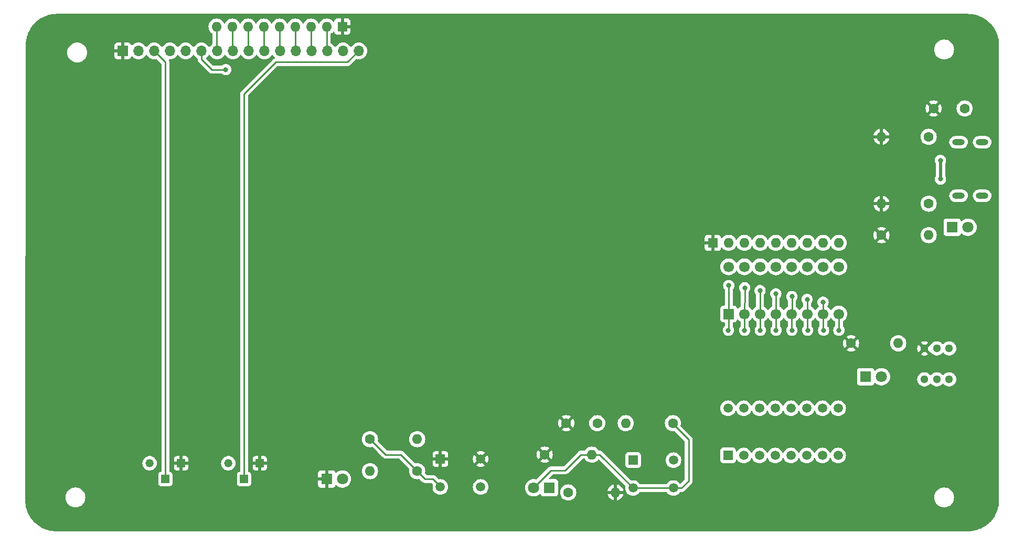
<source format=gbl>
%TF.GenerationSoftware,KiCad,Pcbnew,7.0.10*%
%TF.CreationDate,2024-03-20T22:31:54-07:00*%
%TF.ProjectId,hd44780_tutorial,68643434-3738-4305-9f74-75746f726961,1.1*%
%TF.SameCoordinates,Original*%
%TF.FileFunction,Copper,L2,Bot*%
%TF.FilePolarity,Positive*%
%FSLAX46Y46*%
G04 Gerber Fmt 4.6, Leading zero omitted, Abs format (unit mm)*
G04 Created by KiCad (PCBNEW 7.0.10) date 2024-03-20 22:31:54*
%MOMM*%
%LPD*%
G01*
G04 APERTURE LIST*
%TA.AperFunction,ComponentPad*%
%ADD10O,2.000000X1.000000*%
%TD*%
%TA.AperFunction,ComponentPad*%
%ADD11R,1.508000X1.508000*%
%TD*%
%TA.AperFunction,ComponentPad*%
%ADD12C,1.508000*%
%TD*%
%TA.AperFunction,ComponentPad*%
%ADD13C,1.600000*%
%TD*%
%TA.AperFunction,ComponentPad*%
%ADD14O,1.600000X1.600000*%
%TD*%
%TA.AperFunction,ComponentPad*%
%ADD15C,1.320800*%
%TD*%
%TA.AperFunction,ComponentPad*%
%ADD16R,1.320800X1.320800*%
%TD*%
%TA.AperFunction,ComponentPad*%
%ADD17R,1.800000X1.800000*%
%TD*%
%TA.AperFunction,ComponentPad*%
%ADD18C,1.800000*%
%TD*%
%TA.AperFunction,ComponentPad*%
%ADD19R,1.600000X1.600000*%
%TD*%
%TA.AperFunction,ComponentPad*%
%ADD20R,1.700000X1.700000*%
%TD*%
%TA.AperFunction,ComponentPad*%
%ADD21O,1.700000X1.700000*%
%TD*%
%TA.AperFunction,ComponentPad*%
%ADD22C,1.700000*%
%TD*%
%TA.AperFunction,ComponentPad*%
%ADD23C,1.300000*%
%TD*%
%TA.AperFunction,ViaPad*%
%ADD24C,0.800000*%
%TD*%
%TA.AperFunction,Conductor*%
%ADD25C,0.250000*%
%TD*%
%TA.AperFunction,Conductor*%
%ADD26C,0.500000*%
%TD*%
G04 APERTURE END LIST*
D10*
%TO.P,J2,S1,SHIELD*%
%TO.N,unconnected-(J2-SHIELD-PadS1)*%
X211836000Y-75565000D03*
%TO.P,J2,S2,SHIELD__1*%
%TO.N,unconnected-(J2-SHIELD__1-PadS2)*%
X211836000Y-66925000D03*
%TO.P,J2,S3,SHIELD__2*%
%TO.N,unconnected-(J2-SHIELD__2-PadS3)*%
X215636000Y-75565000D03*
%TO.P,J2,S4,SHIELD__3*%
%TO.N,unconnected-(J2-SHIELD__3-PadS4)*%
X215636000Y-66925000D03*
%TD*%
D11*
%TO.P,SW1,1*%
%TO.N,GND*%
X128195000Y-118055000D03*
D12*
%TO.P,SW1,2*%
X134695000Y-118055000D03*
%TO.P,SW1,3*%
%TO.N,/RS*%
X128195000Y-122555000D03*
%TO.P,SW1,4*%
X134695000Y-122555000D03*
%TD*%
D13*
%TO.P,R4,1*%
%TO.N,GND*%
X145034000Y-117348000D03*
D14*
%TO.P,R4,2*%
%TO.N,Net-(D2-A)*%
X152654000Y-117348000D03*
%TD*%
D15*
%TO.P,RV1,1,1*%
%TO.N,unconnected-(RV1-Pad1)*%
X81280000Y-118745000D03*
D16*
%TO.P,RV1,2,2*%
%TO.N,/V0*%
X83820000Y-121285000D03*
%TO.P,RV1,3,3*%
%TO.N,GND*%
X86360000Y-118745000D03*
%TD*%
D13*
%TO.P,R2,1*%
%TO.N,Net-(D2-A)*%
X165735000Y-112268000D03*
D14*
%TO.P,R2,2*%
%TO.N,/E*%
X158115000Y-112268000D03*
%TD*%
D13*
%TO.P,C1,1*%
%TO.N,/E*%
X153525000Y-112268000D03*
%TO.P,C1,2*%
%TO.N,GND*%
X148525000Y-112268000D03*
%TD*%
D17*
%TO.P,D1,1,K*%
%TO.N,GND*%
X109850000Y-121285000D03*
D18*
%TO.P,D1,2,A*%
%TO.N,Net-(D1-A)*%
X112390000Y-121285000D03*
%TD*%
D17*
%TO.P,D4,1,K*%
%TO.N,Net-(D4-K)*%
X210820000Y-80645000D03*
D18*
%TO.P,D4,2,A*%
%TO.N,+5V*%
X213360000Y-80645000D03*
%TD*%
D19*
%TO.P,RN2,1,common*%
%TO.N,GND*%
X112395000Y-48260000D03*
D14*
%TO.P,RN2,2,R1*%
%TO.N,/D7*%
X109855000Y-48260000D03*
%TO.P,RN2,3,R2*%
%TO.N,/D6*%
X107315000Y-48260000D03*
%TO.P,RN2,4,R3*%
%TO.N,/D5*%
X104775000Y-48260000D03*
%TO.P,RN2,5,R4*%
%TO.N,/D4*%
X102235000Y-48260000D03*
%TO.P,RN2,6,R5*%
%TO.N,/D3*%
X99695000Y-48260000D03*
%TO.P,RN2,7,R6*%
%TO.N,/D2*%
X97155000Y-48260000D03*
%TO.P,RN2,8,R7*%
%TO.N,/D1*%
X94615000Y-48260000D03*
%TO.P,RN2,9,R8*%
%TO.N,/D0*%
X92075000Y-48260000D03*
%TD*%
D20*
%TO.P,J1,1,Pin_1*%
%TO.N,GND*%
X76936600Y-52171600D03*
D21*
%TO.P,J1,2,Pin_2*%
%TO.N,+5V*%
X79476600Y-52171600D03*
%TO.P,J1,3,Pin_3*%
%TO.N,/V0*%
X82016600Y-52171600D03*
%TO.P,J1,4,Pin_4*%
%TO.N,/RS*%
X84556600Y-52171600D03*
%TO.P,J1,5,Pin_5*%
%TO.N,/RW*%
X87096600Y-52171600D03*
%TO.P,J1,6,Pin_6*%
%TO.N,/E*%
X89636600Y-52171600D03*
%TO.P,J1,7,Pin_7*%
%TO.N,/D0*%
X92176600Y-52171600D03*
%TO.P,J1,8,Pin_8*%
%TO.N,/D1*%
X94716600Y-52171600D03*
%TO.P,J1,9,Pin_9*%
%TO.N,/D2*%
X97256600Y-52171600D03*
%TO.P,J1,10,Pin_10*%
%TO.N,/D3*%
X99796600Y-52171600D03*
%TO.P,J1,11,Pin_11*%
%TO.N,/D4*%
X102336600Y-52171600D03*
%TO.P,J1,12,Pin_12*%
%TO.N,/D5*%
X104876600Y-52171600D03*
%TO.P,J1,13,Pin_13*%
%TO.N,/D6*%
X107416600Y-52171600D03*
%TO.P,J1,14,Pin_14*%
%TO.N,/D7*%
X109956600Y-52171600D03*
%TO.P,J1,15,Pin_15*%
%TO.N,+5V*%
X112496600Y-52171600D03*
%TO.P,J1,16,Pin_16*%
%TO.N,/BLK*%
X115036600Y-52171600D03*
%TD*%
D11*
%TO.P,SW2,1*%
%TO.N,+5V*%
X159310000Y-118240000D03*
D12*
%TO.P,SW2,2*%
X165810000Y-118240000D03*
%TO.P,SW2,3*%
%TO.N,Net-(D2-A)*%
X159310000Y-122740000D03*
%TO.P,SW2,4*%
X165810000Y-122740000D03*
%TD*%
D13*
%TO.P,C2,1*%
%TO.N,+5V*%
X212812000Y-61468000D03*
%TO.P,C2,2*%
%TO.N,GND*%
X207812000Y-61468000D03*
%TD*%
D20*
%TO.P,D3,1*%
%TO.N,/D7*%
X174731400Y-94644800D03*
D22*
%TO.P,D3,2*%
%TO.N,/D6*%
X177271400Y-94644800D03*
%TO.P,D3,3*%
%TO.N,/D5*%
X179811400Y-94644800D03*
%TO.P,D3,4*%
%TO.N,/D4*%
X182351400Y-94644800D03*
%TO.P,D3,5*%
%TO.N,/D3*%
X184891400Y-94644800D03*
%TO.P,D3,6*%
%TO.N,/D2*%
X187431400Y-94644800D03*
%TO.P,D3,7*%
%TO.N,/D1*%
X189971400Y-94644800D03*
%TO.P,D3,8*%
%TO.N,/D0*%
X192511400Y-94644800D03*
%TO.P,D3,9*%
%TO.N,Net-(RN1-R8)*%
X192511400Y-87024800D03*
%TO.P,D3,10*%
%TO.N,Net-(RN1-R7)*%
X189971400Y-87024800D03*
%TO.P,D3,11*%
%TO.N,Net-(RN1-R6)*%
X187431400Y-87024800D03*
%TO.P,D3,12*%
%TO.N,Net-(RN1-R5)*%
X184891400Y-87024800D03*
%TO.P,D3,13*%
%TO.N,Net-(RN1-R4)*%
X182351400Y-87024800D03*
%TO.P,D3,14*%
%TO.N,Net-(RN1-R3)*%
X179811400Y-87024800D03*
%TO.P,D3,15*%
%TO.N,Net-(RN1-R2)*%
X177271400Y-87024800D03*
%TO.P,D3,16*%
%TO.N,Net-(RN1-R1)*%
X174731400Y-87024800D03*
%TD*%
D17*
%TO.P,D2,1,K*%
%TO.N,Net-(D2-K)*%
X145796000Y-122694000D03*
D18*
%TO.P,D2,2,A*%
%TO.N,Net-(D2-A)*%
X143256000Y-122694000D03*
%TD*%
D13*
%TO.P,R1,1*%
%TO.N,/RS*%
X124460000Y-120015000D03*
D14*
%TO.P,R1,2*%
%TO.N,Net-(D1-A)*%
X116840000Y-120015000D03*
%TD*%
D13*
%TO.P,R5,1*%
%TO.N,GND*%
X194480000Y-99370000D03*
D14*
%TO.P,R5,2*%
%TO.N,Net-(D6-K)*%
X202100000Y-99370000D03*
%TD*%
D17*
%TO.P,D6,1,K*%
%TO.N,Net-(D6-K)*%
X196850000Y-104775000D03*
D18*
%TO.P,D6,2,A*%
%TO.N,/RW*%
X199390000Y-104775000D03*
%TD*%
D13*
%TO.P,R8,1*%
%TO.N,Net-(J2-CC2)*%
X207010000Y-66040000D03*
D14*
%TO.P,R8,2*%
%TO.N,GND*%
X199390000Y-66040000D03*
%TD*%
D15*
%TO.P,RV2,1,1*%
%TO.N,unconnected-(RV2-Pad1)*%
X93980000Y-118745000D03*
D16*
%TO.P,RV2,2,2*%
%TO.N,/BLK*%
X96520000Y-121285000D03*
%TO.P,RV2,3,3*%
%TO.N,GND*%
X99060000Y-118745000D03*
%TD*%
D11*
%TO.P,SW3,1A*%
%TO.N,Net-(S1-NC_1)*%
X174625000Y-117475000D03*
D12*
%TO.P,SW3,1B*%
%TO.N,/D7*%
X174625000Y-109855000D03*
%TO.P,SW3,2A*%
%TO.N,Net-(S1-NC_1)*%
X177165000Y-117475000D03*
%TO.P,SW3,2B*%
%TO.N,/D6*%
X177165000Y-109855000D03*
%TO.P,SW3,3A*%
%TO.N,Net-(S1-NC_1)*%
X179705000Y-117475000D03*
%TO.P,SW3,3B*%
%TO.N,/D5*%
X179705000Y-109855000D03*
%TO.P,SW3,4A*%
%TO.N,Net-(S1-NC_1)*%
X182245000Y-117475000D03*
%TO.P,SW3,4B*%
%TO.N,/D4*%
X182245000Y-109855000D03*
%TO.P,SW3,5A*%
%TO.N,Net-(S1-NC_1)*%
X184785000Y-117475000D03*
%TO.P,SW3,5B*%
%TO.N,/D3*%
X184785000Y-109855000D03*
%TO.P,SW3,6A*%
%TO.N,Net-(S1-NC_1)*%
X187325000Y-117475000D03*
%TO.P,SW3,6B*%
%TO.N,/D2*%
X187325000Y-109855000D03*
%TO.P,SW3,7A*%
%TO.N,Net-(S1-NC_1)*%
X189865000Y-117475000D03*
%TO.P,SW3,7B*%
%TO.N,/D1*%
X189865000Y-109855000D03*
%TO.P,SW3,8A*%
%TO.N,Net-(S1-NC_1)*%
X192405000Y-117475000D03*
%TO.P,SW3,8B*%
%TO.N,/D0*%
X192405000Y-109855000D03*
%TD*%
D13*
%TO.P,R9,1*%
%TO.N,Net-(D2-K)*%
X148844000Y-123444000D03*
D14*
%TO.P,R9,2*%
%TO.N,GND*%
X156464000Y-123444000D03*
%TD*%
D13*
%TO.P,R7,1*%
%TO.N,Net-(J2-CC1)*%
X207010000Y-76835000D03*
D14*
%TO.P,R7,2*%
%TO.N,GND*%
X199390000Y-76835000D03*
%TD*%
D13*
%TO.P,R3,1*%
%TO.N,/RS*%
X116840000Y-114855000D03*
D14*
%TO.P,R3,2*%
%TO.N,+5V*%
X124460000Y-114855000D03*
%TD*%
D19*
%TO.P,RN1,1,common*%
%TO.N,GND*%
X172174600Y-83164400D03*
D14*
%TO.P,RN1,2,R1*%
%TO.N,Net-(RN1-R1)*%
X174714600Y-83164400D03*
%TO.P,RN1,3,R2*%
%TO.N,Net-(RN1-R2)*%
X177254600Y-83164400D03*
%TO.P,RN1,4,R3*%
%TO.N,Net-(RN1-R3)*%
X179794600Y-83164400D03*
%TO.P,RN1,5,R4*%
%TO.N,Net-(RN1-R4)*%
X182334600Y-83164400D03*
%TO.P,RN1,6,R5*%
%TO.N,Net-(RN1-R5)*%
X184874600Y-83164400D03*
%TO.P,RN1,7,R6*%
%TO.N,Net-(RN1-R6)*%
X187414600Y-83164400D03*
%TO.P,RN1,8,R7*%
%TO.N,Net-(RN1-R7)*%
X189954600Y-83164400D03*
%TO.P,RN1,9,R8*%
%TO.N,Net-(RN1-R8)*%
X192494600Y-83164400D03*
%TD*%
D13*
%TO.P,R6,1*%
%TO.N,GND*%
X199390000Y-81915000D03*
D14*
%TO.P,R6,2*%
%TO.N,Net-(D4-K)*%
X207010000Y-81915000D03*
%TD*%
D23*
%TO.P,S1,1,NC_1*%
%TO.N,Net-(S1-NC_1)*%
X206320000Y-105200000D03*
%TO.P,S1,2,COM_1*%
%TO.N,+5V*%
X208320000Y-105200000D03*
%TO.P,S1,3,NO_1*%
%TO.N,unconnected-(S1-NO_1-Pad3)*%
X210320000Y-105200000D03*
%TO.P,S1,4,NC_2*%
%TO.N,GND*%
X206320000Y-100200000D03*
%TO.P,S1,5,COM_2*%
%TO.N,/RW*%
X208320000Y-100200000D03*
%TO.P,S1,6,NO_2*%
%TO.N,+5V*%
X210320000Y-100200000D03*
%TD*%
D24*
%TO.N,GND*%
X212852000Y-73660000D03*
X212852000Y-68580000D03*
%TO.N,/D7*%
X174740000Y-90040400D03*
X174673800Y-97284800D03*
%TO.N,/D6*%
X177320000Y-90410000D03*
X177311400Y-97284800D03*
%TO.N,/D5*%
X179790000Y-90860000D03*
X179830000Y-97284800D03*
%TO.N,/D4*%
X182340000Y-91390400D03*
X182371400Y-97284800D03*
%TO.N,/D3*%
X184940000Y-91840400D03*
X184941400Y-97284800D03*
%TO.N,/D2*%
X187481400Y-97284800D03*
X187390000Y-92290000D03*
%TO.N,/D1*%
X190051400Y-97284800D03*
X189960000Y-92740400D03*
%TO.N,/D0*%
X192521400Y-97284800D03*
%TO.N,+5V*%
X208915000Y-72880000D03*
X208915000Y-69850000D03*
%TO.N,/E*%
X93550974Y-55207675D03*
%TD*%
D25*
%TO.N,Net-(D2-A)*%
X152654000Y-117348000D02*
X150876000Y-117348000D01*
X150876000Y-117348000D02*
X148336000Y-119888000D01*
X148336000Y-119888000D02*
X146062000Y-119888000D01*
X153924000Y-117348000D02*
X152654000Y-117348000D01*
X168275000Y-114935000D02*
X168275000Y-121600000D01*
X165735000Y-112268000D02*
X165735000Y-112395000D01*
X167135000Y-122740000D02*
X165810000Y-122740000D01*
X168275000Y-121600000D02*
X167135000Y-122740000D01*
X159316000Y-122740000D02*
X153924000Y-117348000D01*
X165810000Y-122740000D02*
X159316000Y-122740000D01*
X146062000Y-119888000D02*
X143256000Y-122694000D01*
X165735000Y-112395000D02*
X168275000Y-114935000D01*
%TO.N,/D7*%
X174740000Y-90040400D02*
X174740000Y-97218600D01*
X174740000Y-97218600D02*
X174673800Y-97284800D01*
X109855000Y-52070000D02*
X109956600Y-52171600D01*
X109855000Y-48260000D02*
X109855000Y-52070000D01*
%TO.N,/D6*%
X107315000Y-52070000D02*
X107416600Y-52171600D01*
X177320000Y-90410000D02*
X177320000Y-92862800D01*
X177311400Y-92871400D02*
X177311400Y-97284800D01*
X107315000Y-48260000D02*
X107315000Y-52070000D01*
X177320000Y-92862800D02*
X177311400Y-92871400D01*
%TO.N,/D5*%
X104775000Y-52070000D02*
X104876600Y-52171600D01*
X179790000Y-93590000D02*
X179820000Y-93620000D01*
X179820000Y-93620000D02*
X179820000Y-97274800D01*
X179820000Y-97274800D02*
X179830000Y-97284800D01*
X179790000Y-90860000D02*
X179790000Y-93590000D01*
X104775000Y-48260000D02*
X104775000Y-52070000D01*
%TO.N,/D4*%
X182340000Y-94625200D02*
X182360000Y-94645200D01*
X182360000Y-97273400D02*
X182371400Y-97284800D01*
X182360000Y-94645200D02*
X182360000Y-97273400D01*
X102235000Y-52070000D02*
X102336600Y-52171600D01*
X182340000Y-91390400D02*
X182340000Y-94625200D01*
X102235000Y-48260000D02*
X102235000Y-52070000D01*
%TO.N,/D3*%
X99695000Y-52070000D02*
X99796600Y-52171600D01*
X184900000Y-97243400D02*
X184941400Y-97284800D01*
X99695000Y-48260000D02*
X99695000Y-52070000D01*
X184940000Y-91840400D02*
X184940000Y-94605200D01*
X184940000Y-94605200D02*
X184900000Y-94645200D01*
X184900000Y-94645200D02*
X184900000Y-97243400D01*
%TO.N,/D2*%
X187440000Y-94150000D02*
X187440000Y-97243400D01*
X97155000Y-52070000D02*
X97256600Y-52171600D01*
X187440000Y-97243400D02*
X187481400Y-97284800D01*
X97155000Y-48260000D02*
X97155000Y-52070000D01*
X187390000Y-92290000D02*
X187390000Y-94100000D01*
X187390000Y-94100000D02*
X187440000Y-94150000D01*
%TO.N,/D1*%
X189960000Y-94625200D02*
X189980000Y-94645200D01*
X189980000Y-97213400D02*
X190051400Y-97284800D01*
X94615000Y-52070000D02*
X94716600Y-52171600D01*
X189960000Y-92740400D02*
X189960000Y-94625200D01*
X94615000Y-48260000D02*
X94615000Y-52070000D01*
X189980000Y-94645200D02*
X189980000Y-97213400D01*
%TO.N,/D0*%
X192520000Y-97283400D02*
X192520000Y-94645200D01*
X92075000Y-48260000D02*
X92075000Y-52070000D01*
X192521400Y-97284800D02*
X192520000Y-97283400D01*
X92075000Y-52070000D02*
X92176600Y-52171600D01*
D26*
%TO.N,+5V*%
X208915000Y-72880000D02*
X208915000Y-69850000D01*
D25*
%TO.N,/RS*%
X124460000Y-120015000D02*
X125730000Y-121285000D01*
X125730000Y-121285000D02*
X127000000Y-121285000D01*
X121793000Y-117348000D02*
X124460000Y-120015000D01*
X119380000Y-117348000D02*
X121793000Y-117348000D01*
X116840000Y-114808000D02*
X119380000Y-117348000D01*
X127000000Y-121285000D02*
X128195000Y-122480000D01*
X128195000Y-122480000D02*
X128195000Y-122555000D01*
%TO.N,/BLK*%
X96520000Y-59130000D02*
X96520000Y-121285000D01*
X113208200Y-54000000D02*
X101650000Y-54000000D01*
X115036600Y-52171600D02*
X113208200Y-54000000D01*
X101650000Y-54000000D02*
X96520000Y-59130000D01*
%TO.N,/V0*%
X82016600Y-52171600D02*
X83820000Y-53975000D01*
X83820000Y-53975000D02*
X83820000Y-121285000D01*
%TO.N,/E*%
X93550974Y-55207675D02*
X91297675Y-55207675D01*
X91297675Y-55207675D02*
X89636600Y-53546600D01*
X89636600Y-53546600D02*
X89636600Y-52171600D01*
%TD*%
%TA.AperFunction,Conductor*%
%TO.N,GND*%
G36*
X213366362Y-46203205D02*
G01*
X213581400Y-46212100D01*
X213777255Y-46220652D01*
X213787130Y-46221481D01*
X214000506Y-46248079D01*
X214000593Y-46248090D01*
X214198745Y-46274177D01*
X214207992Y-46275753D01*
X214417321Y-46319644D01*
X214418565Y-46319912D01*
X214614186Y-46363280D01*
X214622701Y-46365489D01*
X214827465Y-46426450D01*
X214829125Y-46426959D01*
X215020496Y-46487298D01*
X215028253Y-46490031D01*
X215227163Y-46567646D01*
X215229313Y-46568511D01*
X215414824Y-46645352D01*
X215421772Y-46648486D01*
X215589703Y-46730582D01*
X215613387Y-46742161D01*
X215616183Y-46743572D01*
X215794220Y-46836252D01*
X215800436Y-46839718D01*
X215983593Y-46948855D01*
X215986729Y-46950787D01*
X216023737Y-46974364D01*
X216156082Y-47058678D01*
X216161510Y-47062341D01*
X216334984Y-47186199D01*
X216338416Y-47188740D01*
X216497712Y-47310972D01*
X216502367Y-47314726D01*
X216665026Y-47452491D01*
X216668638Y-47455672D01*
X216816725Y-47591369D01*
X216820607Y-47595086D01*
X216971312Y-47745791D01*
X216975032Y-47749676D01*
X217110721Y-47897755D01*
X217113907Y-47901372D01*
X217251672Y-48064031D01*
X217255426Y-48068686D01*
X217377658Y-48227982D01*
X217380199Y-48231414D01*
X217504057Y-48404888D01*
X217507720Y-48410316D01*
X217615600Y-48579652D01*
X217617543Y-48582805D01*
X217726680Y-48765962D01*
X217730146Y-48772178D01*
X217822826Y-48950215D01*
X217824237Y-48953011D01*
X217917899Y-49144597D01*
X217921060Y-49151605D01*
X217997851Y-49336995D01*
X217998791Y-49339334D01*
X218029170Y-49417187D01*
X218076359Y-49538123D01*
X218079102Y-49545909D01*
X218139402Y-49737154D01*
X218139986Y-49739060D01*
X218200905Y-49943684D01*
X218203121Y-49952227D01*
X218246471Y-50147766D01*
X218246771Y-50149159D01*
X218290644Y-50358402D01*
X218292222Y-50367662D01*
X218318259Y-50565429D01*
X218318368Y-50566277D01*
X218344914Y-50779241D01*
X218345748Y-50789170D01*
X218354313Y-50985328D01*
X218354325Y-50985613D01*
X218363194Y-51200038D01*
X218363300Y-51205162D01*
X218363300Y-124715237D01*
X218363194Y-124720361D01*
X218354325Y-124934786D01*
X218354313Y-124935071D01*
X218345748Y-125131228D01*
X218344914Y-125141157D01*
X218318368Y-125354121D01*
X218318259Y-125354969D01*
X218292222Y-125552736D01*
X218290644Y-125561996D01*
X218246771Y-125771239D01*
X218246471Y-125772632D01*
X218203121Y-125968171D01*
X218200905Y-125976714D01*
X218139986Y-126181338D01*
X218139402Y-126183244D01*
X218079102Y-126374489D01*
X218076359Y-126382275D01*
X217998808Y-126581024D01*
X217997851Y-126583403D01*
X217921060Y-126768793D01*
X217917899Y-126775801D01*
X217824237Y-126967387D01*
X217822826Y-126970183D01*
X217730146Y-127148220D01*
X217726680Y-127154436D01*
X217617543Y-127337593D01*
X217615600Y-127340746D01*
X217507720Y-127510082D01*
X217504057Y-127515510D01*
X217380199Y-127688984D01*
X217377658Y-127692416D01*
X217255426Y-127851712D01*
X217251672Y-127856367D01*
X217113907Y-128019026D01*
X217110708Y-128022658D01*
X216975054Y-128170699D01*
X216971312Y-128174607D01*
X216820607Y-128325312D01*
X216816699Y-128329054D01*
X216668658Y-128464708D01*
X216665026Y-128467907D01*
X216502367Y-128605672D01*
X216497712Y-128609426D01*
X216338416Y-128731658D01*
X216334984Y-128734199D01*
X216161510Y-128858057D01*
X216156082Y-128861720D01*
X215986746Y-128969600D01*
X215983593Y-128971543D01*
X215800436Y-129080680D01*
X215794220Y-129084146D01*
X215616183Y-129176826D01*
X215613387Y-129178237D01*
X215421801Y-129271899D01*
X215414793Y-129275060D01*
X215229403Y-129351851D01*
X215227024Y-129352808D01*
X215028275Y-129430359D01*
X215020489Y-129433102D01*
X214829244Y-129493402D01*
X214827338Y-129493986D01*
X214622714Y-129554905D01*
X214614171Y-129557121D01*
X214418632Y-129600471D01*
X214417239Y-129600771D01*
X214207996Y-129644644D01*
X214198736Y-129646222D01*
X214000969Y-129672259D01*
X214000121Y-129672368D01*
X213787157Y-129698914D01*
X213777228Y-129699748D01*
X213581181Y-129708308D01*
X213580897Y-129708320D01*
X213366363Y-129717194D01*
X213361238Y-129717300D01*
X66341555Y-129717300D01*
X66339217Y-129716613D01*
X66292734Y-129717264D01*
X66287631Y-129717230D01*
X66073960Y-129711423D01*
X66073675Y-129711415D01*
X65871734Y-129705462D01*
X65861741Y-129704763D01*
X65647194Y-129681006D01*
X65646340Y-129680908D01*
X65444724Y-129657167D01*
X65435392Y-129655706D01*
X65223922Y-129614289D01*
X65222519Y-129614006D01*
X65023407Y-129572617D01*
X65014790Y-129570502D01*
X64935162Y-129547904D01*
X64807564Y-129511693D01*
X64805732Y-129511157D01*
X64610903Y-129452447D01*
X64603040Y-129449787D01*
X64401503Y-129374011D01*
X64399100Y-129373079D01*
X64210173Y-129297526D01*
X64203090Y-129294434D01*
X64008592Y-129202212D01*
X64005793Y-129200841D01*
X63926323Y-129160657D01*
X63824163Y-129109000D01*
X63817874Y-129105588D01*
X63631677Y-128997521D01*
X63628509Y-128995618D01*
X63455667Y-128888241D01*
X63450170Y-128884620D01*
X63273609Y-128761482D01*
X63270129Y-128758964D01*
X63107346Y-128636843D01*
X63102626Y-128633120D01*
X62936929Y-128495772D01*
X62933244Y-128492593D01*
X62781797Y-128356687D01*
X62777829Y-128352967D01*
X62624097Y-128202328D01*
X62620296Y-128198436D01*
X62481318Y-128049756D01*
X62478066Y-128046137D01*
X62337393Y-127883281D01*
X62333574Y-127878637D01*
X62208160Y-127718355D01*
X62205573Y-127714928D01*
X62140797Y-127625959D01*
X62078871Y-127540904D01*
X62075171Y-127535528D01*
X61964269Y-127364850D01*
X61962328Y-127361762D01*
X61850488Y-127177782D01*
X61846949Y-127171562D01*
X61751448Y-126991859D01*
X61750006Y-126989060D01*
X61739185Y-126967387D01*
X61653849Y-126796474D01*
X61650626Y-126789483D01*
X61571217Y-126602050D01*
X61570274Y-126599758D01*
X61490391Y-126399734D01*
X61487590Y-126391977D01*
X61424913Y-126198314D01*
X61424385Y-126196636D01*
X61361342Y-125990537D01*
X61359061Y-125981999D01*
X61313602Y-125783625D01*
X61313340Y-125782450D01*
X61267613Y-125571766D01*
X61265970Y-125562502D01*
X61238074Y-125360949D01*
X61238029Y-125360619D01*
X61209906Y-125146513D01*
X61209005Y-125136542D01*
X61198934Y-124934467D01*
X61188810Y-124721430D01*
X61188671Y-124715376D01*
X61188734Y-124670265D01*
X61189303Y-124260000D01*
X67694551Y-124260000D01*
X67714317Y-124511151D01*
X67773126Y-124756110D01*
X67869533Y-124988859D01*
X68001160Y-125203653D01*
X68001161Y-125203656D01*
X68001164Y-125203659D01*
X68164776Y-125395224D01*
X68313066Y-125521875D01*
X68356343Y-125558838D01*
X68356346Y-125558839D01*
X68571140Y-125690466D01*
X68766145Y-125771239D01*
X68803889Y-125786873D01*
X69048852Y-125845683D01*
X69237118Y-125860500D01*
X69237126Y-125860500D01*
X69362874Y-125860500D01*
X69362882Y-125860500D01*
X69551148Y-125845683D01*
X69796111Y-125786873D01*
X70028859Y-125690466D01*
X70243659Y-125558836D01*
X70435224Y-125395224D01*
X70598836Y-125203659D01*
X70730466Y-124988859D01*
X70826873Y-124756111D01*
X70885683Y-124511148D01*
X70905449Y-124260000D01*
X70885683Y-124008852D01*
X70826873Y-123763889D01*
X70802347Y-123704677D01*
X70730466Y-123531140D01*
X70598839Y-123316346D01*
X70598838Y-123316343D01*
X70551057Y-123260399D01*
X70435224Y-123124776D01*
X70286205Y-122997502D01*
X70243656Y-122961161D01*
X70243653Y-122961160D01*
X70028859Y-122829533D01*
X69796110Y-122733126D01*
X69551151Y-122674317D01*
X69362887Y-122659500D01*
X69362882Y-122659500D01*
X69237118Y-122659500D01*
X69237112Y-122659500D01*
X69048848Y-122674317D01*
X68803889Y-122733126D01*
X68571140Y-122829533D01*
X68356346Y-122961160D01*
X68356343Y-122961161D01*
X68164776Y-123124776D01*
X68001161Y-123316343D01*
X68001160Y-123316346D01*
X67869533Y-123531140D01*
X67773126Y-123763889D01*
X67714317Y-124008848D01*
X67694551Y-124260000D01*
X61189303Y-124260000D01*
X61196957Y-118745000D01*
X80114127Y-118745000D01*
X80133977Y-118959228D01*
X80192855Y-119166159D01*
X80192860Y-119166172D01*
X80288751Y-119358746D01*
X80288753Y-119358749D01*
X80288755Y-119358753D01*
X80288758Y-119358757D01*
X80288760Y-119358760D01*
X80295430Y-119367592D01*
X80418409Y-119530444D01*
X80418412Y-119530446D01*
X80418414Y-119530449D01*
X80577402Y-119675385D01*
X80577404Y-119675386D01*
X80577405Y-119675387D01*
X80760326Y-119788647D01*
X80960944Y-119866367D01*
X81172427Y-119905900D01*
X81172429Y-119905900D01*
X81387571Y-119905900D01*
X81387573Y-119905900D01*
X81599056Y-119866367D01*
X81799674Y-119788647D01*
X81982595Y-119675387D01*
X82141591Y-119530444D01*
X82271245Y-119358753D01*
X82367144Y-119166162D01*
X82426022Y-118959229D01*
X82445873Y-118745000D01*
X82443147Y-118715586D01*
X82426022Y-118530771D01*
X82415844Y-118495000D01*
X82367144Y-118323838D01*
X82343763Y-118276883D01*
X82271248Y-118131253D01*
X82271247Y-118131252D01*
X82271245Y-118131247D01*
X82141591Y-117959556D01*
X82141587Y-117959552D01*
X82141585Y-117959550D01*
X81982597Y-117814614D01*
X81942811Y-117789979D01*
X81799674Y-117701353D01*
X81599056Y-117623633D01*
X81387573Y-117584100D01*
X81172427Y-117584100D01*
X80960944Y-117623633D01*
X80834075Y-117672782D01*
X80760328Y-117701352D01*
X80760327Y-117701352D01*
X80577402Y-117814614D01*
X80418414Y-117959550D01*
X80418407Y-117959558D01*
X80288760Y-118131239D01*
X80288751Y-118131253D01*
X80192860Y-118323827D01*
X80192855Y-118323840D01*
X80133977Y-118530771D01*
X80114127Y-118744999D01*
X80114127Y-118745000D01*
X61196957Y-118745000D01*
X61288995Y-52430000D01*
X67984551Y-52430000D01*
X68004317Y-52681151D01*
X68063126Y-52926110D01*
X68159533Y-53158859D01*
X68291160Y-53373653D01*
X68291161Y-53373656D01*
X68313514Y-53399828D01*
X68454776Y-53565224D01*
X68603066Y-53691875D01*
X68646343Y-53728838D01*
X68646346Y-53728839D01*
X68861140Y-53860466D01*
X69036312Y-53933024D01*
X69093889Y-53956873D01*
X69338852Y-54015683D01*
X69527118Y-54030500D01*
X69527126Y-54030500D01*
X69652874Y-54030500D01*
X69652882Y-54030500D01*
X69841148Y-54015683D01*
X70086111Y-53956873D01*
X70318859Y-53860466D01*
X70533659Y-53728836D01*
X70725224Y-53565224D01*
X70888836Y-53373659D01*
X71020466Y-53158859D01*
X71057503Y-53069444D01*
X75586600Y-53069444D01*
X75593001Y-53128972D01*
X75593003Y-53128979D01*
X75643245Y-53263686D01*
X75643249Y-53263693D01*
X75729409Y-53378787D01*
X75729412Y-53378790D01*
X75844506Y-53464950D01*
X75844513Y-53464954D01*
X75979220Y-53515196D01*
X75979227Y-53515198D01*
X76038755Y-53521599D01*
X76038772Y-53521600D01*
X76686600Y-53521600D01*
X76686600Y-52607101D01*
X76794285Y-52656280D01*
X76900837Y-52671600D01*
X76972363Y-52671600D01*
X77078915Y-52656280D01*
X77186600Y-52607101D01*
X77186600Y-53521600D01*
X77834428Y-53521600D01*
X77834444Y-53521599D01*
X77893972Y-53515198D01*
X77893979Y-53515196D01*
X78028686Y-53464954D01*
X78028693Y-53464950D01*
X78143787Y-53378790D01*
X78143790Y-53378787D01*
X78229950Y-53263693D01*
X78229954Y-53263686D01*
X78279022Y-53132129D01*
X78320893Y-53076195D01*
X78386357Y-53051778D01*
X78454630Y-53066630D01*
X78482885Y-53087781D01*
X78605199Y-53210095D01*
X78637701Y-53232853D01*
X78798765Y-53345632D01*
X78798767Y-53345633D01*
X78798770Y-53345635D01*
X79012937Y-53445503D01*
X79012943Y-53445504D01*
X79012944Y-53445505D01*
X79020427Y-53447510D01*
X79241192Y-53506663D01*
X79411919Y-53521600D01*
X79476599Y-53527259D01*
X79476600Y-53527259D01*
X79476601Y-53527259D01*
X79541281Y-53521600D01*
X79712008Y-53506663D01*
X79940263Y-53445503D01*
X80154430Y-53345635D01*
X80348001Y-53210095D01*
X80515095Y-53043001D01*
X80645025Y-52857442D01*
X80699602Y-52813817D01*
X80769100Y-52806623D01*
X80831455Y-52838146D01*
X80848175Y-52857442D01*
X80978100Y-53042995D01*
X80978105Y-53043001D01*
X81145199Y-53210095D01*
X81177701Y-53232853D01*
X81338765Y-53345632D01*
X81338767Y-53345633D01*
X81338770Y-53345635D01*
X81552937Y-53445503D01*
X81552943Y-53445504D01*
X81552944Y-53445505D01*
X81560427Y-53447510D01*
X81781192Y-53506663D01*
X81951919Y-53521600D01*
X82016599Y-53527259D01*
X82016600Y-53527259D01*
X82016601Y-53527259D01*
X82081281Y-53521600D01*
X82252008Y-53506663D01*
X82352473Y-53479743D01*
X82422322Y-53481406D01*
X82472247Y-53511837D01*
X83158181Y-54197770D01*
X83191666Y-54259093D01*
X83194500Y-54285451D01*
X83194500Y-120003818D01*
X83174815Y-120070857D01*
X83122011Y-120116612D01*
X83083754Y-120127108D01*
X83052116Y-120130509D01*
X82917271Y-120180802D01*
X82917264Y-120180806D01*
X82802055Y-120267052D01*
X82802052Y-120267055D01*
X82715806Y-120382264D01*
X82715802Y-120382271D01*
X82665508Y-120517117D01*
X82659101Y-120576716D01*
X82659101Y-120576723D01*
X82659100Y-120576735D01*
X82659100Y-121993270D01*
X82659101Y-121993276D01*
X82665508Y-122052883D01*
X82715802Y-122187728D01*
X82715806Y-122187735D01*
X82802052Y-122302944D01*
X82802055Y-122302947D01*
X82917264Y-122389193D01*
X82917271Y-122389197D01*
X83052117Y-122439491D01*
X83052116Y-122439491D01*
X83059044Y-122440235D01*
X83111727Y-122445900D01*
X84528272Y-122445899D01*
X84587883Y-122439491D01*
X84722731Y-122389196D01*
X84837946Y-122302946D01*
X84924196Y-122187731D01*
X84974491Y-122052883D01*
X84980900Y-121993273D01*
X84980899Y-120576728D01*
X84974491Y-120517117D01*
X84973952Y-120515673D01*
X84924197Y-120382271D01*
X84924193Y-120382264D01*
X84837947Y-120267055D01*
X84837944Y-120267052D01*
X84722735Y-120180806D01*
X84722728Y-120180802D01*
X84587882Y-120130508D01*
X84587884Y-120130508D01*
X84556244Y-120127107D01*
X84491693Y-120100369D01*
X84451845Y-120042976D01*
X84445500Y-120003818D01*
X84445500Y-119453244D01*
X85199600Y-119453244D01*
X85206001Y-119512772D01*
X85206003Y-119512779D01*
X85256245Y-119647486D01*
X85256249Y-119647493D01*
X85342409Y-119762587D01*
X85342412Y-119762590D01*
X85457506Y-119848750D01*
X85457513Y-119848754D01*
X85592220Y-119898996D01*
X85592227Y-119898998D01*
X85651755Y-119905399D01*
X85651772Y-119905400D01*
X86110000Y-119905400D01*
X86110000Y-119069737D01*
X86118146Y-119077883D01*
X86232850Y-119136327D01*
X86328015Y-119151400D01*
X86391985Y-119151400D01*
X86487150Y-119136327D01*
X86601854Y-119077883D01*
X86610000Y-119069737D01*
X86610000Y-119905400D01*
X87068228Y-119905400D01*
X87068244Y-119905399D01*
X87127772Y-119898998D01*
X87127779Y-119898996D01*
X87262486Y-119848754D01*
X87262493Y-119848750D01*
X87377587Y-119762590D01*
X87377590Y-119762587D01*
X87463750Y-119647493D01*
X87463754Y-119647486D01*
X87513996Y-119512779D01*
X87513998Y-119512772D01*
X87520399Y-119453244D01*
X87520400Y-119453227D01*
X87520400Y-118995000D01*
X86684737Y-118995000D01*
X86692883Y-118986854D01*
X86751327Y-118872150D01*
X86771466Y-118745000D01*
X92814127Y-118745000D01*
X92833977Y-118959228D01*
X92892855Y-119166159D01*
X92892860Y-119166172D01*
X92988751Y-119358746D01*
X92988753Y-119358749D01*
X92988755Y-119358753D01*
X92988758Y-119358757D01*
X92988760Y-119358760D01*
X92995430Y-119367592D01*
X93118409Y-119530444D01*
X93118412Y-119530446D01*
X93118414Y-119530449D01*
X93277402Y-119675385D01*
X93277404Y-119675386D01*
X93277405Y-119675387D01*
X93460326Y-119788647D01*
X93660944Y-119866367D01*
X93872427Y-119905900D01*
X93872429Y-119905900D01*
X94087571Y-119905900D01*
X94087573Y-119905900D01*
X94299056Y-119866367D01*
X94499674Y-119788647D01*
X94682595Y-119675387D01*
X94841591Y-119530444D01*
X94971245Y-119358753D01*
X95067144Y-119166162D01*
X95126022Y-118959229D01*
X95145873Y-118745000D01*
X95143147Y-118715586D01*
X95126022Y-118530771D01*
X95115844Y-118495000D01*
X95067144Y-118323838D01*
X95043763Y-118276883D01*
X94971248Y-118131253D01*
X94971247Y-118131252D01*
X94971245Y-118131247D01*
X94841591Y-117959556D01*
X94841587Y-117959552D01*
X94841585Y-117959550D01*
X94682597Y-117814614D01*
X94642811Y-117789979D01*
X94499674Y-117701353D01*
X94299056Y-117623633D01*
X94087573Y-117584100D01*
X93872427Y-117584100D01*
X93660944Y-117623633D01*
X93534075Y-117672782D01*
X93460328Y-117701352D01*
X93460327Y-117701352D01*
X93277402Y-117814614D01*
X93118414Y-117959550D01*
X93118407Y-117959558D01*
X92988760Y-118131239D01*
X92988751Y-118131253D01*
X92892860Y-118323827D01*
X92892855Y-118323840D01*
X92833977Y-118530771D01*
X92814127Y-118744999D01*
X92814127Y-118745000D01*
X86771466Y-118745000D01*
X86751327Y-118617850D01*
X86692883Y-118503146D01*
X86684737Y-118495000D01*
X87520400Y-118495000D01*
X87520400Y-118036772D01*
X87520399Y-118036755D01*
X87513998Y-117977227D01*
X87513996Y-117977220D01*
X87463754Y-117842513D01*
X87463750Y-117842506D01*
X87377590Y-117727412D01*
X87377587Y-117727409D01*
X87262493Y-117641249D01*
X87262486Y-117641245D01*
X87127779Y-117591003D01*
X87127772Y-117591001D01*
X87068244Y-117584600D01*
X86610000Y-117584600D01*
X86610000Y-118420263D01*
X86601854Y-118412117D01*
X86487150Y-118353673D01*
X86391985Y-118338600D01*
X86328015Y-118338600D01*
X86232850Y-118353673D01*
X86118146Y-118412117D01*
X86110000Y-118420263D01*
X86110000Y-117584600D01*
X85651755Y-117584600D01*
X85592227Y-117591001D01*
X85592220Y-117591003D01*
X85457513Y-117641245D01*
X85457506Y-117641249D01*
X85342412Y-117727409D01*
X85342409Y-117727412D01*
X85256249Y-117842506D01*
X85256245Y-117842513D01*
X85206003Y-117977220D01*
X85206001Y-117977227D01*
X85199600Y-118036755D01*
X85199600Y-118495000D01*
X86035263Y-118495000D01*
X86027117Y-118503146D01*
X85968673Y-118617850D01*
X85948534Y-118745000D01*
X85968673Y-118872150D01*
X86027117Y-118986854D01*
X86035263Y-118995000D01*
X85199600Y-118995000D01*
X85199600Y-119453244D01*
X84445500Y-119453244D01*
X84445500Y-54057742D01*
X84447224Y-54042122D01*
X84446939Y-54042095D01*
X84447673Y-54034333D01*
X84445561Y-53967112D01*
X84445500Y-53963218D01*
X84445500Y-53935656D01*
X84445500Y-53935650D01*
X84444996Y-53931668D01*
X84444081Y-53920029D01*
X84443150Y-53890396D01*
X84442710Y-53876373D01*
X84437119Y-53857130D01*
X84433173Y-53838078D01*
X84430664Y-53818208D01*
X84414579Y-53777583D01*
X84410806Y-53766562D01*
X84398618Y-53724610D01*
X84389737Y-53709593D01*
X84372553Y-53641873D01*
X84394710Y-53575610D01*
X84449174Y-53531844D01*
X84507274Y-53522943D01*
X84556600Y-53527259D01*
X84792008Y-53506663D01*
X85020263Y-53445503D01*
X85234430Y-53345635D01*
X85428001Y-53210095D01*
X85595095Y-53043001D01*
X85725025Y-52857442D01*
X85779602Y-52813817D01*
X85849100Y-52806623D01*
X85911455Y-52838146D01*
X85928175Y-52857442D01*
X86058100Y-53042995D01*
X86058105Y-53043001D01*
X86225199Y-53210095D01*
X86257701Y-53232853D01*
X86418765Y-53345632D01*
X86418767Y-53345633D01*
X86418770Y-53345635D01*
X86632937Y-53445503D01*
X86632943Y-53445504D01*
X86632944Y-53445505D01*
X86640427Y-53447510D01*
X86861192Y-53506663D01*
X87031919Y-53521600D01*
X87096599Y-53527259D01*
X87096600Y-53527259D01*
X87096601Y-53527259D01*
X87161281Y-53521600D01*
X87332008Y-53506663D01*
X87560263Y-53445503D01*
X87774430Y-53345635D01*
X87968001Y-53210095D01*
X88135095Y-53043001D01*
X88265025Y-52857442D01*
X88319602Y-52813817D01*
X88389100Y-52806623D01*
X88451455Y-52838146D01*
X88468175Y-52857442D01*
X88598100Y-53042995D01*
X88598105Y-53043001D01*
X88765199Y-53210095D01*
X88958224Y-53345253D01*
X89001848Y-53399828D01*
X89011100Y-53446826D01*
X89011100Y-53463855D01*
X89009375Y-53479472D01*
X89009661Y-53479499D01*
X89008926Y-53487265D01*
X89011039Y-53554472D01*
X89011100Y-53558367D01*
X89011100Y-53585957D01*
X89011603Y-53589935D01*
X89012518Y-53601567D01*
X89013890Y-53645224D01*
X89013891Y-53645227D01*
X89019480Y-53664467D01*
X89023424Y-53683511D01*
X89025377Y-53698967D01*
X89025936Y-53703392D01*
X89042014Y-53744003D01*
X89045797Y-53755052D01*
X89057981Y-53796988D01*
X89068180Y-53814234D01*
X89076736Y-53831700D01*
X89083096Y-53847761D01*
X89084114Y-53850332D01*
X89109781Y-53885660D01*
X89116193Y-53895421D01*
X89138428Y-53933017D01*
X89138433Y-53933024D01*
X89152590Y-53947180D01*
X89165228Y-53961976D01*
X89177005Y-53978186D01*
X89177006Y-53978187D01*
X89210657Y-54006025D01*
X89219298Y-54013888D01*
X90796869Y-55591459D01*
X90806694Y-55603723D01*
X90806915Y-55603541D01*
X90811885Y-55609549D01*
X90860914Y-55655590D01*
X90863711Y-55658301D01*
X90883204Y-55677794D01*
X90886371Y-55680251D01*
X90895250Y-55687835D01*
X90927090Y-55717735D01*
X90927092Y-55717736D01*
X90927093Y-55717737D01*
X90944651Y-55727389D01*
X90960910Y-55738070D01*
X90976739Y-55750348D01*
X91016822Y-55767693D01*
X91027309Y-55772831D01*
X91065579Y-55793870D01*
X91065583Y-55793872D01*
X91065587Y-55793873D01*
X91084986Y-55798854D01*
X91103397Y-55805158D01*
X91121772Y-55813110D01*
X91121775Y-55813110D01*
X91121780Y-55813113D01*
X91164929Y-55819946D01*
X91176355Y-55822313D01*
X91218656Y-55833175D01*
X91238691Y-55833175D01*
X91258088Y-55834701D01*
X91277871Y-55837835D01*
X91321350Y-55833725D01*
X91333019Y-55833175D01*
X92847226Y-55833175D01*
X92914265Y-55852860D01*
X92939374Y-55874201D01*
X92945100Y-55880560D01*
X92945104Y-55880564D01*
X93098239Y-55991823D01*
X93098244Y-55991826D01*
X93271166Y-56068817D01*
X93271171Y-56068819D01*
X93456328Y-56108175D01*
X93456329Y-56108175D01*
X93645618Y-56108175D01*
X93645620Y-56108175D01*
X93830777Y-56068819D01*
X94003704Y-55991826D01*
X94156845Y-55880563D01*
X94283507Y-55739891D01*
X94378153Y-55575959D01*
X94436648Y-55395931D01*
X94456434Y-55207675D01*
X94436648Y-55019419D01*
X94378153Y-54839391D01*
X94283507Y-54675459D01*
X94156845Y-54534787D01*
X94156844Y-54534786D01*
X94003708Y-54423526D01*
X94003703Y-54423523D01*
X93830781Y-54346532D01*
X93830776Y-54346530D01*
X93684975Y-54315540D01*
X93645620Y-54307175D01*
X93456328Y-54307175D01*
X93423871Y-54314073D01*
X93271171Y-54346530D01*
X93271166Y-54346532D01*
X93098244Y-54423523D01*
X93098239Y-54423526D01*
X92945104Y-54534785D01*
X92945100Y-54534789D01*
X92939374Y-54541149D01*
X92879887Y-54577796D01*
X92847226Y-54582175D01*
X91608127Y-54582175D01*
X91541088Y-54562490D01*
X91520446Y-54545856D01*
X90422332Y-53447742D01*
X90388847Y-53386419D01*
X90393831Y-53316727D01*
X90435703Y-53260794D01*
X90438843Y-53258519D01*
X90508001Y-53210095D01*
X90675095Y-53043001D01*
X90805025Y-52857442D01*
X90859602Y-52813817D01*
X90929100Y-52806623D01*
X90991455Y-52838146D01*
X91008175Y-52857442D01*
X91138100Y-53042995D01*
X91138105Y-53043001D01*
X91305199Y-53210095D01*
X91337701Y-53232853D01*
X91498765Y-53345632D01*
X91498767Y-53345633D01*
X91498770Y-53345635D01*
X91712937Y-53445503D01*
X91712943Y-53445504D01*
X91712944Y-53445505D01*
X91720427Y-53447510D01*
X91941192Y-53506663D01*
X92111919Y-53521600D01*
X92176599Y-53527259D01*
X92176600Y-53527259D01*
X92176601Y-53527259D01*
X92241281Y-53521600D01*
X92412008Y-53506663D01*
X92640263Y-53445503D01*
X92854430Y-53345635D01*
X93048001Y-53210095D01*
X93215095Y-53043001D01*
X93345025Y-52857442D01*
X93399602Y-52813817D01*
X93469100Y-52806623D01*
X93531455Y-52838146D01*
X93548175Y-52857442D01*
X93678100Y-53042995D01*
X93678105Y-53043001D01*
X93845199Y-53210095D01*
X93877701Y-53232853D01*
X94038765Y-53345632D01*
X94038767Y-53345633D01*
X94038770Y-53345635D01*
X94252937Y-53445503D01*
X94252943Y-53445504D01*
X94252944Y-53445505D01*
X94260427Y-53447510D01*
X94481192Y-53506663D01*
X94651919Y-53521600D01*
X94716599Y-53527259D01*
X94716600Y-53527259D01*
X94716601Y-53527259D01*
X94781281Y-53521600D01*
X94952008Y-53506663D01*
X95180263Y-53445503D01*
X95394430Y-53345635D01*
X95588001Y-53210095D01*
X95755095Y-53043001D01*
X95885025Y-52857442D01*
X95939602Y-52813817D01*
X96009100Y-52806623D01*
X96071455Y-52838146D01*
X96088175Y-52857442D01*
X96218100Y-53042995D01*
X96218105Y-53043001D01*
X96385199Y-53210095D01*
X96417701Y-53232853D01*
X96578765Y-53345632D01*
X96578767Y-53345633D01*
X96578770Y-53345635D01*
X96792937Y-53445503D01*
X96792943Y-53445504D01*
X96792944Y-53445505D01*
X96800427Y-53447510D01*
X97021192Y-53506663D01*
X97191919Y-53521600D01*
X97256599Y-53527259D01*
X97256600Y-53527259D01*
X97256601Y-53527259D01*
X97321281Y-53521600D01*
X97492008Y-53506663D01*
X97720263Y-53445503D01*
X97934430Y-53345635D01*
X98128001Y-53210095D01*
X98295095Y-53043001D01*
X98425025Y-52857442D01*
X98479602Y-52813817D01*
X98549100Y-52806623D01*
X98611455Y-52838146D01*
X98628175Y-52857442D01*
X98758100Y-53042995D01*
X98758105Y-53043001D01*
X98925199Y-53210095D01*
X98957701Y-53232853D01*
X99118765Y-53345632D01*
X99118767Y-53345633D01*
X99118770Y-53345635D01*
X99332937Y-53445503D01*
X99332943Y-53445504D01*
X99332944Y-53445505D01*
X99340427Y-53447510D01*
X99561192Y-53506663D01*
X99731919Y-53521600D01*
X99796599Y-53527259D01*
X99796600Y-53527259D01*
X99796601Y-53527259D01*
X99861281Y-53521600D01*
X100032008Y-53506663D01*
X100260263Y-53445503D01*
X100474430Y-53345635D01*
X100668001Y-53210095D01*
X100835095Y-53043001D01*
X100965025Y-52857442D01*
X101019602Y-52813817D01*
X101089100Y-52806623D01*
X101151455Y-52838146D01*
X101168175Y-52857442D01*
X101298101Y-53042996D01*
X101298106Y-53043002D01*
X101465893Y-53210789D01*
X101499378Y-53272112D01*
X101494394Y-53341804D01*
X101452522Y-53397737D01*
X101412814Y-53417544D01*
X101399617Y-53421378D01*
X101399610Y-53421381D01*
X101382366Y-53431579D01*
X101364905Y-53440133D01*
X101346274Y-53447510D01*
X101346262Y-53447517D01*
X101310933Y-53473185D01*
X101301173Y-53479596D01*
X101263580Y-53501829D01*
X101249414Y-53515995D01*
X101234624Y-53528627D01*
X101218414Y-53540404D01*
X101218411Y-53540407D01*
X101190573Y-53574058D01*
X101182711Y-53582697D01*
X96136208Y-58629199D01*
X96123951Y-58639020D01*
X96124134Y-58639241D01*
X96118122Y-58644214D01*
X96072098Y-58693223D01*
X96069391Y-58696016D01*
X96049889Y-58715517D01*
X96049875Y-58715534D01*
X96047407Y-58718715D01*
X96039843Y-58727570D01*
X96009937Y-58759418D01*
X96009936Y-58759420D01*
X96000284Y-58776976D01*
X95989610Y-58793226D01*
X95977329Y-58809061D01*
X95977324Y-58809068D01*
X95959975Y-58849158D01*
X95954838Y-58859644D01*
X95933803Y-58897906D01*
X95928822Y-58917307D01*
X95922521Y-58935710D01*
X95914562Y-58954102D01*
X95914561Y-58954105D01*
X95907728Y-58997243D01*
X95905360Y-59008674D01*
X95894501Y-59050971D01*
X95894500Y-59050982D01*
X95894500Y-59071016D01*
X95892973Y-59090415D01*
X95889840Y-59110194D01*
X95889840Y-59110195D01*
X95893950Y-59153674D01*
X95894500Y-59165343D01*
X95894500Y-120003818D01*
X95874815Y-120070857D01*
X95822011Y-120116612D01*
X95783754Y-120127108D01*
X95752116Y-120130509D01*
X95617271Y-120180802D01*
X95617264Y-120180806D01*
X95502055Y-120267052D01*
X95502052Y-120267055D01*
X95415806Y-120382264D01*
X95415802Y-120382271D01*
X95365508Y-120517117D01*
X95359101Y-120576716D01*
X95359101Y-120576723D01*
X95359100Y-120576735D01*
X95359100Y-121993270D01*
X95359101Y-121993276D01*
X95365508Y-122052883D01*
X95415802Y-122187728D01*
X95415806Y-122187735D01*
X95502052Y-122302944D01*
X95502055Y-122302947D01*
X95617264Y-122389193D01*
X95617271Y-122389197D01*
X95752117Y-122439491D01*
X95752116Y-122439491D01*
X95759044Y-122440235D01*
X95811727Y-122445900D01*
X97228272Y-122445899D01*
X97287883Y-122439491D01*
X97422731Y-122389196D01*
X97537946Y-122302946D01*
X97590424Y-122232844D01*
X108450000Y-122232844D01*
X108456401Y-122292372D01*
X108456403Y-122292379D01*
X108506645Y-122427086D01*
X108506649Y-122427093D01*
X108592809Y-122542187D01*
X108592812Y-122542190D01*
X108707906Y-122628350D01*
X108707913Y-122628354D01*
X108842620Y-122678596D01*
X108842627Y-122678598D01*
X108902155Y-122684999D01*
X108902172Y-122685000D01*
X109600000Y-122685000D01*
X109600000Y-121659189D01*
X109652547Y-121695016D01*
X109782173Y-121735000D01*
X109883724Y-121735000D01*
X109984138Y-121719865D01*
X110100000Y-121664068D01*
X110100000Y-122685000D01*
X110797828Y-122685000D01*
X110797844Y-122684999D01*
X110857372Y-122678598D01*
X110857379Y-122678596D01*
X110992086Y-122628354D01*
X110992093Y-122628350D01*
X111107187Y-122542190D01*
X111107190Y-122542187D01*
X111193350Y-122427093D01*
X111193355Y-122427084D01*
X111222075Y-122350081D01*
X111263945Y-122294147D01*
X111329409Y-122269729D01*
X111397682Y-122284580D01*
X111429484Y-122309428D01*
X111438216Y-122318913D01*
X111438219Y-122318915D01*
X111438222Y-122318918D01*
X111621365Y-122461464D01*
X111621371Y-122461468D01*
X111621374Y-122461470D01*
X111770526Y-122542187D01*
X111794196Y-122554997D01*
X111825497Y-122571936D01*
X111921396Y-122604858D01*
X112045015Y-122647297D01*
X112045017Y-122647297D01*
X112045019Y-122647298D01*
X112273951Y-122685500D01*
X112273952Y-122685500D01*
X112506048Y-122685500D01*
X112506049Y-122685500D01*
X112734981Y-122647298D01*
X112954503Y-122571936D01*
X113158626Y-122461470D01*
X113178631Y-122445900D01*
X113319410Y-122336327D01*
X113341784Y-122318913D01*
X113498979Y-122148153D01*
X113625924Y-121953849D01*
X113719157Y-121741300D01*
X113776134Y-121516305D01*
X113776880Y-121507307D01*
X113795300Y-121285006D01*
X113795300Y-121284993D01*
X113776135Y-121053702D01*
X113776133Y-121053691D01*
X113719157Y-120828699D01*
X113625924Y-120616151D01*
X113498983Y-120421852D01*
X113498980Y-120421849D01*
X113498979Y-120421847D01*
X113341784Y-120251087D01*
X113341779Y-120251083D01*
X113341777Y-120251081D01*
X113158634Y-120108535D01*
X113158628Y-120108531D01*
X112985801Y-120015001D01*
X115534532Y-120015001D01*
X115554364Y-120241686D01*
X115554366Y-120241697D01*
X115613258Y-120461488D01*
X115613261Y-120461497D01*
X115709431Y-120667732D01*
X115709432Y-120667734D01*
X115839954Y-120854141D01*
X116000858Y-121015045D01*
X116000861Y-121015047D01*
X116187266Y-121145568D01*
X116393504Y-121241739D01*
X116613308Y-121300635D01*
X116775230Y-121314801D01*
X116839998Y-121320468D01*
X116840000Y-121320468D01*
X116840002Y-121320468D01*
X116896673Y-121315509D01*
X117066692Y-121300635D01*
X117286496Y-121241739D01*
X117492734Y-121145568D01*
X117679139Y-121015047D01*
X117840047Y-120854139D01*
X117970568Y-120667734D01*
X118066739Y-120461496D01*
X118125635Y-120241692D01*
X118145468Y-120015000D01*
X118125635Y-119788308D01*
X118066739Y-119568504D01*
X117970568Y-119362266D01*
X117860222Y-119204674D01*
X117840045Y-119175858D01*
X117679141Y-119014954D01*
X117492734Y-118884432D01*
X117492732Y-118884431D01*
X117286497Y-118788261D01*
X117286488Y-118788258D01*
X117066697Y-118729366D01*
X117066693Y-118729365D01*
X117066692Y-118729365D01*
X117066691Y-118729364D01*
X117066686Y-118729364D01*
X116840002Y-118709532D01*
X116839998Y-118709532D01*
X116613313Y-118729364D01*
X116613302Y-118729366D01*
X116393511Y-118788258D01*
X116393502Y-118788261D01*
X116187267Y-118884431D01*
X116187265Y-118884432D01*
X116000858Y-119014954D01*
X115839954Y-119175858D01*
X115709432Y-119362265D01*
X115709431Y-119362267D01*
X115613261Y-119568502D01*
X115613258Y-119568511D01*
X115554366Y-119788302D01*
X115554364Y-119788313D01*
X115534532Y-120014998D01*
X115534532Y-120015001D01*
X112985801Y-120015001D01*
X112954504Y-119998064D01*
X112954495Y-119998061D01*
X112734984Y-119922702D01*
X112547404Y-119891401D01*
X112506049Y-119884500D01*
X112273951Y-119884500D01*
X112232596Y-119891401D01*
X112045015Y-119922702D01*
X111825504Y-119998061D01*
X111825495Y-119998064D01*
X111621371Y-120108531D01*
X111621365Y-120108535D01*
X111438222Y-120251081D01*
X111438215Y-120251087D01*
X111429484Y-120260572D01*
X111369595Y-120296561D01*
X111299757Y-120294458D01*
X111242143Y-120254932D01*
X111222075Y-120219918D01*
X111193355Y-120142915D01*
X111193350Y-120142906D01*
X111107190Y-120027812D01*
X111107187Y-120027809D01*
X110992093Y-119941649D01*
X110992086Y-119941645D01*
X110857379Y-119891403D01*
X110857372Y-119891401D01*
X110797844Y-119885000D01*
X110100000Y-119885000D01*
X110100000Y-120910810D01*
X110047453Y-120874984D01*
X109917827Y-120835000D01*
X109816276Y-120835000D01*
X109715862Y-120850135D01*
X109600000Y-120905931D01*
X109600000Y-119885000D01*
X108902155Y-119885000D01*
X108842627Y-119891401D01*
X108842620Y-119891403D01*
X108707913Y-119941645D01*
X108707906Y-119941649D01*
X108592812Y-120027809D01*
X108592809Y-120027812D01*
X108506649Y-120142906D01*
X108506645Y-120142913D01*
X108456403Y-120277620D01*
X108456401Y-120277627D01*
X108450000Y-120337155D01*
X108450000Y-121035000D01*
X109474722Y-121035000D01*
X109426375Y-121118740D01*
X109396190Y-121250992D01*
X109406327Y-121386265D01*
X109455887Y-121512541D01*
X109473797Y-121535000D01*
X108450000Y-121535000D01*
X108450000Y-122232844D01*
X97590424Y-122232844D01*
X97624196Y-122187731D01*
X97674491Y-122052883D01*
X97680900Y-121993273D01*
X97680899Y-120576728D01*
X97674491Y-120517117D01*
X97673952Y-120515673D01*
X97624197Y-120382271D01*
X97624193Y-120382264D01*
X97537947Y-120267055D01*
X97537944Y-120267052D01*
X97422735Y-120180806D01*
X97422728Y-120180802D01*
X97287882Y-120130508D01*
X97287884Y-120130508D01*
X97256244Y-120127107D01*
X97191693Y-120100369D01*
X97151845Y-120042976D01*
X97145500Y-120003818D01*
X97145500Y-119453244D01*
X97899600Y-119453244D01*
X97906001Y-119512772D01*
X97906003Y-119512779D01*
X97956245Y-119647486D01*
X97956249Y-119647493D01*
X98042409Y-119762587D01*
X98042412Y-119762590D01*
X98157506Y-119848750D01*
X98157513Y-119848754D01*
X98292220Y-119898996D01*
X98292227Y-119898998D01*
X98351755Y-119905399D01*
X98351772Y-119905400D01*
X98810000Y-119905400D01*
X98810000Y-119069737D01*
X98818146Y-119077883D01*
X98932850Y-119136327D01*
X99028015Y-119151400D01*
X99091985Y-119151400D01*
X99187150Y-119136327D01*
X99301854Y-119077883D01*
X99310000Y-119069737D01*
X99310000Y-119905400D01*
X99768228Y-119905400D01*
X99768244Y-119905399D01*
X99827772Y-119898998D01*
X99827779Y-119898996D01*
X99962486Y-119848754D01*
X99962493Y-119848750D01*
X100077587Y-119762590D01*
X100077590Y-119762587D01*
X100163750Y-119647493D01*
X100163754Y-119647486D01*
X100213996Y-119512779D01*
X100213998Y-119512772D01*
X100220399Y-119453244D01*
X100220400Y-119453227D01*
X100220400Y-118995000D01*
X99384737Y-118995000D01*
X99392883Y-118986854D01*
X99451327Y-118872150D01*
X99471466Y-118745000D01*
X99451327Y-118617850D01*
X99392883Y-118503146D01*
X99384737Y-118495000D01*
X100220400Y-118495000D01*
X100220400Y-118036772D01*
X100220399Y-118036755D01*
X100213998Y-117977227D01*
X100213996Y-117977220D01*
X100163754Y-117842513D01*
X100163750Y-117842506D01*
X100077590Y-117727412D01*
X100077587Y-117727409D01*
X99962493Y-117641249D01*
X99962486Y-117641245D01*
X99827779Y-117591003D01*
X99827772Y-117591001D01*
X99768244Y-117584600D01*
X99310000Y-117584600D01*
X99310000Y-118420263D01*
X99301854Y-118412117D01*
X99187150Y-118353673D01*
X99091985Y-118338600D01*
X99028015Y-118338600D01*
X98932850Y-118353673D01*
X98818146Y-118412117D01*
X98810000Y-118420263D01*
X98810000Y-117584600D01*
X98351755Y-117584600D01*
X98292227Y-117591001D01*
X98292220Y-117591003D01*
X98157513Y-117641245D01*
X98157506Y-117641249D01*
X98042412Y-117727409D01*
X98042409Y-117727412D01*
X97956249Y-117842506D01*
X97956245Y-117842513D01*
X97906003Y-117977220D01*
X97906001Y-117977227D01*
X97899600Y-118036755D01*
X97899600Y-118495000D01*
X98735263Y-118495000D01*
X98727117Y-118503146D01*
X98668673Y-118617850D01*
X98648534Y-118745000D01*
X98668673Y-118872150D01*
X98727117Y-118986854D01*
X98735263Y-118995000D01*
X97899600Y-118995000D01*
X97899600Y-119453244D01*
X97145500Y-119453244D01*
X97145500Y-114855001D01*
X115534532Y-114855001D01*
X115554364Y-115081686D01*
X115554366Y-115081697D01*
X115613258Y-115301488D01*
X115613261Y-115301497D01*
X115709431Y-115507732D01*
X115709432Y-115507734D01*
X115839954Y-115694141D01*
X116000858Y-115855045D01*
X116000861Y-115855047D01*
X116187266Y-115985568D01*
X116393504Y-116081739D01*
X116613308Y-116140635D01*
X116775230Y-116154801D01*
X116839998Y-116160468D01*
X116840000Y-116160468D01*
X116840002Y-116160468D01*
X116896673Y-116155509D01*
X117066692Y-116140635D01*
X117172116Y-116112386D01*
X117241965Y-116114049D01*
X117291889Y-116144479D01*
X118091218Y-116943809D01*
X118879197Y-117731788D01*
X118889022Y-117744051D01*
X118889243Y-117743869D01*
X118894211Y-117749874D01*
X118943222Y-117795899D01*
X118946021Y-117798612D01*
X118965522Y-117818114D01*
X118965526Y-117818117D01*
X118965529Y-117818120D01*
X118968702Y-117820581D01*
X118977574Y-117828159D01*
X119009418Y-117858062D01*
X119026976Y-117867714D01*
X119043235Y-117878395D01*
X119059064Y-117890673D01*
X119099155Y-117908021D01*
X119109626Y-117913151D01*
X119132180Y-117925550D01*
X119147902Y-117934194D01*
X119147904Y-117934195D01*
X119147908Y-117934197D01*
X119167316Y-117939180D01*
X119185719Y-117945481D01*
X119204101Y-117953436D01*
X119204102Y-117953436D01*
X119204104Y-117953437D01*
X119247250Y-117960270D01*
X119258672Y-117962636D01*
X119300981Y-117973500D01*
X119321016Y-117973500D01*
X119340414Y-117975026D01*
X119360194Y-117978159D01*
X119360195Y-117978160D01*
X119360195Y-117978159D01*
X119360196Y-117978160D01*
X119403675Y-117974050D01*
X119415344Y-117973500D01*
X121482548Y-117973500D01*
X121549587Y-117993185D01*
X121570229Y-118009819D01*
X123160586Y-119600176D01*
X123194071Y-119661499D01*
X123192681Y-119719948D01*
X123174365Y-119788307D01*
X123174364Y-119788313D01*
X123154532Y-120014999D01*
X123154532Y-120015001D01*
X123174364Y-120241686D01*
X123174366Y-120241697D01*
X123233258Y-120461488D01*
X123233261Y-120461497D01*
X123329431Y-120667732D01*
X123329432Y-120667734D01*
X123459954Y-120854141D01*
X123620858Y-121015045D01*
X123620861Y-121015047D01*
X123807266Y-121145568D01*
X124013504Y-121241739D01*
X124233308Y-121300635D01*
X124395230Y-121314801D01*
X124459998Y-121320468D01*
X124460000Y-121320468D01*
X124460002Y-121320468D01*
X124516673Y-121315509D01*
X124686692Y-121300635D01*
X124755048Y-121282319D01*
X124824897Y-121283982D01*
X124874822Y-121314413D01*
X125229197Y-121668788D01*
X125239022Y-121681051D01*
X125239243Y-121680869D01*
X125244211Y-121686874D01*
X125244213Y-121686876D01*
X125244214Y-121686877D01*
X125293086Y-121732771D01*
X125293222Y-121732899D01*
X125296021Y-121735612D01*
X125315522Y-121755114D01*
X125315526Y-121755117D01*
X125315529Y-121755120D01*
X125318702Y-121757581D01*
X125327574Y-121765159D01*
X125359418Y-121795062D01*
X125376976Y-121804714D01*
X125393235Y-121815395D01*
X125409064Y-121827673D01*
X125449155Y-121845021D01*
X125459626Y-121850151D01*
X125482180Y-121862550D01*
X125497902Y-121871194D01*
X125497904Y-121871195D01*
X125497908Y-121871197D01*
X125517316Y-121876180D01*
X125535719Y-121882481D01*
X125554101Y-121890436D01*
X125554102Y-121890436D01*
X125554104Y-121890437D01*
X125597250Y-121897270D01*
X125608672Y-121899636D01*
X125650981Y-121910500D01*
X125671016Y-121910500D01*
X125690414Y-121912026D01*
X125710194Y-121915159D01*
X125710195Y-121915160D01*
X125710195Y-121915159D01*
X125710196Y-121915160D01*
X125753675Y-121911050D01*
X125765344Y-121910500D01*
X126689548Y-121910500D01*
X126756587Y-121930185D01*
X126777229Y-121946819D01*
X126948994Y-122118585D01*
X126982479Y-122179908D01*
X126981088Y-122238358D01*
X126954840Y-122336320D01*
X126954839Y-122336327D01*
X126935708Y-122554997D01*
X126935708Y-122555002D01*
X126954838Y-122773668D01*
X126954839Y-122773675D01*
X126959553Y-122791266D01*
X127011653Y-122985703D01*
X127011654Y-122985706D01*
X127011655Y-122985708D01*
X127104419Y-123184642D01*
X127104423Y-123184650D01*
X127230322Y-123364452D01*
X127230327Y-123364458D01*
X127385541Y-123519672D01*
X127385547Y-123519677D01*
X127565349Y-123645576D01*
X127565351Y-123645577D01*
X127565354Y-123645579D01*
X127764297Y-123738347D01*
X127976326Y-123795161D01*
X128132521Y-123808826D01*
X128194998Y-123814292D01*
X128195000Y-123814292D01*
X128195002Y-123814292D01*
X128249668Y-123809509D01*
X128413674Y-123795161D01*
X128625703Y-123738347D01*
X128824646Y-123645579D01*
X129004457Y-123519674D01*
X129159674Y-123364457D01*
X129285579Y-123184646D01*
X129378347Y-122985703D01*
X129435161Y-122773674D01*
X129452810Y-122571936D01*
X129454292Y-122555002D01*
X133435708Y-122555002D01*
X133454838Y-122773668D01*
X133454839Y-122773675D01*
X133459553Y-122791266D01*
X133511653Y-122985703D01*
X133511654Y-122985706D01*
X133511655Y-122985708D01*
X133604419Y-123184642D01*
X133604423Y-123184650D01*
X133730322Y-123364452D01*
X133730327Y-123364458D01*
X133885541Y-123519672D01*
X133885547Y-123519677D01*
X134065349Y-123645576D01*
X134065351Y-123645577D01*
X134065354Y-123645579D01*
X134264297Y-123738347D01*
X134476326Y-123795161D01*
X134632521Y-123808826D01*
X134694998Y-123814292D01*
X134695000Y-123814292D01*
X134695002Y-123814292D01*
X134749668Y-123809509D01*
X134913674Y-123795161D01*
X135125703Y-123738347D01*
X135324646Y-123645579D01*
X135504457Y-123519674D01*
X135659674Y-123364457D01*
X135785579Y-123184646D01*
X135878347Y-122985703D01*
X135935161Y-122773674D01*
X135942131Y-122694006D01*
X141850700Y-122694006D01*
X141869864Y-122925297D01*
X141869866Y-122925308D01*
X141926842Y-123150300D01*
X142020075Y-123362848D01*
X142147016Y-123557147D01*
X142147019Y-123557151D01*
X142147021Y-123557153D01*
X142304216Y-123727913D01*
X142304219Y-123727915D01*
X142304222Y-123727918D01*
X142487365Y-123870464D01*
X142487371Y-123870468D01*
X142487374Y-123870470D01*
X142691497Y-123980936D01*
X142772802Y-124008848D01*
X142911015Y-124056297D01*
X142911017Y-124056297D01*
X142911019Y-124056298D01*
X143139951Y-124094500D01*
X143139952Y-124094500D01*
X143372048Y-124094500D01*
X143372049Y-124094500D01*
X143600981Y-124056298D01*
X143820503Y-123980936D01*
X144024626Y-123870470D01*
X144207784Y-123727913D01*
X144216130Y-123718846D01*
X144276010Y-123682854D01*
X144345849Y-123684949D01*
X144403468Y-123724469D01*
X144423544Y-123759491D01*
X144452203Y-123836330D01*
X144452206Y-123836335D01*
X144538452Y-123951544D01*
X144538455Y-123951547D01*
X144653664Y-124037793D01*
X144653671Y-124037797D01*
X144788517Y-124088091D01*
X144788516Y-124088091D01*
X144795444Y-124088835D01*
X144848127Y-124094500D01*
X146743872Y-124094499D01*
X146803483Y-124088091D01*
X146938331Y-124037796D01*
X147053546Y-123951546D01*
X147139796Y-123836331D01*
X147190091Y-123701483D01*
X147196500Y-123641873D01*
X147196500Y-123444001D01*
X147538532Y-123444001D01*
X147558364Y-123670686D01*
X147558366Y-123670697D01*
X147617258Y-123890488D01*
X147617261Y-123890497D01*
X147713431Y-124096732D01*
X147713432Y-124096734D01*
X147843954Y-124283141D01*
X148004858Y-124444045D01*
X148004861Y-124444047D01*
X148191266Y-124574568D01*
X148397504Y-124670739D01*
X148617308Y-124729635D01*
X148779230Y-124743801D01*
X148843998Y-124749468D01*
X148844000Y-124749468D01*
X148844002Y-124749468D01*
X148900673Y-124744509D01*
X149070692Y-124729635D01*
X149290496Y-124670739D01*
X149496734Y-124574568D01*
X149683139Y-124444047D01*
X149844047Y-124283139D01*
X149974568Y-124096734D01*
X150070739Y-123890496D01*
X150129635Y-123670692D01*
X150149468Y-123444000D01*
X150129635Y-123217308D01*
X150123389Y-123193999D01*
X155185127Y-123193999D01*
X155185128Y-123194000D01*
X156148314Y-123194000D01*
X156136359Y-123205955D01*
X156078835Y-123318852D01*
X156059014Y-123444000D01*
X156078835Y-123569148D01*
X156136359Y-123682045D01*
X156148314Y-123694000D01*
X155185128Y-123694000D01*
X155237730Y-123890317D01*
X155237734Y-123890326D01*
X155333865Y-124096482D01*
X155464342Y-124282820D01*
X155625179Y-124443657D01*
X155811517Y-124574134D01*
X156017673Y-124670265D01*
X156017682Y-124670269D01*
X156213999Y-124722872D01*
X156214000Y-124722871D01*
X156214000Y-123759686D01*
X156225955Y-123771641D01*
X156338852Y-123829165D01*
X156432519Y-123844000D01*
X156495481Y-123844000D01*
X156589148Y-123829165D01*
X156702045Y-123771641D01*
X156714000Y-123759686D01*
X156714000Y-124722872D01*
X156910317Y-124670269D01*
X156910326Y-124670265D01*
X157116482Y-124574134D01*
X157302820Y-124443657D01*
X157463657Y-124282820D01*
X157479636Y-124260000D01*
X207894551Y-124260000D01*
X207914317Y-124511151D01*
X207973126Y-124756110D01*
X208069533Y-124988859D01*
X208201160Y-125203653D01*
X208201161Y-125203656D01*
X208201164Y-125203659D01*
X208364776Y-125395224D01*
X208513066Y-125521875D01*
X208556343Y-125558838D01*
X208556346Y-125558839D01*
X208771140Y-125690466D01*
X208966145Y-125771239D01*
X209003889Y-125786873D01*
X209248852Y-125845683D01*
X209437118Y-125860500D01*
X209437126Y-125860500D01*
X209562874Y-125860500D01*
X209562882Y-125860500D01*
X209751148Y-125845683D01*
X209996111Y-125786873D01*
X210228859Y-125690466D01*
X210443659Y-125558836D01*
X210635224Y-125395224D01*
X210798836Y-125203659D01*
X210930466Y-124988859D01*
X211026873Y-124756111D01*
X211085683Y-124511148D01*
X211105449Y-124260000D01*
X211085683Y-124008852D01*
X211026873Y-123763889D01*
X211002347Y-123704677D01*
X210930466Y-123531140D01*
X210798839Y-123316346D01*
X210798838Y-123316343D01*
X210751057Y-123260399D01*
X210635224Y-123124776D01*
X210486205Y-122997502D01*
X210443656Y-122961161D01*
X210443653Y-122961160D01*
X210228859Y-122829533D01*
X209996110Y-122733126D01*
X209751151Y-122674317D01*
X209562887Y-122659500D01*
X209562882Y-122659500D01*
X209437118Y-122659500D01*
X209437112Y-122659500D01*
X209248848Y-122674317D01*
X209003889Y-122733126D01*
X208771140Y-122829533D01*
X208556346Y-122961160D01*
X208556343Y-122961161D01*
X208364776Y-123124776D01*
X208201161Y-123316343D01*
X208201160Y-123316346D01*
X208069533Y-123531140D01*
X207973126Y-123763889D01*
X207914317Y-124008848D01*
X207894551Y-124260000D01*
X157479636Y-124260000D01*
X157594134Y-124096482D01*
X157690265Y-123890326D01*
X157690269Y-123890317D01*
X157742872Y-123694000D01*
X156779686Y-123694000D01*
X156791641Y-123682045D01*
X156849165Y-123569148D01*
X156868986Y-123444000D01*
X156849165Y-123318852D01*
X156791641Y-123205955D01*
X156779686Y-123194000D01*
X157742872Y-123194000D01*
X157742872Y-123193999D01*
X157690269Y-122997682D01*
X157690265Y-122997673D01*
X157594134Y-122791517D01*
X157463657Y-122605179D01*
X157302820Y-122444342D01*
X157116482Y-122313865D01*
X156910328Y-122217734D01*
X156714000Y-122165127D01*
X156714000Y-123128314D01*
X156702045Y-123116359D01*
X156589148Y-123058835D01*
X156495481Y-123044000D01*
X156432519Y-123044000D01*
X156338852Y-123058835D01*
X156225955Y-123116359D01*
X156214000Y-123128314D01*
X156214000Y-122165127D01*
X156017671Y-122217734D01*
X155811517Y-122313865D01*
X155625179Y-122444342D01*
X155464342Y-122605179D01*
X155333865Y-122791517D01*
X155237734Y-122997673D01*
X155237730Y-122997682D01*
X155185127Y-123193999D01*
X150123389Y-123193999D01*
X150070739Y-122997504D01*
X149974568Y-122791266D01*
X149844047Y-122604861D01*
X149844045Y-122604858D01*
X149683141Y-122443954D01*
X149496734Y-122313432D01*
X149496732Y-122313431D01*
X149290497Y-122217261D01*
X149290488Y-122217258D01*
X149070697Y-122158366D01*
X149070693Y-122158365D01*
X149070692Y-122158365D01*
X149070691Y-122158364D01*
X149070686Y-122158364D01*
X148844002Y-122138532D01*
X148843998Y-122138532D01*
X148617313Y-122158364D01*
X148617302Y-122158366D01*
X148397511Y-122217258D01*
X148397502Y-122217261D01*
X148191267Y-122313431D01*
X148191265Y-122313432D01*
X148004858Y-122443954D01*
X147843954Y-122604858D01*
X147713432Y-122791265D01*
X147713431Y-122791267D01*
X147617261Y-122997502D01*
X147617258Y-122997511D01*
X147558366Y-123217302D01*
X147558364Y-123217313D01*
X147538532Y-123443998D01*
X147538532Y-123444001D01*
X147196500Y-123444001D01*
X147196499Y-121746128D01*
X147190091Y-121686517D01*
X147188052Y-121681051D01*
X147139797Y-121551671D01*
X147139793Y-121551664D01*
X147053547Y-121436455D01*
X147053544Y-121436452D01*
X146938335Y-121350206D01*
X146938328Y-121350202D01*
X146803482Y-121299908D01*
X146803483Y-121299908D01*
X146743883Y-121293501D01*
X146743881Y-121293500D01*
X146743873Y-121293500D01*
X146743865Y-121293500D01*
X145840452Y-121293500D01*
X145773413Y-121273815D01*
X145727658Y-121221011D01*
X145717714Y-121151853D01*
X145746739Y-121088297D01*
X145752771Y-121081819D01*
X145933379Y-120901212D01*
X146284772Y-120549819D01*
X146346095Y-120516334D01*
X146372453Y-120513500D01*
X148253257Y-120513500D01*
X148268877Y-120515224D01*
X148268904Y-120514939D01*
X148276660Y-120515671D01*
X148276667Y-120515673D01*
X148343873Y-120513561D01*
X148347768Y-120513500D01*
X148375346Y-120513500D01*
X148375350Y-120513500D01*
X148379324Y-120512997D01*
X148390963Y-120512080D01*
X148434627Y-120510709D01*
X148453869Y-120505117D01*
X148472912Y-120501174D01*
X148492792Y-120498664D01*
X148533401Y-120482585D01*
X148544444Y-120478803D01*
X148586390Y-120466618D01*
X148603629Y-120456422D01*
X148621103Y-120447862D01*
X148639727Y-120440488D01*
X148639727Y-120440487D01*
X148639732Y-120440486D01*
X148675083Y-120414800D01*
X148684814Y-120408408D01*
X148722420Y-120386170D01*
X148736589Y-120371999D01*
X148751379Y-120359368D01*
X148767587Y-120347594D01*
X148795438Y-120313926D01*
X148803279Y-120305309D01*
X151098772Y-118009819D01*
X151160095Y-117976334D01*
X151186453Y-117973500D01*
X151439812Y-117973500D01*
X151506851Y-117993185D01*
X151541387Y-118026377D01*
X151653954Y-118187141D01*
X151814858Y-118348045D01*
X151814861Y-118348047D01*
X152001266Y-118478568D01*
X152207504Y-118574739D01*
X152207509Y-118574740D01*
X152207511Y-118574741D01*
X152251572Y-118586547D01*
X152427308Y-118633635D01*
X152589230Y-118647801D01*
X152653998Y-118653468D01*
X152654000Y-118653468D01*
X152654002Y-118653468D01*
X152710673Y-118648509D01*
X152880692Y-118633635D01*
X153100496Y-118574739D01*
X153306734Y-118478568D01*
X153493139Y-118348047D01*
X153654047Y-118187139D01*
X153661741Y-118176149D01*
X153716315Y-118132524D01*
X153785813Y-118125327D01*
X153848169Y-118156847D01*
X153850999Y-118159589D01*
X158049413Y-122358003D01*
X158082898Y-122419326D01*
X158081507Y-122477775D01*
X158069841Y-122521314D01*
X158069838Y-122521331D01*
X158050708Y-122739997D01*
X158050708Y-122740002D01*
X158069838Y-122958668D01*
X158069839Y-122958675D01*
X158080289Y-122997673D01*
X158126653Y-123170703D01*
X158126654Y-123170706D01*
X158126655Y-123170708D01*
X158219419Y-123369642D01*
X158219423Y-123369650D01*
X158345322Y-123549452D01*
X158345327Y-123549458D01*
X158500541Y-123704672D01*
X158500547Y-123704677D01*
X158680349Y-123830576D01*
X158680351Y-123830577D01*
X158680354Y-123830579D01*
X158879297Y-123923347D01*
X159091326Y-123980161D01*
X159247521Y-123993826D01*
X159309998Y-123999292D01*
X159310000Y-123999292D01*
X159310002Y-123999292D01*
X159364668Y-123994509D01*
X159528674Y-123980161D01*
X159740703Y-123923347D01*
X159939646Y-123830579D01*
X160119457Y-123704674D01*
X160274674Y-123549457D01*
X160366457Y-123418376D01*
X160421034Y-123374752D01*
X160468032Y-123365500D01*
X164651968Y-123365500D01*
X164719007Y-123385185D01*
X164753543Y-123418377D01*
X164845322Y-123549452D01*
X164845327Y-123549458D01*
X165000541Y-123704672D01*
X165000547Y-123704677D01*
X165180349Y-123830576D01*
X165180351Y-123830577D01*
X165180354Y-123830579D01*
X165379297Y-123923347D01*
X165591326Y-123980161D01*
X165747521Y-123993826D01*
X165809998Y-123999292D01*
X165810000Y-123999292D01*
X165810002Y-123999292D01*
X165864668Y-123994509D01*
X166028674Y-123980161D01*
X166240703Y-123923347D01*
X166439646Y-123830579D01*
X166619457Y-123704674D01*
X166774674Y-123549457D01*
X166866457Y-123418376D01*
X166921034Y-123374752D01*
X166968032Y-123365500D01*
X167052257Y-123365500D01*
X167067877Y-123367224D01*
X167067904Y-123366939D01*
X167075660Y-123367671D01*
X167075667Y-123367673D01*
X167142873Y-123365561D01*
X167146768Y-123365500D01*
X167174346Y-123365500D01*
X167174350Y-123365500D01*
X167178324Y-123364997D01*
X167189963Y-123364080D01*
X167233627Y-123362709D01*
X167252869Y-123357117D01*
X167271912Y-123353174D01*
X167291792Y-123350664D01*
X167332401Y-123334585D01*
X167343444Y-123330803D01*
X167385390Y-123318618D01*
X167402629Y-123308422D01*
X167420103Y-123299862D01*
X167438727Y-123292488D01*
X167438727Y-123292487D01*
X167438732Y-123292486D01*
X167474083Y-123266800D01*
X167483814Y-123260408D01*
X167521420Y-123238170D01*
X167535589Y-123223999D01*
X167550379Y-123211368D01*
X167566587Y-123199594D01*
X167594438Y-123165926D01*
X167602279Y-123157309D01*
X168658787Y-122100802D01*
X168671042Y-122090986D01*
X168670859Y-122090764D01*
X168676868Y-122085791D01*
X168676877Y-122085786D01*
X168722949Y-122036722D01*
X168725566Y-122034023D01*
X168745120Y-122014471D01*
X168747576Y-122011303D01*
X168755156Y-122002427D01*
X168785062Y-121970582D01*
X168794713Y-121953024D01*
X168805396Y-121936761D01*
X168817673Y-121920936D01*
X168835021Y-121880844D01*
X168840151Y-121870371D01*
X168861197Y-121832092D01*
X168866180Y-121812680D01*
X168872481Y-121794280D01*
X168880437Y-121775896D01*
X168887270Y-121732748D01*
X168889633Y-121721338D01*
X168900500Y-121679019D01*
X168900500Y-121658983D01*
X168902027Y-121639582D01*
X168905160Y-121619804D01*
X168901050Y-121576324D01*
X168900500Y-121564655D01*
X168900500Y-118276870D01*
X173370500Y-118276870D01*
X173370501Y-118276876D01*
X173376908Y-118336483D01*
X173427202Y-118471328D01*
X173427206Y-118471335D01*
X173513452Y-118586544D01*
X173513455Y-118586547D01*
X173628664Y-118672793D01*
X173628671Y-118672797D01*
X173763517Y-118723091D01*
X173763516Y-118723091D01*
X173770444Y-118723835D01*
X173823127Y-118729500D01*
X175426872Y-118729499D01*
X175486483Y-118723091D01*
X175621331Y-118672796D01*
X175736546Y-118586546D01*
X175822796Y-118471331D01*
X175873091Y-118336483D01*
X175879500Y-118276873D01*
X175879499Y-118219545D01*
X175899182Y-118152509D01*
X175951986Y-118106753D01*
X176021144Y-118096809D01*
X176084700Y-118125833D01*
X176105073Y-118148422D01*
X176200326Y-118284457D01*
X176200327Y-118284458D01*
X176355541Y-118439672D01*
X176355547Y-118439677D01*
X176535349Y-118565576D01*
X176535351Y-118565577D01*
X176535354Y-118565579D01*
X176734297Y-118658347D01*
X176946326Y-118715161D01*
X177102521Y-118728826D01*
X177164998Y-118734292D01*
X177165000Y-118734292D01*
X177165002Y-118734292D01*
X177221329Y-118729364D01*
X177383674Y-118715161D01*
X177595703Y-118658347D01*
X177794646Y-118565579D01*
X177974457Y-118439674D01*
X178129674Y-118284457D01*
X178255579Y-118104646D01*
X178322618Y-117960878D01*
X178368790Y-117908439D01*
X178435983Y-117889287D01*
X178502864Y-117909502D01*
X178547382Y-117960879D01*
X178614419Y-118104642D01*
X178614423Y-118104650D01*
X178740322Y-118284452D01*
X178740327Y-118284458D01*
X178895541Y-118439672D01*
X178895547Y-118439677D01*
X179075349Y-118565576D01*
X179075351Y-118565577D01*
X179075354Y-118565579D01*
X179274297Y-118658347D01*
X179486326Y-118715161D01*
X179642521Y-118728826D01*
X179704998Y-118734292D01*
X179705000Y-118734292D01*
X179705002Y-118734292D01*
X179761329Y-118729364D01*
X179923674Y-118715161D01*
X180135703Y-118658347D01*
X180334646Y-118565579D01*
X180514457Y-118439674D01*
X180669674Y-118284457D01*
X180795579Y-118104646D01*
X180862618Y-117960878D01*
X180908790Y-117908439D01*
X180975983Y-117889287D01*
X181042864Y-117909502D01*
X181087382Y-117960879D01*
X181154419Y-118104642D01*
X181154423Y-118104650D01*
X181280322Y-118284452D01*
X181280327Y-118284458D01*
X181435541Y-118439672D01*
X181435547Y-118439677D01*
X181615349Y-118565576D01*
X181615351Y-118565577D01*
X181615354Y-118565579D01*
X181814297Y-118658347D01*
X182026326Y-118715161D01*
X182182521Y-118728826D01*
X182244998Y-118734292D01*
X182245000Y-118734292D01*
X182245002Y-118734292D01*
X182301329Y-118729364D01*
X182463674Y-118715161D01*
X182675703Y-118658347D01*
X182874646Y-118565579D01*
X183054457Y-118439674D01*
X183209674Y-118284457D01*
X183335579Y-118104646D01*
X183402618Y-117960878D01*
X183448790Y-117908439D01*
X183515983Y-117889287D01*
X183582864Y-117909502D01*
X183627382Y-117960879D01*
X183694419Y-118104642D01*
X183694423Y-118104650D01*
X183820322Y-118284452D01*
X183820327Y-118284458D01*
X183975541Y-118439672D01*
X183975547Y-118439677D01*
X184155349Y-118565576D01*
X184155351Y-118565577D01*
X184155354Y-118565579D01*
X184354297Y-118658347D01*
X184566326Y-118715161D01*
X184722521Y-118728826D01*
X184784998Y-118734292D01*
X184785000Y-118734292D01*
X184785002Y-118734292D01*
X184841329Y-118729364D01*
X185003674Y-118715161D01*
X185215703Y-118658347D01*
X185414646Y-118565579D01*
X185594457Y-118439674D01*
X185749674Y-118284457D01*
X185875579Y-118104646D01*
X185942618Y-117960878D01*
X185988790Y-117908439D01*
X186055983Y-117889287D01*
X186122864Y-117909502D01*
X186167382Y-117960879D01*
X186234419Y-118104642D01*
X186234423Y-118104650D01*
X186360322Y-118284452D01*
X186360327Y-118284458D01*
X186515541Y-118439672D01*
X186515547Y-118439677D01*
X186695349Y-118565576D01*
X186695351Y-118565577D01*
X186695354Y-118565579D01*
X186894297Y-118658347D01*
X187106326Y-118715161D01*
X187262521Y-118728826D01*
X187324998Y-118734292D01*
X187325000Y-118734292D01*
X187325002Y-118734292D01*
X187381329Y-118729364D01*
X187543674Y-118715161D01*
X187755703Y-118658347D01*
X187954646Y-118565579D01*
X188134457Y-118439674D01*
X188289674Y-118284457D01*
X188415579Y-118104646D01*
X188482618Y-117960878D01*
X188528790Y-117908439D01*
X188595983Y-117889287D01*
X188662864Y-117909502D01*
X188707382Y-117960879D01*
X188774419Y-118104642D01*
X188774423Y-118104650D01*
X188900322Y-118284452D01*
X188900327Y-118284458D01*
X189055541Y-118439672D01*
X189055547Y-118439677D01*
X189235349Y-118565576D01*
X189235351Y-118565577D01*
X189235354Y-118565579D01*
X189434297Y-118658347D01*
X189646326Y-118715161D01*
X189802521Y-118728826D01*
X189864998Y-118734292D01*
X189865000Y-118734292D01*
X189865002Y-118734292D01*
X189921329Y-118729364D01*
X190083674Y-118715161D01*
X190295703Y-118658347D01*
X190494646Y-118565579D01*
X190674457Y-118439674D01*
X190829674Y-118284457D01*
X190955579Y-118104646D01*
X191022618Y-117960878D01*
X191068790Y-117908439D01*
X191135983Y-117889287D01*
X191202864Y-117909502D01*
X191247382Y-117960879D01*
X191314419Y-118104642D01*
X191314423Y-118104650D01*
X191440322Y-118284452D01*
X191440327Y-118284458D01*
X191595541Y-118439672D01*
X191595547Y-118439677D01*
X191775349Y-118565576D01*
X191775351Y-118565577D01*
X191775354Y-118565579D01*
X191974297Y-118658347D01*
X192186326Y-118715161D01*
X192342521Y-118728826D01*
X192404998Y-118734292D01*
X192405000Y-118734292D01*
X192405002Y-118734292D01*
X192461329Y-118729364D01*
X192623674Y-118715161D01*
X192835703Y-118658347D01*
X193034646Y-118565579D01*
X193214457Y-118439674D01*
X193369674Y-118284457D01*
X193495579Y-118104646D01*
X193588347Y-117905703D01*
X193645161Y-117693674D01*
X193664292Y-117475000D01*
X193660402Y-117430541D01*
X193654455Y-117362556D01*
X193645161Y-117256326D01*
X193588347Y-117044297D01*
X193495579Y-116845354D01*
X193495577Y-116845351D01*
X193495576Y-116845349D01*
X193369677Y-116665547D01*
X193369672Y-116665541D01*
X193214458Y-116510327D01*
X193214452Y-116510322D01*
X193034650Y-116384423D01*
X193034642Y-116384419D01*
X192835708Y-116291655D01*
X192835706Y-116291654D01*
X192835703Y-116291653D01*
X192684885Y-116251240D01*
X192623675Y-116234839D01*
X192623668Y-116234838D01*
X192405002Y-116215708D01*
X192404998Y-116215708D01*
X192186331Y-116234838D01*
X192186324Y-116234839D01*
X192063902Y-116267642D01*
X191974297Y-116291653D01*
X191974295Y-116291653D01*
X191974291Y-116291655D01*
X191775357Y-116384419D01*
X191775349Y-116384423D01*
X191595547Y-116510322D01*
X191595541Y-116510327D01*
X191440327Y-116665541D01*
X191440322Y-116665547D01*
X191314423Y-116845349D01*
X191314419Y-116845357D01*
X191247382Y-116989120D01*
X191201210Y-117041560D01*
X191134017Y-117060712D01*
X191067135Y-117040496D01*
X191022618Y-116989120D01*
X190981107Y-116900099D01*
X190955579Y-116845354D01*
X190955577Y-116845351D01*
X190955576Y-116845349D01*
X190829677Y-116665547D01*
X190829672Y-116665541D01*
X190674458Y-116510327D01*
X190674452Y-116510322D01*
X190494650Y-116384423D01*
X190494642Y-116384419D01*
X190295708Y-116291655D01*
X190295706Y-116291654D01*
X190295703Y-116291653D01*
X190144885Y-116251240D01*
X190083675Y-116234839D01*
X190083668Y-116234838D01*
X189865002Y-116215708D01*
X189864998Y-116215708D01*
X189646331Y-116234838D01*
X189646324Y-116234839D01*
X189523902Y-116267642D01*
X189434297Y-116291653D01*
X189434295Y-116291653D01*
X189434291Y-116291655D01*
X189235357Y-116384419D01*
X189235349Y-116384423D01*
X189055547Y-116510322D01*
X189055541Y-116510327D01*
X188900327Y-116665541D01*
X188900322Y-116665547D01*
X188774423Y-116845349D01*
X188774419Y-116845357D01*
X188707382Y-116989120D01*
X188661210Y-117041560D01*
X188594017Y-117060712D01*
X188527135Y-117040496D01*
X188482618Y-116989120D01*
X188441107Y-116900099D01*
X188415579Y-116845354D01*
X188415577Y-116845351D01*
X188415576Y-116845349D01*
X188289677Y-116665547D01*
X188289672Y-116665541D01*
X188134458Y-116510327D01*
X188134452Y-116510322D01*
X187954650Y-116384423D01*
X187954642Y-116384419D01*
X187755708Y-116291655D01*
X187755706Y-116291654D01*
X187755703Y-116291653D01*
X187604885Y-116251240D01*
X187543675Y-116234839D01*
X187543668Y-116234838D01*
X187325002Y-116215708D01*
X187324998Y-116215708D01*
X187106331Y-116234838D01*
X187106324Y-116234839D01*
X186983902Y-116267642D01*
X186894297Y-116291653D01*
X186894295Y-116291653D01*
X186894291Y-116291655D01*
X186695357Y-116384419D01*
X186695349Y-116384423D01*
X186515547Y-116510322D01*
X186515541Y-116510327D01*
X186360327Y-116665541D01*
X186360322Y-116665547D01*
X186234423Y-116845349D01*
X186234419Y-116845357D01*
X186167382Y-116989120D01*
X186121210Y-117041560D01*
X186054017Y-117060712D01*
X185987135Y-117040496D01*
X185942618Y-116989120D01*
X185901107Y-116900099D01*
X185875579Y-116845354D01*
X185875577Y-116845351D01*
X185875576Y-116845349D01*
X185749677Y-116665547D01*
X185749672Y-116665541D01*
X185594458Y-116510327D01*
X185594452Y-116510322D01*
X185414650Y-116384423D01*
X185414642Y-116384419D01*
X185215708Y-116291655D01*
X185215706Y-116291654D01*
X185215703Y-116291653D01*
X185064885Y-116251240D01*
X185003675Y-116234839D01*
X185003668Y-116234838D01*
X184785002Y-116215708D01*
X184784998Y-116215708D01*
X184566331Y-116234838D01*
X184566324Y-116234839D01*
X184443902Y-116267642D01*
X184354297Y-116291653D01*
X184354295Y-116291653D01*
X184354291Y-116291655D01*
X184155357Y-116384419D01*
X184155349Y-116384423D01*
X183975547Y-116510322D01*
X183975541Y-116510327D01*
X183820327Y-116665541D01*
X183820322Y-116665547D01*
X183694423Y-116845349D01*
X183694419Y-116845357D01*
X183627382Y-116989120D01*
X183581210Y-117041560D01*
X183514017Y-117060712D01*
X183447135Y-117040496D01*
X183402618Y-116989120D01*
X183361107Y-116900099D01*
X183335579Y-116845354D01*
X183335577Y-116845351D01*
X183335576Y-116845349D01*
X183209677Y-116665547D01*
X183209672Y-116665541D01*
X183054458Y-116510327D01*
X183054452Y-116510322D01*
X182874650Y-116384423D01*
X182874642Y-116384419D01*
X182675708Y-116291655D01*
X182675706Y-116291654D01*
X182675703Y-116291653D01*
X182524885Y-116251240D01*
X182463675Y-116234839D01*
X182463668Y-116234838D01*
X182245002Y-116215708D01*
X182244998Y-116215708D01*
X182026331Y-116234838D01*
X182026324Y-116234839D01*
X181903902Y-116267642D01*
X181814297Y-116291653D01*
X181814295Y-116291653D01*
X181814291Y-116291655D01*
X181615357Y-116384419D01*
X181615349Y-116384423D01*
X181435547Y-116510322D01*
X181435541Y-116510327D01*
X181280327Y-116665541D01*
X181280322Y-116665547D01*
X181154423Y-116845349D01*
X181154419Y-116845357D01*
X181087382Y-116989120D01*
X181041210Y-117041560D01*
X180974017Y-117060712D01*
X180907135Y-117040496D01*
X180862618Y-116989120D01*
X180821107Y-116900099D01*
X180795579Y-116845354D01*
X180795577Y-116845351D01*
X180795576Y-116845349D01*
X180669677Y-116665547D01*
X180669672Y-116665541D01*
X180514458Y-116510327D01*
X180514452Y-116510322D01*
X180334650Y-116384423D01*
X180334642Y-116384419D01*
X180135708Y-116291655D01*
X180135706Y-116291654D01*
X180135703Y-116291653D01*
X179984885Y-116251240D01*
X179923675Y-116234839D01*
X179923668Y-116234838D01*
X179705002Y-116215708D01*
X179704998Y-116215708D01*
X179486331Y-116234838D01*
X179486324Y-116234839D01*
X179363902Y-116267642D01*
X179274297Y-116291653D01*
X179274295Y-116291653D01*
X179274291Y-116291655D01*
X179075357Y-116384419D01*
X179075349Y-116384423D01*
X178895547Y-116510322D01*
X178895541Y-116510327D01*
X178740327Y-116665541D01*
X178740322Y-116665547D01*
X178614423Y-116845349D01*
X178614419Y-116845357D01*
X178547382Y-116989120D01*
X178501210Y-117041560D01*
X178434017Y-117060712D01*
X178367135Y-117040496D01*
X178322618Y-116989120D01*
X178281107Y-116900099D01*
X178255579Y-116845354D01*
X178255577Y-116845351D01*
X178255576Y-116845349D01*
X178129677Y-116665547D01*
X178129672Y-116665541D01*
X177974458Y-116510327D01*
X177974452Y-116510322D01*
X177794650Y-116384423D01*
X177794642Y-116384419D01*
X177595708Y-116291655D01*
X177595706Y-116291654D01*
X177595703Y-116291653D01*
X177444885Y-116251240D01*
X177383675Y-116234839D01*
X177383668Y-116234838D01*
X177165002Y-116215708D01*
X177164998Y-116215708D01*
X176946331Y-116234838D01*
X176946324Y-116234839D01*
X176823902Y-116267642D01*
X176734297Y-116291653D01*
X176734295Y-116291653D01*
X176734291Y-116291655D01*
X176535357Y-116384419D01*
X176535349Y-116384423D01*
X176355547Y-116510322D01*
X176355541Y-116510327D01*
X176200327Y-116665541D01*
X176200326Y-116665543D01*
X176105074Y-116801577D01*
X176050497Y-116845201D01*
X175980998Y-116852394D01*
X175918644Y-116820872D01*
X175883230Y-116760642D01*
X175879499Y-116730453D01*
X175879499Y-116673129D01*
X175879498Y-116673123D01*
X175879497Y-116673116D01*
X175873091Y-116613517D01*
X175834603Y-116510326D01*
X175822797Y-116478671D01*
X175822793Y-116478664D01*
X175736547Y-116363455D01*
X175736544Y-116363452D01*
X175621335Y-116277206D01*
X175621328Y-116277202D01*
X175486482Y-116226908D01*
X175486483Y-116226908D01*
X175426883Y-116220501D01*
X175426881Y-116220500D01*
X175426873Y-116220500D01*
X175426864Y-116220500D01*
X173823129Y-116220500D01*
X173823123Y-116220501D01*
X173763516Y-116226908D01*
X173628671Y-116277202D01*
X173628664Y-116277206D01*
X173513455Y-116363452D01*
X173513452Y-116363455D01*
X173427206Y-116478664D01*
X173427202Y-116478671D01*
X173376908Y-116613517D01*
X173371315Y-116665543D01*
X173370501Y-116673123D01*
X173370500Y-116673135D01*
X173370500Y-118276870D01*
X168900500Y-118276870D01*
X168900500Y-115017737D01*
X168902224Y-115002123D01*
X168901938Y-115002096D01*
X168902672Y-114994333D01*
X168900561Y-114927143D01*
X168900500Y-114923249D01*
X168900500Y-114895651D01*
X168900500Y-114895650D01*
X168899997Y-114891670D01*
X168899080Y-114880021D01*
X168897709Y-114836374D01*
X168897709Y-114836372D01*
X168892120Y-114817137D01*
X168888174Y-114798084D01*
X168885664Y-114778208D01*
X168869578Y-114737581D01*
X168865803Y-114726554D01*
X168853617Y-114684610D01*
X168843421Y-114667369D01*
X168834860Y-114649893D01*
X168827486Y-114631269D01*
X168827485Y-114631267D01*
X168825331Y-114628302D01*
X168801809Y-114595926D01*
X168795412Y-114586190D01*
X168773170Y-114548579D01*
X168773167Y-114548576D01*
X168773165Y-114548573D01*
X168759005Y-114534413D01*
X168746370Y-114519620D01*
X168734593Y-114503412D01*
X168700945Y-114475576D01*
X168692304Y-114467713D01*
X167007574Y-112782983D01*
X166974089Y-112721660D01*
X166975479Y-112663214D01*
X167020635Y-112494692D01*
X167040468Y-112268000D01*
X167020635Y-112041308D01*
X166961739Y-111821504D01*
X166865568Y-111615266D01*
X166735047Y-111428861D01*
X166735045Y-111428858D01*
X166574141Y-111267954D01*
X166387734Y-111137432D01*
X166387732Y-111137431D01*
X166181497Y-111041261D01*
X166181488Y-111041258D01*
X165961697Y-110982366D01*
X165961693Y-110982365D01*
X165961692Y-110982365D01*
X165961691Y-110982364D01*
X165961686Y-110982364D01*
X165735002Y-110962532D01*
X165734998Y-110962532D01*
X165508313Y-110982364D01*
X165508302Y-110982366D01*
X165288511Y-111041258D01*
X165288502Y-111041261D01*
X165082267Y-111137431D01*
X165082265Y-111137432D01*
X164895858Y-111267954D01*
X164734954Y-111428858D01*
X164604432Y-111615265D01*
X164604431Y-111615267D01*
X164508261Y-111821502D01*
X164508258Y-111821511D01*
X164449366Y-112041302D01*
X164449364Y-112041313D01*
X164429532Y-112267998D01*
X164429532Y-112268001D01*
X164449364Y-112494686D01*
X164449366Y-112494697D01*
X164508258Y-112714488D01*
X164508261Y-112714497D01*
X164604431Y-112920732D01*
X164604432Y-112920734D01*
X164734954Y-113107141D01*
X164895858Y-113268045D01*
X164895861Y-113268047D01*
X165082266Y-113398568D01*
X165288504Y-113494739D01*
X165508308Y-113553635D01*
X165670230Y-113567801D01*
X165734998Y-113573468D01*
X165735000Y-113573468D01*
X165735001Y-113573468D01*
X165749685Y-113572183D01*
X165947635Y-113554864D01*
X166016131Y-113568630D01*
X166046120Y-113590711D01*
X167613181Y-115157771D01*
X167646666Y-115219094D01*
X167649500Y-115245452D01*
X167649500Y-121289546D01*
X167629815Y-121356585D01*
X167613181Y-121377227D01*
X166996620Y-121993787D01*
X166935297Y-122027272D01*
X166865605Y-122022288D01*
X166809672Y-121980416D01*
X166807364Y-121977229D01*
X166774677Y-121930547D01*
X166774672Y-121930541D01*
X166619458Y-121775327D01*
X166619452Y-121775322D01*
X166439650Y-121649423D01*
X166439642Y-121649419D01*
X166240708Y-121556655D01*
X166240706Y-121556654D01*
X166240703Y-121556653D01*
X166076078Y-121512541D01*
X166028675Y-121499839D01*
X166028668Y-121499838D01*
X165810002Y-121480708D01*
X165809998Y-121480708D01*
X165591331Y-121499838D01*
X165591324Y-121499839D01*
X165488092Y-121527501D01*
X165379297Y-121556653D01*
X165379295Y-121556653D01*
X165379291Y-121556655D01*
X165180357Y-121649419D01*
X165180349Y-121649423D01*
X165000547Y-121775322D01*
X165000541Y-121775327D01*
X164845327Y-121930541D01*
X164845322Y-121930547D01*
X164753543Y-122061623D01*
X164698966Y-122105248D01*
X164651968Y-122114500D01*
X160468032Y-122114500D01*
X160400993Y-122094815D01*
X160366457Y-122061623D01*
X160338914Y-122022288D01*
X160274674Y-121930543D01*
X160119457Y-121775326D01*
X160119455Y-121775325D01*
X160119452Y-121775322D01*
X159939650Y-121649423D01*
X159939642Y-121649419D01*
X159740708Y-121556655D01*
X159740706Y-121556654D01*
X159740703Y-121556653D01*
X159576078Y-121512541D01*
X159528675Y-121499839D01*
X159528668Y-121499838D01*
X159310002Y-121480708D01*
X159309998Y-121480708D01*
X159091331Y-121499838D01*
X159091321Y-121499840D01*
X159057238Y-121508972D01*
X158987388Y-121507307D01*
X158937467Y-121476877D01*
X156698468Y-119237878D01*
X156502460Y-119041870D01*
X158055500Y-119041870D01*
X158055501Y-119041876D01*
X158061908Y-119101483D01*
X158112202Y-119236328D01*
X158112206Y-119236335D01*
X158198452Y-119351544D01*
X158198455Y-119351547D01*
X158313664Y-119437793D01*
X158313671Y-119437797D01*
X158448517Y-119488091D01*
X158448516Y-119488091D01*
X158455444Y-119488835D01*
X158508127Y-119494500D01*
X160111872Y-119494499D01*
X160171483Y-119488091D01*
X160306331Y-119437796D01*
X160421546Y-119351546D01*
X160507796Y-119236331D01*
X160558091Y-119101483D01*
X160564500Y-119041873D01*
X160564500Y-118240002D01*
X164550708Y-118240002D01*
X164569838Y-118458668D01*
X164569839Y-118458675D01*
X164577036Y-118485533D01*
X164626653Y-118670703D01*
X164626654Y-118670706D01*
X164626655Y-118670708D01*
X164719419Y-118869642D01*
X164719423Y-118869650D01*
X164845322Y-119049452D01*
X164845327Y-119049458D01*
X165000541Y-119204672D01*
X165000547Y-119204677D01*
X165180349Y-119330576D01*
X165180351Y-119330577D01*
X165180354Y-119330579D01*
X165379297Y-119423347D01*
X165591326Y-119480161D01*
X165747521Y-119493826D01*
X165809998Y-119499292D01*
X165810000Y-119499292D01*
X165810002Y-119499292D01*
X165864797Y-119494498D01*
X166028674Y-119480161D01*
X166240703Y-119423347D01*
X166439646Y-119330579D01*
X166619457Y-119204674D01*
X166774674Y-119049457D01*
X166900579Y-118869646D01*
X166993347Y-118670703D01*
X167050161Y-118458674D01*
X167066354Y-118273582D01*
X167069292Y-118240002D01*
X167069292Y-118239997D01*
X167051512Y-118036772D01*
X167050161Y-118021326D01*
X166993347Y-117809297D01*
X166900579Y-117610354D01*
X166900577Y-117610351D01*
X166900576Y-117610349D01*
X166774677Y-117430547D01*
X166774672Y-117430541D01*
X166619458Y-117275327D01*
X166619452Y-117275322D01*
X166439650Y-117149423D01*
X166439642Y-117149419D01*
X166240708Y-117056655D01*
X166240706Y-117056654D01*
X166240703Y-117056653D01*
X166062874Y-117009003D01*
X166028675Y-116999839D01*
X166028668Y-116999838D01*
X165810002Y-116980708D01*
X165809998Y-116980708D01*
X165591331Y-116999838D01*
X165591324Y-116999839D01*
X165468902Y-117032642D01*
X165379297Y-117056653D01*
X165379295Y-117056653D01*
X165379291Y-117056655D01*
X165180357Y-117149419D01*
X165180349Y-117149423D01*
X165000547Y-117275322D01*
X165000541Y-117275327D01*
X164845327Y-117430541D01*
X164845322Y-117430547D01*
X164719423Y-117610349D01*
X164719419Y-117610357D01*
X164626655Y-117809291D01*
X164626653Y-117809295D01*
X164626653Y-117809297D01*
X164613587Y-117858059D01*
X164569839Y-118021324D01*
X164569838Y-118021331D01*
X164550708Y-118239997D01*
X164550708Y-118240002D01*
X160564500Y-118240002D01*
X160564499Y-117438128D01*
X160558091Y-117378517D01*
X160519603Y-117275326D01*
X160507797Y-117243671D01*
X160507793Y-117243664D01*
X160421547Y-117128455D01*
X160421544Y-117128452D01*
X160306335Y-117042206D01*
X160306328Y-117042202D01*
X160171482Y-116991908D01*
X160171483Y-116991908D01*
X160111883Y-116985501D01*
X160111881Y-116985500D01*
X160111873Y-116985500D01*
X160111864Y-116985500D01*
X158508129Y-116985500D01*
X158508123Y-116985501D01*
X158448516Y-116991908D01*
X158313671Y-117042202D01*
X158313664Y-117042206D01*
X158198455Y-117128452D01*
X158198452Y-117128455D01*
X158112206Y-117243664D01*
X158112202Y-117243671D01*
X158061908Y-117378517D01*
X158056315Y-117430543D01*
X158055501Y-117438123D01*
X158055500Y-117438135D01*
X158055500Y-119041870D01*
X156502460Y-119041870D01*
X154424803Y-116964212D01*
X154414980Y-116951950D01*
X154414759Y-116952134D01*
X154409786Y-116946122D01*
X154360776Y-116900099D01*
X154357977Y-116897386D01*
X154338477Y-116877885D01*
X154338471Y-116877880D01*
X154335286Y-116875409D01*
X154326434Y-116867848D01*
X154294582Y-116837938D01*
X154294580Y-116837936D01*
X154294577Y-116837935D01*
X154277029Y-116828288D01*
X154260763Y-116817604D01*
X154257835Y-116815333D01*
X154244936Y-116805327D01*
X154244935Y-116805326D01*
X154244932Y-116805324D01*
X154204849Y-116787978D01*
X154194363Y-116782841D01*
X154156094Y-116761803D01*
X154156092Y-116761802D01*
X154136693Y-116756822D01*
X154118281Y-116750518D01*
X154099898Y-116742562D01*
X154099892Y-116742560D01*
X154056760Y-116735729D01*
X154045322Y-116733361D01*
X154003020Y-116722500D01*
X154003019Y-116722500D01*
X153982984Y-116722500D01*
X153963586Y-116720973D01*
X153956162Y-116719797D01*
X153943805Y-116717840D01*
X153943804Y-116717840D01*
X153900325Y-116721950D01*
X153888656Y-116722500D01*
X153868188Y-116722500D01*
X153801149Y-116702815D01*
X153766613Y-116669623D01*
X153654045Y-116508858D01*
X153493141Y-116347954D01*
X153306734Y-116217432D01*
X153306732Y-116217431D01*
X153100497Y-116121261D01*
X153100488Y-116121258D01*
X152880697Y-116062366D01*
X152880693Y-116062365D01*
X152880692Y-116062365D01*
X152880691Y-116062364D01*
X152880686Y-116062364D01*
X152654002Y-116042532D01*
X152653998Y-116042532D01*
X152427313Y-116062364D01*
X152427302Y-116062366D01*
X152207511Y-116121258D01*
X152207502Y-116121261D01*
X152001267Y-116217431D01*
X152001265Y-116217432D01*
X151814858Y-116347954D01*
X151653954Y-116508858D01*
X151541387Y-116669623D01*
X151486811Y-116713248D01*
X151439812Y-116722500D01*
X150958737Y-116722500D01*
X150943120Y-116720776D01*
X150943093Y-116721062D01*
X150935331Y-116720327D01*
X150868144Y-116722439D01*
X150864250Y-116722500D01*
X150836650Y-116722500D01*
X150832962Y-116722965D01*
X150832649Y-116723005D01*
X150821031Y-116723918D01*
X150777372Y-116725290D01*
X150777369Y-116725291D01*
X150758126Y-116730881D01*
X150739083Y-116734825D01*
X150719204Y-116737336D01*
X150719203Y-116737337D01*
X150678593Y-116753415D01*
X150667548Y-116757197D01*
X150625608Y-116769383D01*
X150625604Y-116769385D01*
X150608365Y-116779580D01*
X150590898Y-116788137D01*
X150572269Y-116795512D01*
X150572267Y-116795514D01*
X150536926Y-116821189D01*
X150527168Y-116827599D01*
X150489580Y-116849828D01*
X150475408Y-116864000D01*
X150460623Y-116876628D01*
X150444412Y-116888407D01*
X150416571Y-116922059D01*
X150408711Y-116930696D01*
X148113228Y-119226181D01*
X148051905Y-119259666D01*
X148025547Y-119262500D01*
X146144737Y-119262500D01*
X146129120Y-119260776D01*
X146129093Y-119261062D01*
X146121331Y-119260327D01*
X146054144Y-119262439D01*
X146050250Y-119262500D01*
X146022650Y-119262500D01*
X146018962Y-119262965D01*
X146018649Y-119263005D01*
X146007031Y-119263918D01*
X145963373Y-119265290D01*
X145963372Y-119265290D01*
X145944129Y-119270881D01*
X145925079Y-119274825D01*
X145905211Y-119277334D01*
X145905210Y-119277335D01*
X145864600Y-119293413D01*
X145853553Y-119297195D01*
X145811610Y-119309381D01*
X145811609Y-119309382D01*
X145794367Y-119319579D01*
X145776899Y-119328137D01*
X145758269Y-119335513D01*
X145758266Y-119335515D01*
X145722939Y-119361181D01*
X145713180Y-119367592D01*
X145675579Y-119389830D01*
X145661408Y-119404000D01*
X145646623Y-119416628D01*
X145630412Y-119428407D01*
X145602571Y-119462059D01*
X145594711Y-119470696D01*
X143754519Y-121310888D01*
X143693196Y-121344373D01*
X143626575Y-121340488D01*
X143600983Y-121331702D01*
X143417066Y-121301012D01*
X143372049Y-121293500D01*
X143139951Y-121293500D01*
X143101550Y-121299908D01*
X142911015Y-121331702D01*
X142691504Y-121407061D01*
X142691495Y-121407064D01*
X142487371Y-121517531D01*
X142487365Y-121517535D01*
X142304222Y-121660081D01*
X142304219Y-121660084D01*
X142304216Y-121660086D01*
X142304216Y-121660087D01*
X142279886Y-121686517D01*
X142147016Y-121830852D01*
X142020075Y-122025151D01*
X141926842Y-122237699D01*
X141869866Y-122462691D01*
X141869864Y-122462702D01*
X141850700Y-122693993D01*
X141850700Y-122694006D01*
X135942131Y-122694006D01*
X135952810Y-122571936D01*
X135954292Y-122555002D01*
X135954292Y-122554997D01*
X135944577Y-122443953D01*
X135935161Y-122336326D01*
X135878347Y-122124297D01*
X135785579Y-121925354D01*
X135785577Y-121925351D01*
X135785576Y-121925349D01*
X135659677Y-121745547D01*
X135659672Y-121745541D01*
X135504458Y-121590327D01*
X135504452Y-121590322D01*
X135324650Y-121464423D01*
X135324642Y-121464419D01*
X135125708Y-121371655D01*
X135125706Y-121371654D01*
X135125703Y-121371653D01*
X134974885Y-121331240D01*
X134913675Y-121314839D01*
X134913668Y-121314838D01*
X134695002Y-121295708D01*
X134694998Y-121295708D01*
X134476331Y-121314838D01*
X134476324Y-121314839D01*
X134353902Y-121347642D01*
X134264297Y-121371653D01*
X134264295Y-121371653D01*
X134264291Y-121371655D01*
X134065357Y-121464419D01*
X134065349Y-121464423D01*
X133885547Y-121590322D01*
X133885541Y-121590327D01*
X133730327Y-121745541D01*
X133730322Y-121745547D01*
X133604423Y-121925349D01*
X133604419Y-121925357D01*
X133511655Y-122124291D01*
X133511653Y-122124295D01*
X133511653Y-122124297D01*
X133494656Y-122187731D01*
X133454839Y-122336324D01*
X133454838Y-122336331D01*
X133435708Y-122554997D01*
X133435708Y-122555002D01*
X129454292Y-122555002D01*
X129454292Y-122554997D01*
X129444577Y-122443953D01*
X129435161Y-122336326D01*
X129378347Y-122124297D01*
X129285579Y-121925354D01*
X129285577Y-121925351D01*
X129285576Y-121925349D01*
X129159677Y-121745547D01*
X129159672Y-121745541D01*
X129004458Y-121590327D01*
X129004452Y-121590322D01*
X128824650Y-121464423D01*
X128824642Y-121464419D01*
X128625708Y-121371655D01*
X128625706Y-121371654D01*
X128625703Y-121371653D01*
X128474885Y-121331240D01*
X128413675Y-121314839D01*
X128413668Y-121314838D01*
X128195002Y-121295708D01*
X128194998Y-121295708D01*
X127977011Y-121314779D01*
X127908511Y-121301012D01*
X127878523Y-121278932D01*
X127500803Y-120901212D01*
X127490980Y-120888950D01*
X127490759Y-120889134D01*
X127485786Y-120883122D01*
X127436776Y-120837099D01*
X127433977Y-120834386D01*
X127414477Y-120814885D01*
X127414471Y-120814880D01*
X127411286Y-120812409D01*
X127402434Y-120804848D01*
X127370582Y-120774938D01*
X127370580Y-120774936D01*
X127370577Y-120774935D01*
X127353029Y-120765288D01*
X127336763Y-120754604D01*
X127320932Y-120742324D01*
X127280849Y-120724978D01*
X127270363Y-120719841D01*
X127232094Y-120698803D01*
X127232092Y-120698802D01*
X127212693Y-120693822D01*
X127194281Y-120687518D01*
X127175898Y-120679562D01*
X127175892Y-120679560D01*
X127132760Y-120672729D01*
X127121322Y-120670361D01*
X127079020Y-120659500D01*
X127079019Y-120659500D01*
X127058984Y-120659500D01*
X127039586Y-120657973D01*
X127032162Y-120656797D01*
X127019805Y-120654840D01*
X127019804Y-120654840D01*
X126976325Y-120658950D01*
X126964656Y-120659500D01*
X126040453Y-120659500D01*
X125973414Y-120639815D01*
X125952772Y-120623181D01*
X125759413Y-120429822D01*
X125725928Y-120368499D01*
X125727319Y-120310048D01*
X125736008Y-120277620D01*
X125745635Y-120241692D01*
X125765468Y-120015000D01*
X125745635Y-119788308D01*
X125686739Y-119568504D01*
X125590568Y-119362266D01*
X125480222Y-119204674D01*
X125460045Y-119175858D01*
X125299141Y-119014954D01*
X125112734Y-118884432D01*
X125112732Y-118884431D01*
X125053572Y-118856844D01*
X126941000Y-118856844D01*
X126947401Y-118916372D01*
X126947403Y-118916379D01*
X126997645Y-119051086D01*
X126997649Y-119051093D01*
X127083809Y-119166187D01*
X127083812Y-119166190D01*
X127198906Y-119252350D01*
X127198913Y-119252354D01*
X127333620Y-119302596D01*
X127333627Y-119302598D01*
X127393155Y-119308999D01*
X127393172Y-119309000D01*
X127945000Y-119309000D01*
X127945000Y-118490501D01*
X128052685Y-118539680D01*
X128159237Y-118555000D01*
X128230763Y-118555000D01*
X128337315Y-118539680D01*
X128445000Y-118490501D01*
X128445000Y-119309000D01*
X128996828Y-119309000D01*
X128996844Y-119308999D01*
X129056372Y-119302598D01*
X129056379Y-119302596D01*
X129191086Y-119252354D01*
X129191093Y-119252350D01*
X129306187Y-119166190D01*
X129306190Y-119166187D01*
X129392350Y-119051093D01*
X129392354Y-119051086D01*
X129442596Y-118916379D01*
X129442598Y-118916372D01*
X129448999Y-118856844D01*
X129449000Y-118856827D01*
X129449000Y-118305000D01*
X128628686Y-118305000D01*
X128654493Y-118264844D01*
X128695000Y-118126889D01*
X128695000Y-118055000D01*
X133436210Y-118055000D01*
X133455333Y-118273582D01*
X133455335Y-118273592D01*
X133512121Y-118485524D01*
X133512125Y-118485533D01*
X133604854Y-118684392D01*
X133649003Y-118747443D01*
X134211923Y-118184523D01*
X134235507Y-118264844D01*
X134313239Y-118385798D01*
X134421900Y-118479952D01*
X134552685Y-118539680D01*
X134562466Y-118541086D01*
X134002555Y-119100996D01*
X134065601Y-119145142D01*
X134065605Y-119145144D01*
X134264466Y-119237874D01*
X134264475Y-119237878D01*
X134476407Y-119294664D01*
X134476417Y-119294666D01*
X134694999Y-119313790D01*
X134695001Y-119313790D01*
X134913582Y-119294666D01*
X134913592Y-119294664D01*
X135125524Y-119237878D01*
X135125533Y-119237874D01*
X135324392Y-119145145D01*
X135387443Y-119100995D01*
X134827534Y-118541086D01*
X134837315Y-118539680D01*
X134968100Y-118479952D01*
X135076761Y-118385798D01*
X135154493Y-118264844D01*
X135178076Y-118184523D01*
X135740995Y-118747442D01*
X135785145Y-118684392D01*
X135877874Y-118485533D01*
X135877878Y-118485524D01*
X135934664Y-118273592D01*
X135934666Y-118273582D01*
X135953790Y-118055000D01*
X135953790Y-118054999D01*
X135934666Y-117836417D01*
X135934664Y-117836407D01*
X135877878Y-117624475D01*
X135877874Y-117624466D01*
X135785144Y-117425605D01*
X135785142Y-117425601D01*
X135740996Y-117362555D01*
X135178076Y-117925475D01*
X135154493Y-117845156D01*
X135076761Y-117724202D01*
X134968100Y-117630048D01*
X134837315Y-117570320D01*
X134827533Y-117568913D01*
X135048444Y-117348002D01*
X143729034Y-117348002D01*
X143748858Y-117574599D01*
X143748860Y-117574610D01*
X143807730Y-117794317D01*
X143807735Y-117794331D01*
X143903863Y-118000478D01*
X143954974Y-118073472D01*
X144636046Y-117392400D01*
X144648835Y-117473148D01*
X144706359Y-117586045D01*
X144795955Y-117675641D01*
X144908852Y-117733165D01*
X144989599Y-117745953D01*
X144308526Y-118427025D01*
X144381513Y-118478132D01*
X144381521Y-118478136D01*
X144587668Y-118574264D01*
X144587682Y-118574269D01*
X144807389Y-118633139D01*
X144807400Y-118633141D01*
X145033998Y-118652966D01*
X145034002Y-118652966D01*
X145260599Y-118633141D01*
X145260610Y-118633139D01*
X145480317Y-118574269D01*
X145480331Y-118574264D01*
X145686478Y-118478136D01*
X145759471Y-118427024D01*
X145078400Y-117745953D01*
X145159148Y-117733165D01*
X145272045Y-117675641D01*
X145361641Y-117586045D01*
X145419165Y-117473148D01*
X145431953Y-117392400D01*
X146113024Y-118073471D01*
X146164136Y-118000478D01*
X146260264Y-117794331D01*
X146260269Y-117794317D01*
X146319139Y-117574610D01*
X146319141Y-117574599D01*
X146338966Y-117348002D01*
X146338966Y-117347997D01*
X146319141Y-117121400D01*
X146319139Y-117121389D01*
X146260269Y-116901682D01*
X146260264Y-116901668D01*
X146164136Y-116695521D01*
X146164132Y-116695513D01*
X146113025Y-116622526D01*
X145431953Y-117303598D01*
X145419165Y-117222852D01*
X145361641Y-117109955D01*
X145272045Y-117020359D01*
X145159148Y-116962835D01*
X145078401Y-116950046D01*
X145759472Y-116268974D01*
X145686478Y-116217863D01*
X145480331Y-116121735D01*
X145480317Y-116121730D01*
X145260610Y-116062860D01*
X145260599Y-116062858D01*
X145034002Y-116043034D01*
X145033998Y-116043034D01*
X144807400Y-116062858D01*
X144807389Y-116062860D01*
X144587682Y-116121730D01*
X144587673Y-116121734D01*
X144381516Y-116217866D01*
X144381512Y-116217868D01*
X144308526Y-116268973D01*
X144308526Y-116268974D01*
X144989599Y-116950046D01*
X144908852Y-116962835D01*
X144795955Y-117020359D01*
X144706359Y-117109955D01*
X144648835Y-117222852D01*
X144636046Y-117303598D01*
X143954974Y-116622526D01*
X143954973Y-116622526D01*
X143903868Y-116695512D01*
X143903866Y-116695516D01*
X143807734Y-116901673D01*
X143807730Y-116901682D01*
X143748860Y-117121389D01*
X143748858Y-117121400D01*
X143729034Y-117347997D01*
X143729034Y-117348002D01*
X135048444Y-117348002D01*
X135387443Y-117009003D01*
X135324392Y-116964854D01*
X135125533Y-116872125D01*
X135125524Y-116872121D01*
X134913592Y-116815335D01*
X134913582Y-116815333D01*
X134695001Y-116796210D01*
X134694999Y-116796210D01*
X134476417Y-116815333D01*
X134476407Y-116815335D01*
X134264475Y-116872121D01*
X134264466Y-116872124D01*
X134065606Y-116964855D01*
X134065604Y-116964856D01*
X134002556Y-117009003D01*
X134002555Y-117009003D01*
X134562466Y-117568913D01*
X134552685Y-117570320D01*
X134421900Y-117630048D01*
X134313239Y-117724202D01*
X134235507Y-117845156D01*
X134211923Y-117925475D01*
X133649003Y-117362555D01*
X133649003Y-117362556D01*
X133604856Y-117425604D01*
X133604855Y-117425606D01*
X133512124Y-117624466D01*
X133512121Y-117624475D01*
X133455335Y-117836407D01*
X133455333Y-117836417D01*
X133436210Y-118054999D01*
X133436210Y-118055000D01*
X128695000Y-118055000D01*
X128695000Y-117983111D01*
X128654493Y-117845156D01*
X128628686Y-117805000D01*
X129449000Y-117805000D01*
X129449000Y-117253172D01*
X129448999Y-117253155D01*
X129442598Y-117193627D01*
X129442596Y-117193620D01*
X129392354Y-117058913D01*
X129392350Y-117058906D01*
X129306190Y-116943812D01*
X129306187Y-116943809D01*
X129191093Y-116857649D01*
X129191086Y-116857645D01*
X129056379Y-116807403D01*
X129056372Y-116807401D01*
X128996844Y-116801000D01*
X128445000Y-116801000D01*
X128445000Y-117619498D01*
X128337315Y-117570320D01*
X128230763Y-117555000D01*
X128159237Y-117555000D01*
X128052685Y-117570320D01*
X127945000Y-117619498D01*
X127945000Y-116801000D01*
X127393155Y-116801000D01*
X127333627Y-116807401D01*
X127333620Y-116807403D01*
X127198913Y-116857645D01*
X127198906Y-116857649D01*
X127083812Y-116943809D01*
X127083809Y-116943812D01*
X126997649Y-117058906D01*
X126997645Y-117058913D01*
X126947403Y-117193620D01*
X126947401Y-117193627D01*
X126941000Y-117253155D01*
X126941000Y-117805000D01*
X127761314Y-117805000D01*
X127735507Y-117845156D01*
X127695000Y-117983111D01*
X127695000Y-118126889D01*
X127735507Y-118264844D01*
X127761314Y-118305000D01*
X126941000Y-118305000D01*
X126941000Y-118856844D01*
X125053572Y-118856844D01*
X124906497Y-118788261D01*
X124906488Y-118788258D01*
X124686697Y-118729366D01*
X124686693Y-118729365D01*
X124686692Y-118729365D01*
X124686691Y-118729364D01*
X124686686Y-118729364D01*
X124460002Y-118709532D01*
X124459999Y-118709532D01*
X124233313Y-118729364D01*
X124233296Y-118729367D01*
X124164949Y-118747680D01*
X124095099Y-118746016D01*
X124045177Y-118715586D01*
X122293803Y-116964212D01*
X122283980Y-116951950D01*
X122283759Y-116952134D01*
X122278786Y-116946122D01*
X122229776Y-116900099D01*
X122226977Y-116897386D01*
X122207477Y-116877885D01*
X122207471Y-116877880D01*
X122204286Y-116875409D01*
X122195434Y-116867848D01*
X122163582Y-116837938D01*
X122163580Y-116837936D01*
X122163577Y-116837935D01*
X122146029Y-116828288D01*
X122129763Y-116817604D01*
X122126835Y-116815333D01*
X122113936Y-116805327D01*
X122113935Y-116805326D01*
X122113932Y-116805324D01*
X122073849Y-116787978D01*
X122063363Y-116782841D01*
X122025094Y-116761803D01*
X122025092Y-116761802D01*
X122005693Y-116756822D01*
X121987281Y-116750518D01*
X121968898Y-116742562D01*
X121968892Y-116742560D01*
X121925760Y-116735729D01*
X121914322Y-116733361D01*
X121872020Y-116722500D01*
X121872019Y-116722500D01*
X121851984Y-116722500D01*
X121832586Y-116720973D01*
X121825162Y-116719797D01*
X121812805Y-116717840D01*
X121812804Y-116717840D01*
X121769325Y-116721950D01*
X121757656Y-116722500D01*
X119690453Y-116722500D01*
X119623414Y-116702815D01*
X119602772Y-116686181D01*
X118149345Y-115232754D01*
X118115860Y-115171431D01*
X118117250Y-115112981D01*
X118125635Y-115081692D01*
X118145468Y-114855001D01*
X123154532Y-114855001D01*
X123174364Y-115081686D01*
X123174366Y-115081697D01*
X123233258Y-115301488D01*
X123233261Y-115301497D01*
X123329431Y-115507732D01*
X123329432Y-115507734D01*
X123459954Y-115694141D01*
X123620858Y-115855045D01*
X123620861Y-115855047D01*
X123807266Y-115985568D01*
X124013504Y-116081739D01*
X124233308Y-116140635D01*
X124395230Y-116154801D01*
X124459998Y-116160468D01*
X124460000Y-116160468D01*
X124460002Y-116160468D01*
X124516673Y-116155509D01*
X124686692Y-116140635D01*
X124906496Y-116081739D01*
X125112734Y-115985568D01*
X125299139Y-115855047D01*
X125460047Y-115694139D01*
X125590568Y-115507734D01*
X125686739Y-115301496D01*
X125745635Y-115081692D01*
X125765468Y-114855000D01*
X125763838Y-114836374D01*
X125755196Y-114737594D01*
X125745635Y-114628308D01*
X125686739Y-114408504D01*
X125590568Y-114202266D01*
X125460047Y-114015861D01*
X125460045Y-114015858D01*
X125299141Y-113854954D01*
X125112734Y-113724432D01*
X125112732Y-113724431D01*
X124906497Y-113628261D01*
X124906488Y-113628258D01*
X124686697Y-113569366D01*
X124686693Y-113569365D01*
X124686692Y-113569365D01*
X124686691Y-113569364D01*
X124686686Y-113569364D01*
X124460002Y-113549532D01*
X124459998Y-113549532D01*
X124233313Y-113569364D01*
X124233302Y-113569366D01*
X124013511Y-113628258D01*
X124013502Y-113628261D01*
X123807267Y-113724431D01*
X123807265Y-113724432D01*
X123620858Y-113854954D01*
X123459954Y-114015858D01*
X123329432Y-114202265D01*
X123329431Y-114202267D01*
X123233261Y-114408502D01*
X123233258Y-114408511D01*
X123174366Y-114628302D01*
X123174364Y-114628313D01*
X123154532Y-114854998D01*
X123154532Y-114855001D01*
X118145468Y-114855001D01*
X118145468Y-114855000D01*
X118143838Y-114836374D01*
X118135196Y-114737594D01*
X118125635Y-114628308D01*
X118066739Y-114408504D01*
X117970568Y-114202266D01*
X117840047Y-114015861D01*
X117840045Y-114015858D01*
X117679141Y-113854954D01*
X117492734Y-113724432D01*
X117492732Y-113724431D01*
X117286497Y-113628261D01*
X117286488Y-113628258D01*
X117066697Y-113569366D01*
X117066693Y-113569365D01*
X117066692Y-113569365D01*
X117066691Y-113569364D01*
X117066686Y-113569364D01*
X116840002Y-113549532D01*
X116839998Y-113549532D01*
X116613313Y-113569364D01*
X116613302Y-113569366D01*
X116393511Y-113628258D01*
X116393502Y-113628261D01*
X116187267Y-113724431D01*
X116187265Y-113724432D01*
X116000858Y-113854954D01*
X115839954Y-114015858D01*
X115709432Y-114202265D01*
X115709431Y-114202267D01*
X115613261Y-114408502D01*
X115613258Y-114408511D01*
X115554366Y-114628302D01*
X115554364Y-114628313D01*
X115534532Y-114854998D01*
X115534532Y-114855001D01*
X97145500Y-114855001D01*
X97145500Y-112268002D01*
X147220034Y-112268002D01*
X147239858Y-112494599D01*
X147239860Y-112494610D01*
X147298730Y-112714317D01*
X147298735Y-112714331D01*
X147394863Y-112920478D01*
X147445974Y-112993472D01*
X148127046Y-112312400D01*
X148139835Y-112393148D01*
X148197359Y-112506045D01*
X148286955Y-112595641D01*
X148399852Y-112653165D01*
X148480599Y-112665953D01*
X147799526Y-113347025D01*
X147872513Y-113398132D01*
X147872521Y-113398136D01*
X148078668Y-113494264D01*
X148078682Y-113494269D01*
X148298389Y-113553139D01*
X148298400Y-113553141D01*
X148524998Y-113572966D01*
X148525002Y-113572966D01*
X148751599Y-113553141D01*
X148751610Y-113553139D01*
X148971317Y-113494269D01*
X148971331Y-113494264D01*
X149177478Y-113398136D01*
X149250471Y-113347024D01*
X148569400Y-112665953D01*
X148650148Y-112653165D01*
X148763045Y-112595641D01*
X148852641Y-112506045D01*
X148910165Y-112393148D01*
X148922953Y-112312400D01*
X149604024Y-112993471D01*
X149655136Y-112920478D01*
X149751264Y-112714331D01*
X149751269Y-112714317D01*
X149810139Y-112494610D01*
X149810141Y-112494599D01*
X149829966Y-112268002D01*
X149829966Y-112268001D01*
X152219532Y-112268001D01*
X152239364Y-112494686D01*
X152239366Y-112494697D01*
X152298258Y-112714488D01*
X152298261Y-112714497D01*
X152394431Y-112920732D01*
X152394432Y-112920734D01*
X152524954Y-113107141D01*
X152685858Y-113268045D01*
X152685861Y-113268047D01*
X152872266Y-113398568D01*
X153078504Y-113494739D01*
X153298308Y-113553635D01*
X153460230Y-113567801D01*
X153524998Y-113573468D01*
X153525000Y-113573468D01*
X153525002Y-113573468D01*
X153581673Y-113568509D01*
X153751692Y-113553635D01*
X153971496Y-113494739D01*
X154177734Y-113398568D01*
X154364139Y-113268047D01*
X154525047Y-113107139D01*
X154655568Y-112920734D01*
X154751739Y-112714496D01*
X154810635Y-112494692D01*
X154830468Y-112268001D01*
X156809532Y-112268001D01*
X156829364Y-112494686D01*
X156829366Y-112494697D01*
X156888258Y-112714488D01*
X156888261Y-112714497D01*
X156984431Y-112920732D01*
X156984432Y-112920734D01*
X157114954Y-113107141D01*
X157275858Y-113268045D01*
X157275861Y-113268047D01*
X157462266Y-113398568D01*
X157668504Y-113494739D01*
X157888308Y-113553635D01*
X158050230Y-113567801D01*
X158114998Y-113573468D01*
X158115000Y-113573468D01*
X158115002Y-113573468D01*
X158171673Y-113568509D01*
X158341692Y-113553635D01*
X158561496Y-113494739D01*
X158767734Y-113398568D01*
X158954139Y-113268047D01*
X159115047Y-113107139D01*
X159245568Y-112920734D01*
X159341739Y-112714496D01*
X159400635Y-112494692D01*
X159420468Y-112268000D01*
X159400635Y-112041308D01*
X159341739Y-111821504D01*
X159245568Y-111615266D01*
X159115047Y-111428861D01*
X159115045Y-111428858D01*
X158954141Y-111267954D01*
X158767734Y-111137432D01*
X158767732Y-111137431D01*
X158561497Y-111041261D01*
X158561488Y-111041258D01*
X158341697Y-110982366D01*
X158341693Y-110982365D01*
X158341692Y-110982365D01*
X158341691Y-110982364D01*
X158341686Y-110982364D01*
X158115002Y-110962532D01*
X158114998Y-110962532D01*
X157888313Y-110982364D01*
X157888302Y-110982366D01*
X157668511Y-111041258D01*
X157668502Y-111041261D01*
X157462267Y-111137431D01*
X157462265Y-111137432D01*
X157275858Y-111267954D01*
X157114954Y-111428858D01*
X156984432Y-111615265D01*
X156984431Y-111615267D01*
X156888261Y-111821502D01*
X156888258Y-111821511D01*
X156829366Y-112041302D01*
X156829364Y-112041313D01*
X156809532Y-112267998D01*
X156809532Y-112268001D01*
X154830468Y-112268001D01*
X154830468Y-112268000D01*
X154810635Y-112041308D01*
X154751739Y-111821504D01*
X154655568Y-111615266D01*
X154525047Y-111428861D01*
X154525045Y-111428858D01*
X154364141Y-111267954D01*
X154177734Y-111137432D01*
X154177732Y-111137431D01*
X153971497Y-111041261D01*
X153971488Y-111041258D01*
X153751697Y-110982366D01*
X153751693Y-110982365D01*
X153751692Y-110982365D01*
X153751691Y-110982364D01*
X153751686Y-110982364D01*
X153525002Y-110962532D01*
X153524998Y-110962532D01*
X153298313Y-110982364D01*
X153298302Y-110982366D01*
X153078511Y-111041258D01*
X153078502Y-111041261D01*
X152872267Y-111137431D01*
X152872265Y-111137432D01*
X152685858Y-111267954D01*
X152524954Y-111428858D01*
X152394432Y-111615265D01*
X152394431Y-111615267D01*
X152298261Y-111821502D01*
X152298258Y-111821511D01*
X152239366Y-112041302D01*
X152239364Y-112041313D01*
X152219532Y-112267998D01*
X152219532Y-112268001D01*
X149829966Y-112268001D01*
X149829966Y-112267997D01*
X149810141Y-112041400D01*
X149810139Y-112041389D01*
X149751269Y-111821682D01*
X149751264Y-111821668D01*
X149655136Y-111615521D01*
X149655132Y-111615513D01*
X149604025Y-111542526D01*
X148922953Y-112223598D01*
X148910165Y-112142852D01*
X148852641Y-112029955D01*
X148763045Y-111940359D01*
X148650148Y-111882835D01*
X148569401Y-111870046D01*
X149250472Y-111188974D01*
X149177478Y-111137863D01*
X148971331Y-111041735D01*
X148971317Y-111041730D01*
X148751610Y-110982860D01*
X148751599Y-110982858D01*
X148525002Y-110963034D01*
X148524998Y-110963034D01*
X148298400Y-110982858D01*
X148298389Y-110982860D01*
X148078682Y-111041730D01*
X148078673Y-111041734D01*
X147872516Y-111137866D01*
X147872512Y-111137868D01*
X147799526Y-111188973D01*
X147799526Y-111188974D01*
X148480599Y-111870046D01*
X148399852Y-111882835D01*
X148286955Y-111940359D01*
X148197359Y-112029955D01*
X148139835Y-112142852D01*
X148127046Y-112223598D01*
X147445974Y-111542526D01*
X147445973Y-111542526D01*
X147394868Y-111615512D01*
X147394866Y-111615516D01*
X147298734Y-111821673D01*
X147298730Y-111821682D01*
X147239860Y-112041389D01*
X147239858Y-112041400D01*
X147220034Y-112267997D01*
X147220034Y-112268002D01*
X97145500Y-112268002D01*
X97145500Y-109855000D01*
X173365708Y-109855000D01*
X173384839Y-110073674D01*
X173441653Y-110285703D01*
X173441654Y-110285706D01*
X173441655Y-110285708D01*
X173534419Y-110484642D01*
X173534423Y-110484650D01*
X173660322Y-110664452D01*
X173660327Y-110664458D01*
X173815541Y-110819672D01*
X173815547Y-110819677D01*
X173995349Y-110945576D01*
X173995351Y-110945577D01*
X173995354Y-110945579D01*
X174194297Y-111038347D01*
X174406326Y-111095161D01*
X174562521Y-111108826D01*
X174624998Y-111114292D01*
X174625000Y-111114292D01*
X174625002Y-111114292D01*
X174679668Y-111109509D01*
X174843674Y-111095161D01*
X175055703Y-111038347D01*
X175254646Y-110945579D01*
X175434457Y-110819674D01*
X175589674Y-110664457D01*
X175715579Y-110484646D01*
X175782618Y-110340878D01*
X175828790Y-110288439D01*
X175895983Y-110269287D01*
X175962864Y-110289502D01*
X176007382Y-110340879D01*
X176074419Y-110484642D01*
X176074423Y-110484650D01*
X176200322Y-110664452D01*
X176200327Y-110664458D01*
X176355541Y-110819672D01*
X176355547Y-110819677D01*
X176535349Y-110945576D01*
X176535351Y-110945577D01*
X176535354Y-110945579D01*
X176734297Y-111038347D01*
X176946326Y-111095161D01*
X177102521Y-111108826D01*
X177164998Y-111114292D01*
X177165000Y-111114292D01*
X177165002Y-111114292D01*
X177219668Y-111109509D01*
X177383674Y-111095161D01*
X177595703Y-111038347D01*
X177794646Y-110945579D01*
X177974457Y-110819674D01*
X178129674Y-110664457D01*
X178255579Y-110484646D01*
X178322618Y-110340878D01*
X178368790Y-110288439D01*
X178435983Y-110269287D01*
X178502864Y-110289502D01*
X178547382Y-110340879D01*
X178614419Y-110484642D01*
X178614423Y-110484650D01*
X178740322Y-110664452D01*
X178740327Y-110664458D01*
X178895541Y-110819672D01*
X178895547Y-110819677D01*
X179075349Y-110945576D01*
X179075351Y-110945577D01*
X179075354Y-110945579D01*
X179274297Y-111038347D01*
X179486326Y-111095161D01*
X179642521Y-111108826D01*
X179704998Y-111114292D01*
X179705000Y-111114292D01*
X179705002Y-111114292D01*
X179759668Y-111109509D01*
X179923674Y-111095161D01*
X180135703Y-111038347D01*
X180334646Y-110945579D01*
X180514457Y-110819674D01*
X180669674Y-110664457D01*
X180795579Y-110484646D01*
X180862618Y-110340878D01*
X180908790Y-110288439D01*
X180975983Y-110269287D01*
X181042864Y-110289502D01*
X181087382Y-110340879D01*
X181154419Y-110484642D01*
X181154423Y-110484650D01*
X181280322Y-110664452D01*
X181280327Y-110664458D01*
X181435541Y-110819672D01*
X181435547Y-110819677D01*
X181615349Y-110945576D01*
X181615351Y-110945577D01*
X181615354Y-110945579D01*
X181814297Y-111038347D01*
X182026326Y-111095161D01*
X182182521Y-111108826D01*
X182244998Y-111114292D01*
X182245000Y-111114292D01*
X182245002Y-111114292D01*
X182299668Y-111109509D01*
X182463674Y-111095161D01*
X182675703Y-111038347D01*
X182874646Y-110945579D01*
X183054457Y-110819674D01*
X183209674Y-110664457D01*
X183335579Y-110484646D01*
X183402618Y-110340878D01*
X183448790Y-110288439D01*
X183515983Y-110269287D01*
X183582864Y-110289502D01*
X183627382Y-110340879D01*
X183694419Y-110484642D01*
X183694423Y-110484650D01*
X183820322Y-110664452D01*
X183820327Y-110664458D01*
X183975541Y-110819672D01*
X183975547Y-110819677D01*
X184155349Y-110945576D01*
X184155351Y-110945577D01*
X184155354Y-110945579D01*
X184354297Y-111038347D01*
X184566326Y-111095161D01*
X184722521Y-111108826D01*
X184784998Y-111114292D01*
X184785000Y-111114292D01*
X184785002Y-111114292D01*
X184839668Y-111109509D01*
X185003674Y-111095161D01*
X185215703Y-111038347D01*
X185414646Y-110945579D01*
X185594457Y-110819674D01*
X185749674Y-110664457D01*
X185875579Y-110484646D01*
X185942618Y-110340878D01*
X185988790Y-110288439D01*
X186055983Y-110269287D01*
X186122864Y-110289502D01*
X186167382Y-110340879D01*
X186234419Y-110484642D01*
X186234423Y-110484650D01*
X186360322Y-110664452D01*
X186360327Y-110664458D01*
X186515541Y-110819672D01*
X186515547Y-110819677D01*
X186695349Y-110945576D01*
X186695351Y-110945577D01*
X186695354Y-110945579D01*
X186894297Y-111038347D01*
X187106326Y-111095161D01*
X187262521Y-111108826D01*
X187324998Y-111114292D01*
X187325000Y-111114292D01*
X187325002Y-111114292D01*
X187379668Y-111109509D01*
X187543674Y-111095161D01*
X187755703Y-111038347D01*
X187954646Y-110945579D01*
X188134457Y-110819674D01*
X188289674Y-110664457D01*
X188415579Y-110484646D01*
X188482618Y-110340878D01*
X188528790Y-110288439D01*
X188595983Y-110269287D01*
X188662864Y-110289502D01*
X188707382Y-110340879D01*
X188774419Y-110484642D01*
X188774423Y-110484650D01*
X188900322Y-110664452D01*
X188900327Y-110664458D01*
X189055541Y-110819672D01*
X189055547Y-110819677D01*
X189235349Y-110945576D01*
X189235351Y-110945577D01*
X189235354Y-110945579D01*
X189434297Y-111038347D01*
X189646326Y-111095161D01*
X189802521Y-111108826D01*
X189864998Y-111114292D01*
X189865000Y-111114292D01*
X189865002Y-111114292D01*
X189919668Y-111109509D01*
X190083674Y-111095161D01*
X190295703Y-111038347D01*
X190494646Y-110945579D01*
X190674457Y-110819674D01*
X190829674Y-110664457D01*
X190955579Y-110484646D01*
X191022618Y-110340878D01*
X191068790Y-110288439D01*
X191135983Y-110269287D01*
X191202864Y-110289502D01*
X191247382Y-110340879D01*
X191314419Y-110484642D01*
X191314423Y-110484650D01*
X191440322Y-110664452D01*
X191440327Y-110664458D01*
X191595541Y-110819672D01*
X191595547Y-110819677D01*
X191775349Y-110945576D01*
X191775351Y-110945577D01*
X191775354Y-110945579D01*
X191974297Y-111038347D01*
X192186326Y-111095161D01*
X192342521Y-111108826D01*
X192404998Y-111114292D01*
X192405000Y-111114292D01*
X192405002Y-111114292D01*
X192459668Y-111109509D01*
X192623674Y-111095161D01*
X192835703Y-111038347D01*
X193034646Y-110945579D01*
X193214457Y-110819674D01*
X193369674Y-110664457D01*
X193495579Y-110484646D01*
X193588347Y-110285703D01*
X193645161Y-110073674D01*
X193664292Y-109855000D01*
X193645161Y-109636326D01*
X193588347Y-109424297D01*
X193495579Y-109225354D01*
X193495577Y-109225351D01*
X193495576Y-109225349D01*
X193369677Y-109045547D01*
X193369672Y-109045541D01*
X193214458Y-108890327D01*
X193214452Y-108890322D01*
X193034650Y-108764423D01*
X193034642Y-108764419D01*
X192835708Y-108671655D01*
X192835706Y-108671654D01*
X192835703Y-108671653D01*
X192684885Y-108631240D01*
X192623675Y-108614839D01*
X192623668Y-108614838D01*
X192405002Y-108595708D01*
X192404998Y-108595708D01*
X192186331Y-108614838D01*
X192186324Y-108614839D01*
X192063902Y-108647642D01*
X191974297Y-108671653D01*
X191974295Y-108671653D01*
X191974291Y-108671655D01*
X191775357Y-108764419D01*
X191775349Y-108764423D01*
X191595547Y-108890322D01*
X191595541Y-108890327D01*
X191440327Y-109045541D01*
X191440322Y-109045547D01*
X191314423Y-109225349D01*
X191314419Y-109225357D01*
X191247382Y-109369120D01*
X191201210Y-109421560D01*
X191134017Y-109440712D01*
X191067135Y-109420496D01*
X191022618Y-109369120D01*
X190955580Y-109225357D01*
X190955579Y-109225354D01*
X190955577Y-109225351D01*
X190955576Y-109225349D01*
X190829677Y-109045547D01*
X190829672Y-109045541D01*
X190674458Y-108890327D01*
X190674452Y-108890322D01*
X190494650Y-108764423D01*
X190494642Y-108764419D01*
X190295708Y-108671655D01*
X190295706Y-108671654D01*
X190295703Y-108671653D01*
X190144885Y-108631240D01*
X190083675Y-108614839D01*
X190083668Y-108614838D01*
X189865002Y-108595708D01*
X189864998Y-108595708D01*
X189646331Y-108614838D01*
X189646324Y-108614839D01*
X189523902Y-108647642D01*
X189434297Y-108671653D01*
X189434295Y-108671653D01*
X189434291Y-108671655D01*
X189235357Y-108764419D01*
X189235349Y-108764423D01*
X189055547Y-108890322D01*
X189055541Y-108890327D01*
X188900327Y-109045541D01*
X188900322Y-109045547D01*
X188774423Y-109225349D01*
X188774419Y-109225357D01*
X188707382Y-109369120D01*
X188661210Y-109421560D01*
X188594017Y-109440712D01*
X188527135Y-109420496D01*
X188482618Y-109369120D01*
X188415580Y-109225357D01*
X188415579Y-109225354D01*
X188415577Y-109225351D01*
X188415576Y-109225349D01*
X188289677Y-109045547D01*
X188289672Y-109045541D01*
X188134458Y-108890327D01*
X188134452Y-108890322D01*
X187954650Y-108764423D01*
X187954642Y-108764419D01*
X187755708Y-108671655D01*
X187755706Y-108671654D01*
X187755703Y-108671653D01*
X187604885Y-108631240D01*
X187543675Y-108614839D01*
X187543668Y-108614838D01*
X187325002Y-108595708D01*
X187324998Y-108595708D01*
X187106331Y-108614838D01*
X187106324Y-108614839D01*
X186983902Y-108647642D01*
X186894297Y-108671653D01*
X186894295Y-108671653D01*
X186894291Y-108671655D01*
X186695357Y-108764419D01*
X186695349Y-108764423D01*
X186515547Y-108890322D01*
X186515541Y-108890327D01*
X186360327Y-109045541D01*
X186360322Y-109045547D01*
X186234423Y-109225349D01*
X186234419Y-109225357D01*
X186167382Y-109369120D01*
X186121210Y-109421560D01*
X186054017Y-109440712D01*
X185987135Y-109420496D01*
X185942618Y-109369120D01*
X185875580Y-109225357D01*
X185875579Y-109225354D01*
X185875577Y-109225351D01*
X185875576Y-109225349D01*
X185749677Y-109045547D01*
X185749672Y-109045541D01*
X185594458Y-108890327D01*
X185594452Y-108890322D01*
X185414650Y-108764423D01*
X185414642Y-108764419D01*
X185215708Y-108671655D01*
X185215706Y-108671654D01*
X185215703Y-108671653D01*
X185064885Y-108631240D01*
X185003675Y-108614839D01*
X185003668Y-108614838D01*
X184785002Y-108595708D01*
X184784998Y-108595708D01*
X184566331Y-108614838D01*
X184566324Y-108614839D01*
X184443902Y-108647642D01*
X184354297Y-108671653D01*
X184354295Y-108671653D01*
X184354291Y-108671655D01*
X184155357Y-108764419D01*
X184155349Y-108764423D01*
X183975547Y-108890322D01*
X183975541Y-108890327D01*
X183820327Y-109045541D01*
X183820322Y-109045547D01*
X183694423Y-109225349D01*
X183694419Y-109225357D01*
X183627382Y-109369120D01*
X183581210Y-109421560D01*
X183514017Y-109440712D01*
X183447135Y-109420496D01*
X183402618Y-109369120D01*
X183335580Y-109225357D01*
X183335579Y-109225354D01*
X183335577Y-109225351D01*
X183335576Y-109225349D01*
X183209677Y-109045547D01*
X183209672Y-109045541D01*
X183054458Y-108890327D01*
X183054452Y-108890322D01*
X182874650Y-108764423D01*
X182874642Y-108764419D01*
X182675708Y-108671655D01*
X182675706Y-108671654D01*
X182675703Y-108671653D01*
X182524885Y-108631240D01*
X182463675Y-108614839D01*
X182463668Y-108614838D01*
X182245002Y-108595708D01*
X182244998Y-108595708D01*
X182026331Y-108614838D01*
X182026324Y-108614839D01*
X181903902Y-108647642D01*
X181814297Y-108671653D01*
X181814295Y-108671653D01*
X181814291Y-108671655D01*
X181615357Y-108764419D01*
X181615349Y-108764423D01*
X181435547Y-108890322D01*
X181435541Y-108890327D01*
X181280327Y-109045541D01*
X181280322Y-109045547D01*
X181154423Y-109225349D01*
X181154419Y-109225357D01*
X181087382Y-109369120D01*
X181041210Y-109421560D01*
X180974017Y-109440712D01*
X180907135Y-109420496D01*
X180862618Y-109369120D01*
X180795580Y-109225357D01*
X180795579Y-109225354D01*
X180795577Y-109225351D01*
X180795576Y-109225349D01*
X180669677Y-109045547D01*
X180669672Y-109045541D01*
X180514458Y-108890327D01*
X180514452Y-108890322D01*
X180334650Y-108764423D01*
X180334642Y-108764419D01*
X180135708Y-108671655D01*
X180135706Y-108671654D01*
X180135703Y-108671653D01*
X179984885Y-108631240D01*
X179923675Y-108614839D01*
X179923668Y-108614838D01*
X179705002Y-108595708D01*
X179704998Y-108595708D01*
X179486331Y-108614838D01*
X179486324Y-108614839D01*
X179363902Y-108647642D01*
X179274297Y-108671653D01*
X179274295Y-108671653D01*
X179274291Y-108671655D01*
X179075357Y-108764419D01*
X179075349Y-108764423D01*
X178895547Y-108890322D01*
X178895541Y-108890327D01*
X178740327Y-109045541D01*
X178740322Y-109045547D01*
X178614423Y-109225349D01*
X178614419Y-109225357D01*
X178547382Y-109369120D01*
X178501210Y-109421560D01*
X178434017Y-109440712D01*
X178367135Y-109420496D01*
X178322618Y-109369120D01*
X178255580Y-109225357D01*
X178255579Y-109225354D01*
X178255577Y-109225351D01*
X178255576Y-109225349D01*
X178129677Y-109045547D01*
X178129672Y-109045541D01*
X177974458Y-108890327D01*
X177974452Y-108890322D01*
X177794650Y-108764423D01*
X177794642Y-108764419D01*
X177595708Y-108671655D01*
X177595706Y-108671654D01*
X177595703Y-108671653D01*
X177444885Y-108631240D01*
X177383675Y-108614839D01*
X177383668Y-108614838D01*
X177165002Y-108595708D01*
X177164998Y-108595708D01*
X176946331Y-108614838D01*
X176946324Y-108614839D01*
X176823902Y-108647642D01*
X176734297Y-108671653D01*
X176734295Y-108671653D01*
X176734291Y-108671655D01*
X176535357Y-108764419D01*
X176535349Y-108764423D01*
X176355547Y-108890322D01*
X176355541Y-108890327D01*
X176200327Y-109045541D01*
X176200322Y-109045547D01*
X176074423Y-109225349D01*
X176074419Y-109225357D01*
X176007382Y-109369120D01*
X175961210Y-109421560D01*
X175894017Y-109440712D01*
X175827135Y-109420496D01*
X175782618Y-109369120D01*
X175715580Y-109225357D01*
X175715579Y-109225354D01*
X175715577Y-109225351D01*
X175715576Y-109225349D01*
X175589677Y-109045547D01*
X175589672Y-109045541D01*
X175434458Y-108890327D01*
X175434452Y-108890322D01*
X175254650Y-108764423D01*
X175254642Y-108764419D01*
X175055708Y-108671655D01*
X175055706Y-108671654D01*
X175055703Y-108671653D01*
X174904885Y-108631240D01*
X174843675Y-108614839D01*
X174843668Y-108614838D01*
X174625002Y-108595708D01*
X174624998Y-108595708D01*
X174406331Y-108614838D01*
X174406324Y-108614839D01*
X174283902Y-108647642D01*
X174194297Y-108671653D01*
X174194295Y-108671653D01*
X174194291Y-108671655D01*
X173995357Y-108764419D01*
X173995349Y-108764423D01*
X173815547Y-108890322D01*
X173815541Y-108890327D01*
X173660327Y-109045541D01*
X173660322Y-109045547D01*
X173534423Y-109225349D01*
X173534419Y-109225357D01*
X173441655Y-109424291D01*
X173384839Y-109636324D01*
X173384838Y-109636331D01*
X173365708Y-109854997D01*
X173365708Y-109855000D01*
X97145500Y-109855000D01*
X97145500Y-105722870D01*
X195449500Y-105722870D01*
X195449501Y-105722876D01*
X195455908Y-105782483D01*
X195506202Y-105917328D01*
X195506206Y-105917335D01*
X195592452Y-106032544D01*
X195592455Y-106032547D01*
X195707664Y-106118793D01*
X195707671Y-106118797D01*
X195842517Y-106169091D01*
X195842516Y-106169091D01*
X195849444Y-106169835D01*
X195902127Y-106175500D01*
X197797872Y-106175499D01*
X197857483Y-106169091D01*
X197992331Y-106118796D01*
X198107546Y-106032546D01*
X198193796Y-105917331D01*
X198199009Y-105903354D01*
X198222455Y-105840493D01*
X198264326Y-105784559D01*
X198329790Y-105760141D01*
X198398063Y-105774992D01*
X198429866Y-105799843D01*
X198437302Y-105807920D01*
X198438215Y-105808912D01*
X198438222Y-105808918D01*
X198621365Y-105951464D01*
X198621371Y-105951468D01*
X198621374Y-105951470D01*
X198825497Y-106061936D01*
X198939487Y-106101068D01*
X199045015Y-106137297D01*
X199045017Y-106137297D01*
X199045019Y-106137298D01*
X199273951Y-106175500D01*
X199273952Y-106175500D01*
X199506048Y-106175500D01*
X199506049Y-106175500D01*
X199734981Y-106137298D01*
X199954503Y-106061936D01*
X200158626Y-105951470D01*
X200341784Y-105808913D01*
X200498979Y-105638153D01*
X200625924Y-105443849D01*
X200719157Y-105231300D01*
X200727083Y-105200000D01*
X205164571Y-105200000D01*
X205184244Y-105412310D01*
X205193217Y-105443848D01*
X205242596Y-105617392D01*
X205242596Y-105617394D01*
X205337632Y-105808253D01*
X205409450Y-105903354D01*
X205466128Y-105978407D01*
X205623698Y-106122052D01*
X205804981Y-106234298D01*
X206003802Y-106311321D01*
X206213390Y-106350500D01*
X206213392Y-106350500D01*
X206426608Y-106350500D01*
X206426610Y-106350500D01*
X206636198Y-106311321D01*
X206835019Y-106234298D01*
X207016302Y-106122052D01*
X207173872Y-105978407D01*
X207221046Y-105915938D01*
X207277155Y-105874303D01*
X207346867Y-105869612D01*
X207408049Y-105903354D01*
X207418953Y-105915938D01*
X207466128Y-105978407D01*
X207623698Y-106122052D01*
X207804981Y-106234298D01*
X208003802Y-106311321D01*
X208213390Y-106350500D01*
X208213392Y-106350500D01*
X208426608Y-106350500D01*
X208426610Y-106350500D01*
X208636198Y-106311321D01*
X208835019Y-106234298D01*
X209016302Y-106122052D01*
X209173872Y-105978407D01*
X209221046Y-105915938D01*
X209277155Y-105874303D01*
X209346867Y-105869612D01*
X209408049Y-105903354D01*
X209418953Y-105915938D01*
X209466128Y-105978407D01*
X209623698Y-106122052D01*
X209804981Y-106234298D01*
X210003802Y-106311321D01*
X210213390Y-106350500D01*
X210213392Y-106350500D01*
X210426608Y-106350500D01*
X210426610Y-106350500D01*
X210636198Y-106311321D01*
X210835019Y-106234298D01*
X211016302Y-106122052D01*
X211173872Y-105978407D01*
X211302366Y-105808255D01*
X211397405Y-105617389D01*
X211455756Y-105412310D01*
X211475429Y-105200000D01*
X211455756Y-104987690D01*
X211397405Y-104782611D01*
X211397403Y-104782606D01*
X211397403Y-104782605D01*
X211302367Y-104591746D01*
X211173872Y-104421593D01*
X211016302Y-104277948D01*
X210835019Y-104165702D01*
X210835017Y-104165701D01*
X210681299Y-104106151D01*
X210636198Y-104088679D01*
X210426610Y-104049500D01*
X210213390Y-104049500D01*
X210003802Y-104088679D01*
X210003799Y-104088679D01*
X210003799Y-104088680D01*
X209804982Y-104165701D01*
X209804980Y-104165702D01*
X209623699Y-104277947D01*
X209466126Y-104421594D01*
X209418953Y-104484061D01*
X209362844Y-104525696D01*
X209293132Y-104530387D01*
X209231950Y-104496644D01*
X209221047Y-104484061D01*
X209173873Y-104421594D01*
X209173872Y-104421593D01*
X209016302Y-104277948D01*
X208835019Y-104165702D01*
X208835017Y-104165701D01*
X208681299Y-104106151D01*
X208636198Y-104088679D01*
X208426610Y-104049500D01*
X208213390Y-104049500D01*
X208003802Y-104088679D01*
X208003799Y-104088679D01*
X208003799Y-104088680D01*
X207804982Y-104165701D01*
X207804980Y-104165702D01*
X207623699Y-104277947D01*
X207466126Y-104421594D01*
X207418953Y-104484061D01*
X207362844Y-104525696D01*
X207293132Y-104530387D01*
X207231950Y-104496644D01*
X207221047Y-104484061D01*
X207173873Y-104421594D01*
X207173872Y-104421593D01*
X207016302Y-104277948D01*
X206835019Y-104165702D01*
X206835017Y-104165701D01*
X206681299Y-104106151D01*
X206636198Y-104088679D01*
X206426610Y-104049500D01*
X206213390Y-104049500D01*
X206003802Y-104088679D01*
X206003799Y-104088679D01*
X206003799Y-104088680D01*
X205804982Y-104165701D01*
X205804980Y-104165702D01*
X205623699Y-104277947D01*
X205466127Y-104421593D01*
X205337632Y-104591746D01*
X205242596Y-104782605D01*
X205242596Y-104782607D01*
X205242595Y-104782611D01*
X205184244Y-104987690D01*
X205164571Y-105200000D01*
X200727083Y-105200000D01*
X200776134Y-105006305D01*
X200776135Y-105006297D01*
X200795300Y-104775006D01*
X200795300Y-104774993D01*
X200776135Y-104543702D01*
X200776133Y-104543691D01*
X200719157Y-104318699D01*
X200625924Y-104106151D01*
X200498983Y-103911852D01*
X200498980Y-103911849D01*
X200498979Y-103911847D01*
X200341784Y-103741087D01*
X200341779Y-103741083D01*
X200341777Y-103741081D01*
X200158634Y-103598535D01*
X200158628Y-103598531D01*
X199954504Y-103488064D01*
X199954495Y-103488061D01*
X199734984Y-103412702D01*
X199544450Y-103380908D01*
X199506049Y-103374500D01*
X199273951Y-103374500D01*
X199235550Y-103380908D01*
X199045015Y-103412702D01*
X198825504Y-103488061D01*
X198825495Y-103488064D01*
X198621371Y-103598531D01*
X198621365Y-103598535D01*
X198438222Y-103741081D01*
X198438218Y-103741085D01*
X198429866Y-103750158D01*
X198369979Y-103786148D01*
X198300141Y-103784047D01*
X198242525Y-103744522D01*
X198222455Y-103709507D01*
X198193797Y-103632671D01*
X198193793Y-103632664D01*
X198107547Y-103517455D01*
X198107544Y-103517452D01*
X197992335Y-103431206D01*
X197992328Y-103431202D01*
X197857482Y-103380908D01*
X197857483Y-103380908D01*
X197797883Y-103374501D01*
X197797881Y-103374500D01*
X197797873Y-103374500D01*
X197797864Y-103374500D01*
X195902129Y-103374500D01*
X195902123Y-103374501D01*
X195842516Y-103380908D01*
X195707671Y-103431202D01*
X195707664Y-103431206D01*
X195592455Y-103517452D01*
X195592452Y-103517455D01*
X195506206Y-103632664D01*
X195506202Y-103632671D01*
X195455908Y-103767517D01*
X195449501Y-103827116D01*
X195449500Y-103827135D01*
X195449500Y-105722870D01*
X97145500Y-105722870D01*
X97145500Y-99370002D01*
X193175034Y-99370002D01*
X193194858Y-99596599D01*
X193194860Y-99596610D01*
X193253730Y-99816317D01*
X193253735Y-99816331D01*
X193349863Y-100022478D01*
X193400974Y-100095472D01*
X194082046Y-99414400D01*
X194094835Y-99495148D01*
X194152359Y-99608045D01*
X194241955Y-99697641D01*
X194354852Y-99755165D01*
X194435599Y-99767953D01*
X193754526Y-100449025D01*
X193827513Y-100500132D01*
X193827521Y-100500136D01*
X194033668Y-100596264D01*
X194033682Y-100596269D01*
X194253389Y-100655139D01*
X194253400Y-100655141D01*
X194479998Y-100674966D01*
X194480002Y-100674966D01*
X194706599Y-100655141D01*
X194706610Y-100655139D01*
X194926317Y-100596269D01*
X194926331Y-100596264D01*
X195132478Y-100500136D01*
X195205471Y-100449024D01*
X194524400Y-99767953D01*
X194605148Y-99755165D01*
X194718045Y-99697641D01*
X194807641Y-99608045D01*
X194865165Y-99495148D01*
X194877953Y-99414400D01*
X195559024Y-100095471D01*
X195610136Y-100022478D01*
X195706264Y-99816331D01*
X195706269Y-99816317D01*
X195765139Y-99596610D01*
X195765141Y-99596599D01*
X195784966Y-99370002D01*
X195784966Y-99370001D01*
X200794532Y-99370001D01*
X200814364Y-99596686D01*
X200814366Y-99596697D01*
X200873258Y-99816488D01*
X200873261Y-99816497D01*
X200969431Y-100022732D01*
X200969432Y-100022734D01*
X201099954Y-100209141D01*
X201260858Y-100370045D01*
X201260861Y-100370047D01*
X201447266Y-100500568D01*
X201653504Y-100596739D01*
X201873308Y-100655635D01*
X202035230Y-100669801D01*
X202099998Y-100675468D01*
X202100000Y-100675468D01*
X202100002Y-100675468D01*
X202156673Y-100670509D01*
X202326692Y-100655635D01*
X202546496Y-100596739D01*
X202752734Y-100500568D01*
X202939139Y-100370047D01*
X203100047Y-100209139D01*
X203106446Y-100200000D01*
X205165073Y-100200000D01*
X205184737Y-100412216D01*
X205184738Y-100412219D01*
X205243058Y-100617196D01*
X205243064Y-100617211D01*
X205338061Y-100807991D01*
X205338064Y-100807996D01*
X205346836Y-100819610D01*
X205922046Y-100244400D01*
X205934835Y-100325148D01*
X205992359Y-100438045D01*
X206081955Y-100527641D01*
X206194852Y-100585165D01*
X206275599Y-100597953D01*
X205702991Y-101170559D01*
X205805204Y-101233847D01*
X205805208Y-101233849D01*
X206003936Y-101310836D01*
X206003941Y-101310837D01*
X206213439Y-101350000D01*
X206426561Y-101350000D01*
X206636058Y-101310837D01*
X206636063Y-101310836D01*
X206834791Y-101233849D01*
X206834798Y-101233846D01*
X206937006Y-101170560D01*
X206937006Y-101170559D01*
X206364401Y-100597953D01*
X206445148Y-100585165D01*
X206558045Y-100527641D01*
X206647641Y-100438045D01*
X206705165Y-100325148D01*
X206717953Y-100244400D01*
X207299326Y-100825773D01*
X207344771Y-100835761D01*
X207384064Y-100869738D01*
X207466128Y-100978407D01*
X207623698Y-101122052D01*
X207804981Y-101234298D01*
X208003802Y-101311321D01*
X208213390Y-101350500D01*
X208213392Y-101350500D01*
X208426608Y-101350500D01*
X208426610Y-101350500D01*
X208636198Y-101311321D01*
X208835019Y-101234298D01*
X209016302Y-101122052D01*
X209173872Y-100978407D01*
X209221046Y-100915938D01*
X209277155Y-100874303D01*
X209346867Y-100869612D01*
X209408049Y-100903354D01*
X209418953Y-100915938D01*
X209466128Y-100978407D01*
X209623698Y-101122052D01*
X209804981Y-101234298D01*
X210003802Y-101311321D01*
X210213390Y-101350500D01*
X210213392Y-101350500D01*
X210426608Y-101350500D01*
X210426610Y-101350500D01*
X210636198Y-101311321D01*
X210835019Y-101234298D01*
X211016302Y-101122052D01*
X211173872Y-100978407D01*
X211302366Y-100808255D01*
X211320000Y-100772840D01*
X211397403Y-100617394D01*
X211397403Y-100617393D01*
X211397405Y-100617389D01*
X211455756Y-100412310D01*
X211475429Y-100200000D01*
X211455756Y-99987690D01*
X211397405Y-99782611D01*
X211397403Y-99782606D01*
X211397403Y-99782605D01*
X211302367Y-99591746D01*
X211173872Y-99421593D01*
X211016302Y-99277948D01*
X210835019Y-99165702D01*
X210835017Y-99165701D01*
X210637447Y-99089163D01*
X210636198Y-99088679D01*
X210426610Y-99049500D01*
X210213390Y-99049500D01*
X210003802Y-99088679D01*
X210003799Y-99088679D01*
X210003799Y-99088680D01*
X209804982Y-99165701D01*
X209804980Y-99165702D01*
X209623699Y-99277947D01*
X209466126Y-99421594D01*
X209418953Y-99484061D01*
X209362844Y-99525696D01*
X209293132Y-99530387D01*
X209231950Y-99496644D01*
X209221047Y-99484061D01*
X209173873Y-99421594D01*
X209173872Y-99421593D01*
X209016302Y-99277948D01*
X208835019Y-99165702D01*
X208835017Y-99165701D01*
X208637447Y-99089163D01*
X208636198Y-99088679D01*
X208426610Y-99049500D01*
X208213390Y-99049500D01*
X208003802Y-99088679D01*
X208003799Y-99088679D01*
X208003799Y-99088680D01*
X207804982Y-99165701D01*
X207804980Y-99165702D01*
X207623699Y-99277947D01*
X207466127Y-99421593D01*
X207384066Y-99530259D01*
X207327956Y-99571895D01*
X207297278Y-99576273D01*
X206717953Y-100155598D01*
X206705165Y-100074852D01*
X206647641Y-99961955D01*
X206558045Y-99872359D01*
X206445148Y-99814835D01*
X206364401Y-99802046D01*
X206937007Y-99229439D01*
X206834793Y-99166151D01*
X206834789Y-99166149D01*
X206636063Y-99089163D01*
X206636058Y-99089162D01*
X206426561Y-99050000D01*
X206213439Y-99050000D01*
X206003941Y-99089162D01*
X206003936Y-99089163D01*
X205805210Y-99166149D01*
X205805201Y-99166154D01*
X205702992Y-99229438D01*
X205702991Y-99229439D01*
X206275599Y-99802046D01*
X206194852Y-99814835D01*
X206081955Y-99872359D01*
X205992359Y-99961955D01*
X205934835Y-100074852D01*
X205922046Y-100155598D01*
X205346836Y-99580388D01*
X205338059Y-99592010D01*
X205243066Y-99782783D01*
X205243058Y-99782803D01*
X205184738Y-99987780D01*
X205184737Y-99987783D01*
X205165073Y-100199999D01*
X205165073Y-100200000D01*
X203106446Y-100200000D01*
X203230568Y-100022734D01*
X203326739Y-99816496D01*
X203385635Y-99596692D01*
X203405468Y-99370000D01*
X203385635Y-99143308D01*
X203326739Y-98923504D01*
X203230568Y-98717266D01*
X203100047Y-98530861D01*
X203100045Y-98530858D01*
X202939141Y-98369954D01*
X202752734Y-98239432D01*
X202752732Y-98239431D01*
X202546497Y-98143261D01*
X202546488Y-98143258D01*
X202326697Y-98084366D01*
X202326693Y-98084365D01*
X202326692Y-98084365D01*
X202326691Y-98084364D01*
X202326686Y-98084364D01*
X202100002Y-98064532D01*
X202099998Y-98064532D01*
X201873313Y-98084364D01*
X201873302Y-98084366D01*
X201653511Y-98143258D01*
X201653502Y-98143261D01*
X201447267Y-98239431D01*
X201447265Y-98239432D01*
X201260858Y-98369954D01*
X201099954Y-98530858D01*
X200969432Y-98717265D01*
X200969431Y-98717267D01*
X200873261Y-98923502D01*
X200873258Y-98923511D01*
X200814366Y-99143302D01*
X200814364Y-99143313D01*
X200794532Y-99369998D01*
X200794532Y-99370001D01*
X195784966Y-99370001D01*
X195784966Y-99369997D01*
X195765141Y-99143400D01*
X195765139Y-99143389D01*
X195706269Y-98923682D01*
X195706264Y-98923668D01*
X195610136Y-98717521D01*
X195610132Y-98717513D01*
X195559025Y-98644526D01*
X194877953Y-99325598D01*
X194865165Y-99244852D01*
X194807641Y-99131955D01*
X194718045Y-99042359D01*
X194605148Y-98984835D01*
X194524401Y-98972046D01*
X195205472Y-98290974D01*
X195132478Y-98239863D01*
X194926331Y-98143735D01*
X194926317Y-98143730D01*
X194706610Y-98084860D01*
X194706599Y-98084858D01*
X194480002Y-98065034D01*
X194479998Y-98065034D01*
X194253400Y-98084858D01*
X194253389Y-98084860D01*
X194033682Y-98143730D01*
X194033673Y-98143734D01*
X193827516Y-98239866D01*
X193827512Y-98239868D01*
X193754526Y-98290973D01*
X193754526Y-98290974D01*
X194435599Y-98972046D01*
X194354852Y-98984835D01*
X194241955Y-99042359D01*
X194152359Y-99131955D01*
X194094835Y-99244852D01*
X194082046Y-99325598D01*
X193400974Y-98644526D01*
X193400973Y-98644526D01*
X193349868Y-98717512D01*
X193349866Y-98717516D01*
X193253734Y-98923673D01*
X193253730Y-98923682D01*
X193194860Y-99143389D01*
X193194858Y-99143400D01*
X193175034Y-99369997D01*
X193175034Y-99370002D01*
X97145500Y-99370002D01*
X97145500Y-95542670D01*
X173380900Y-95542670D01*
X173380901Y-95542676D01*
X173387308Y-95602283D01*
X173437602Y-95737128D01*
X173437606Y-95737135D01*
X173523852Y-95852344D01*
X173523855Y-95852347D01*
X173639064Y-95938593D01*
X173639071Y-95938597D01*
X173645206Y-95940885D01*
X173773917Y-95988891D01*
X173833527Y-95995300D01*
X173990500Y-95995299D01*
X174057539Y-96014983D01*
X174103294Y-96067787D01*
X174114500Y-96119299D01*
X174114500Y-96514895D01*
X174094815Y-96581934D01*
X174071706Y-96606406D01*
X174072753Y-96607569D01*
X174067923Y-96611916D01*
X173941266Y-96752585D01*
X173846621Y-96916515D01*
X173846618Y-96916522D01*
X173788127Y-97096540D01*
X173788126Y-97096544D01*
X173768340Y-97284800D01*
X173788126Y-97473056D01*
X173788127Y-97473059D01*
X173846618Y-97653077D01*
X173846621Y-97653084D01*
X173941267Y-97817016D01*
X174067929Y-97957688D01*
X174221065Y-98068948D01*
X174221070Y-98068951D01*
X174393992Y-98145942D01*
X174393997Y-98145944D01*
X174579154Y-98185300D01*
X174579155Y-98185300D01*
X174768444Y-98185300D01*
X174768446Y-98185300D01*
X174953603Y-98145944D01*
X175126530Y-98068951D01*
X175279671Y-97957688D01*
X175406333Y-97817016D01*
X175500979Y-97653084D01*
X175559474Y-97473056D01*
X175579260Y-97284800D01*
X175559474Y-97096544D01*
X175500979Y-96916516D01*
X175406333Y-96752584D01*
X175406329Y-96752578D01*
X175397349Y-96742605D01*
X175367120Y-96679613D01*
X175365500Y-96659634D01*
X175365500Y-96119299D01*
X175385185Y-96052260D01*
X175437989Y-96006505D01*
X175489500Y-95995299D01*
X175629271Y-95995299D01*
X175629272Y-95995299D01*
X175688883Y-95988891D01*
X175823731Y-95938596D01*
X175938946Y-95852346D01*
X176025196Y-95737131D01*
X176074210Y-95605716D01*
X176116081Y-95549784D01*
X176181545Y-95525366D01*
X176249818Y-95540217D01*
X176278073Y-95561369D01*
X176399999Y-95683295D01*
X176496784Y-95751065D01*
X176593565Y-95818832D01*
X176593566Y-95818832D01*
X176593570Y-95818835D01*
X176614305Y-95828503D01*
X176666743Y-95874673D01*
X176685900Y-95940885D01*
X176685900Y-96586112D01*
X176666215Y-96653151D01*
X176654050Y-96669084D01*
X176578866Y-96752584D01*
X176484221Y-96916515D01*
X176484218Y-96916522D01*
X176425727Y-97096540D01*
X176425726Y-97096544D01*
X176405940Y-97284800D01*
X176425726Y-97473056D01*
X176425727Y-97473059D01*
X176484218Y-97653077D01*
X176484221Y-97653084D01*
X176578867Y-97817016D01*
X176705529Y-97957688D01*
X176858665Y-98068948D01*
X176858670Y-98068951D01*
X177031592Y-98145942D01*
X177031597Y-98145944D01*
X177216754Y-98185300D01*
X177216755Y-98185300D01*
X177406044Y-98185300D01*
X177406046Y-98185300D01*
X177591203Y-98145944D01*
X177764130Y-98068951D01*
X177917271Y-97957688D01*
X178043933Y-97817016D01*
X178138579Y-97653084D01*
X178197074Y-97473056D01*
X178216860Y-97284800D01*
X178197074Y-97096544D01*
X178138579Y-96916516D01*
X178043933Y-96752584D01*
X178034948Y-96742605D01*
X177968750Y-96669084D01*
X177938520Y-96606092D01*
X177936900Y-96586112D01*
X177936900Y-95892019D01*
X177956585Y-95824980D01*
X177989777Y-95790444D01*
X178023654Y-95766722D01*
X178142801Y-95683295D01*
X178309895Y-95516201D01*
X178439825Y-95330642D01*
X178494402Y-95287017D01*
X178563900Y-95279823D01*
X178626255Y-95311346D01*
X178642975Y-95330642D01*
X178772900Y-95516195D01*
X178772905Y-95516201D01*
X178939999Y-95683295D01*
X179067532Y-95772594D01*
X179138004Y-95821940D01*
X179137175Y-95823123D01*
X179180711Y-95868774D01*
X179194500Y-95925604D01*
X179194500Y-96597219D01*
X179174815Y-96664258D01*
X179162650Y-96680191D01*
X179097466Y-96752585D01*
X179002821Y-96916515D01*
X179002818Y-96916522D01*
X178944327Y-97096540D01*
X178944326Y-97096544D01*
X178924540Y-97284800D01*
X178944326Y-97473056D01*
X178944327Y-97473059D01*
X179002818Y-97653077D01*
X179002821Y-97653084D01*
X179097467Y-97817016D01*
X179224129Y-97957688D01*
X179377265Y-98068948D01*
X179377270Y-98068951D01*
X179550192Y-98145942D01*
X179550197Y-98145944D01*
X179735354Y-98185300D01*
X179735355Y-98185300D01*
X179924644Y-98185300D01*
X179924646Y-98185300D01*
X180109803Y-98145944D01*
X180282730Y-98068951D01*
X180435871Y-97957688D01*
X180562533Y-97817016D01*
X180657179Y-97653084D01*
X180715674Y-97473056D01*
X180735460Y-97284800D01*
X180715674Y-97096544D01*
X180657179Y-96916516D01*
X180562533Y-96752584D01*
X180528750Y-96715064D01*
X180477350Y-96657978D01*
X180447120Y-96594986D01*
X180445500Y-96575006D01*
X180445500Y-95914004D01*
X180465185Y-95846965D01*
X180498373Y-95812432D01*
X180682801Y-95683295D01*
X180849895Y-95516201D01*
X180979825Y-95330642D01*
X181034402Y-95287017D01*
X181103900Y-95279823D01*
X181166255Y-95311346D01*
X181182975Y-95330642D01*
X181312900Y-95516195D01*
X181312905Y-95516201D01*
X181479999Y-95683295D01*
X181607532Y-95772594D01*
X181678004Y-95821940D01*
X181677175Y-95823123D01*
X181720711Y-95868774D01*
X181734500Y-95925604D01*
X181734500Y-96598773D01*
X181714815Y-96665812D01*
X181702650Y-96681745D01*
X181638866Y-96752584D01*
X181544221Y-96916515D01*
X181544218Y-96916522D01*
X181485727Y-97096540D01*
X181485726Y-97096544D01*
X181465940Y-97284800D01*
X181485726Y-97473056D01*
X181485727Y-97473059D01*
X181544218Y-97653077D01*
X181544221Y-97653084D01*
X181638867Y-97817016D01*
X181765529Y-97957688D01*
X181918665Y-98068948D01*
X181918670Y-98068951D01*
X182091592Y-98145942D01*
X182091597Y-98145944D01*
X182276754Y-98185300D01*
X182276755Y-98185300D01*
X182466044Y-98185300D01*
X182466046Y-98185300D01*
X182651203Y-98145944D01*
X182824130Y-98068951D01*
X182977271Y-97957688D01*
X183103933Y-97817016D01*
X183198579Y-97653084D01*
X183257074Y-97473056D01*
X183276860Y-97284800D01*
X183257074Y-97096544D01*
X183198579Y-96916516D01*
X183103933Y-96752584D01*
X183094948Y-96742605D01*
X183017350Y-96656423D01*
X182987120Y-96593431D01*
X182985500Y-96573451D01*
X182985500Y-95914004D01*
X183005185Y-95846965D01*
X183038373Y-95812432D01*
X183222801Y-95683295D01*
X183389895Y-95516201D01*
X183519825Y-95330642D01*
X183574402Y-95287017D01*
X183643900Y-95279823D01*
X183706255Y-95311346D01*
X183722975Y-95330642D01*
X183852900Y-95516195D01*
X183852905Y-95516201D01*
X184019999Y-95683295D01*
X184147532Y-95772594D01*
X184218004Y-95821940D01*
X184217175Y-95823123D01*
X184260711Y-95868774D01*
X184274500Y-95925604D01*
X184274500Y-96632092D01*
X184254815Y-96699131D01*
X184242650Y-96715064D01*
X184208866Y-96752585D01*
X184114221Y-96916515D01*
X184114218Y-96916522D01*
X184055727Y-97096540D01*
X184055726Y-97096544D01*
X184035940Y-97284800D01*
X184055726Y-97473056D01*
X184055727Y-97473059D01*
X184114218Y-97653077D01*
X184114221Y-97653084D01*
X184208867Y-97817016D01*
X184335529Y-97957688D01*
X184488665Y-98068948D01*
X184488670Y-98068951D01*
X184661592Y-98145942D01*
X184661597Y-98145944D01*
X184846754Y-98185300D01*
X184846755Y-98185300D01*
X185036044Y-98185300D01*
X185036046Y-98185300D01*
X185221203Y-98145944D01*
X185394130Y-98068951D01*
X185547271Y-97957688D01*
X185673933Y-97817016D01*
X185768579Y-97653084D01*
X185827074Y-97473056D01*
X185846860Y-97284800D01*
X185827074Y-97096544D01*
X185768579Y-96916516D01*
X185673933Y-96752584D01*
X185576900Y-96644818D01*
X185557350Y-96623105D01*
X185527120Y-96560113D01*
X185525500Y-96540133D01*
X185525500Y-95914004D01*
X185545185Y-95846965D01*
X185578373Y-95812432D01*
X185762801Y-95683295D01*
X185929895Y-95516201D01*
X186059825Y-95330642D01*
X186114402Y-95287017D01*
X186183900Y-95279823D01*
X186246255Y-95311346D01*
X186262975Y-95330642D01*
X186392900Y-95516195D01*
X186392905Y-95516201D01*
X186559999Y-95683295D01*
X186687532Y-95772594D01*
X186758004Y-95821940D01*
X186757175Y-95823123D01*
X186800711Y-95868774D01*
X186814500Y-95925604D01*
X186814500Y-96632092D01*
X186794815Y-96699131D01*
X186782650Y-96715064D01*
X186748866Y-96752585D01*
X186654221Y-96916515D01*
X186654218Y-96916522D01*
X186595727Y-97096540D01*
X186595726Y-97096544D01*
X186575940Y-97284800D01*
X186595726Y-97473056D01*
X186595727Y-97473059D01*
X186654218Y-97653077D01*
X186654221Y-97653084D01*
X186748867Y-97817016D01*
X186875529Y-97957688D01*
X187028665Y-98068948D01*
X187028670Y-98068951D01*
X187201592Y-98145942D01*
X187201597Y-98145944D01*
X187386754Y-98185300D01*
X187386755Y-98185300D01*
X187576044Y-98185300D01*
X187576046Y-98185300D01*
X187761203Y-98145944D01*
X187934130Y-98068951D01*
X188087271Y-97957688D01*
X188213933Y-97817016D01*
X188308579Y-97653084D01*
X188367074Y-97473056D01*
X188386860Y-97284800D01*
X188367074Y-97096544D01*
X188308579Y-96916516D01*
X188213933Y-96752584D01*
X188116900Y-96644818D01*
X188097350Y-96623105D01*
X188067120Y-96560113D01*
X188065500Y-96540133D01*
X188065500Y-95914004D01*
X188085185Y-95846965D01*
X188118373Y-95812432D01*
X188302801Y-95683295D01*
X188469895Y-95516201D01*
X188599825Y-95330642D01*
X188654402Y-95287017D01*
X188723900Y-95279823D01*
X188786255Y-95311346D01*
X188802975Y-95330642D01*
X188932900Y-95516195D01*
X188932905Y-95516201D01*
X189099999Y-95683295D01*
X189227532Y-95772594D01*
X189298004Y-95821940D01*
X189297175Y-95823123D01*
X189340711Y-95868774D01*
X189354500Y-95925604D01*
X189354500Y-96665410D01*
X189334815Y-96732449D01*
X189322652Y-96748380D01*
X189318868Y-96752582D01*
X189318864Y-96752587D01*
X189224221Y-96916515D01*
X189224218Y-96916522D01*
X189165727Y-97096540D01*
X189165726Y-97096544D01*
X189145940Y-97284800D01*
X189165726Y-97473056D01*
X189165727Y-97473059D01*
X189224218Y-97653077D01*
X189224221Y-97653084D01*
X189318867Y-97817016D01*
X189445529Y-97957688D01*
X189598665Y-98068948D01*
X189598670Y-98068951D01*
X189771592Y-98145942D01*
X189771597Y-98145944D01*
X189956754Y-98185300D01*
X189956755Y-98185300D01*
X190146044Y-98185300D01*
X190146046Y-98185300D01*
X190331203Y-98145944D01*
X190504130Y-98068951D01*
X190657271Y-97957688D01*
X190783933Y-97817016D01*
X190878579Y-97653084D01*
X190937074Y-97473056D01*
X190956860Y-97284800D01*
X190937074Y-97096544D01*
X190878579Y-96916516D01*
X190783933Y-96752584D01*
X190718300Y-96679691D01*
X190657276Y-96611916D01*
X190657269Y-96611910D01*
X190656612Y-96611433D01*
X190656323Y-96611059D01*
X190652447Y-96607569D01*
X190653085Y-96606859D01*
X190613948Y-96556102D01*
X190605500Y-96511117D01*
X190605500Y-95914004D01*
X190625185Y-95846965D01*
X190658373Y-95812432D01*
X190842801Y-95683295D01*
X191009895Y-95516201D01*
X191139825Y-95330642D01*
X191194402Y-95287017D01*
X191263900Y-95279823D01*
X191326255Y-95311346D01*
X191342975Y-95330642D01*
X191472900Y-95516195D01*
X191472905Y-95516201D01*
X191639999Y-95683295D01*
X191767532Y-95772594D01*
X191838004Y-95821940D01*
X191837175Y-95823123D01*
X191880711Y-95868774D01*
X191894500Y-95925604D01*
X191894500Y-96587667D01*
X191874815Y-96654706D01*
X191862650Y-96670639D01*
X191788866Y-96752584D01*
X191694221Y-96916515D01*
X191694218Y-96916522D01*
X191635727Y-97096540D01*
X191635726Y-97096544D01*
X191615940Y-97284800D01*
X191635726Y-97473056D01*
X191635727Y-97473059D01*
X191694218Y-97653077D01*
X191694221Y-97653084D01*
X191788867Y-97817016D01*
X191915529Y-97957688D01*
X192068665Y-98068948D01*
X192068670Y-98068951D01*
X192241592Y-98145942D01*
X192241597Y-98145944D01*
X192426754Y-98185300D01*
X192426755Y-98185300D01*
X192616044Y-98185300D01*
X192616046Y-98185300D01*
X192801203Y-98145944D01*
X192974130Y-98068951D01*
X193127271Y-97957688D01*
X193253933Y-97817016D01*
X193348579Y-97653084D01*
X193407074Y-97473056D01*
X193426860Y-97284800D01*
X193407074Y-97096544D01*
X193348579Y-96916516D01*
X193253933Y-96752584D01*
X193177349Y-96667529D01*
X193147120Y-96604539D01*
X193145500Y-96584558D01*
X193145500Y-95914004D01*
X193165185Y-95846965D01*
X193198373Y-95812432D01*
X193382801Y-95683295D01*
X193549895Y-95516201D01*
X193685435Y-95322630D01*
X193785303Y-95108463D01*
X193846463Y-94880208D01*
X193867059Y-94644800D01*
X193846463Y-94409392D01*
X193785303Y-94181137D01*
X193685435Y-93966971D01*
X193679825Y-93958958D01*
X193549894Y-93773397D01*
X193382802Y-93606306D01*
X193382795Y-93606301D01*
X193189234Y-93470767D01*
X193189230Y-93470765D01*
X193133074Y-93444579D01*
X192975063Y-93370897D01*
X192975059Y-93370896D01*
X192975055Y-93370894D01*
X192746813Y-93309738D01*
X192746803Y-93309736D01*
X192511401Y-93289141D01*
X192511399Y-93289141D01*
X192275996Y-93309736D01*
X192275986Y-93309738D01*
X192047744Y-93370894D01*
X192047735Y-93370898D01*
X191833571Y-93470764D01*
X191833569Y-93470765D01*
X191639997Y-93606305D01*
X191472905Y-93773397D01*
X191342975Y-93958958D01*
X191288398Y-94002583D01*
X191218900Y-94009777D01*
X191156545Y-93978254D01*
X191139825Y-93958958D01*
X191009894Y-93773397D01*
X190842802Y-93606306D01*
X190842801Y-93606305D01*
X190681172Y-93493131D01*
X190637548Y-93438554D01*
X190630355Y-93369055D01*
X190660144Y-93308586D01*
X190692533Y-93272616D01*
X190787179Y-93108684D01*
X190845674Y-92928656D01*
X190865460Y-92740400D01*
X190845674Y-92552144D01*
X190791112Y-92384223D01*
X190787181Y-92372122D01*
X190787180Y-92372121D01*
X190787179Y-92372116D01*
X190692533Y-92208184D01*
X190565871Y-92067512D01*
X190530051Y-92041487D01*
X190412734Y-91956251D01*
X190412729Y-91956248D01*
X190239807Y-91879257D01*
X190239802Y-91879255D01*
X190094001Y-91848265D01*
X190054646Y-91839900D01*
X189865354Y-91839900D01*
X189832897Y-91846798D01*
X189680197Y-91879255D01*
X189680192Y-91879257D01*
X189507270Y-91956248D01*
X189507265Y-91956251D01*
X189354129Y-92067511D01*
X189227466Y-92208185D01*
X189132821Y-92372115D01*
X189132818Y-92372122D01*
X189074327Y-92552140D01*
X189074326Y-92552144D01*
X189054540Y-92740400D01*
X189074326Y-92928656D01*
X189074327Y-92928659D01*
X189132818Y-93108677D01*
X189132821Y-93108684D01*
X189227467Y-93272616D01*
X189268671Y-93318377D01*
X189298900Y-93381367D01*
X189290275Y-93450702D01*
X189247644Y-93502923D01*
X189099994Y-93606308D01*
X188932905Y-93773397D01*
X188802975Y-93958958D01*
X188748398Y-94002583D01*
X188678900Y-94009777D01*
X188616545Y-93978254D01*
X188599825Y-93958958D01*
X188469894Y-93773397D01*
X188302802Y-93606306D01*
X188302795Y-93606301D01*
X188109231Y-93470765D01*
X188109222Y-93470760D01*
X188087092Y-93460440D01*
X188034654Y-93414266D01*
X188015500Y-93348060D01*
X188015500Y-92988687D01*
X188035185Y-92921648D01*
X188047350Y-92905715D01*
X188068159Y-92882604D01*
X188122533Y-92822216D01*
X188217179Y-92658284D01*
X188275674Y-92478256D01*
X188295460Y-92290000D01*
X188275674Y-92101744D01*
X188217179Y-91921716D01*
X188122533Y-91757784D01*
X187995871Y-91617112D01*
X187915456Y-91558687D01*
X187842734Y-91505851D01*
X187842729Y-91505848D01*
X187669807Y-91428857D01*
X187669802Y-91428855D01*
X187524001Y-91397865D01*
X187484646Y-91389500D01*
X187295354Y-91389500D01*
X187262897Y-91396398D01*
X187110197Y-91428855D01*
X187110192Y-91428857D01*
X186937270Y-91505848D01*
X186937265Y-91505851D01*
X186784129Y-91617111D01*
X186657466Y-91757785D01*
X186562821Y-91921715D01*
X186562818Y-91921722D01*
X186504327Y-92101740D01*
X186504326Y-92101744D01*
X186484540Y-92290000D01*
X186504326Y-92478256D01*
X186504327Y-92478259D01*
X186562818Y-92658277D01*
X186562821Y-92658284D01*
X186657467Y-92822216D01*
X186683921Y-92851596D01*
X186732650Y-92905715D01*
X186762880Y-92968706D01*
X186764500Y-92988687D01*
X186764500Y-93398562D01*
X186744815Y-93465601D01*
X186711623Y-93500137D01*
X186559997Y-93606305D01*
X186392905Y-93773397D01*
X186262975Y-93958958D01*
X186208398Y-94002583D01*
X186138900Y-94009777D01*
X186076545Y-93978254D01*
X186059825Y-93958958D01*
X185929894Y-93773397D01*
X185762802Y-93606306D01*
X185762801Y-93606305D01*
X185673467Y-93543753D01*
X185618376Y-93505177D01*
X185574751Y-93450600D01*
X185565500Y-93403602D01*
X185565500Y-92539087D01*
X185585185Y-92472048D01*
X185597350Y-92456115D01*
X185615891Y-92435522D01*
X185672533Y-92372616D01*
X185767179Y-92208684D01*
X185825674Y-92028656D01*
X185845460Y-91840400D01*
X185825674Y-91652144D01*
X185767179Y-91472116D01*
X185672533Y-91308184D01*
X185545871Y-91167512D01*
X185545870Y-91167511D01*
X185392734Y-91056251D01*
X185392729Y-91056248D01*
X185219807Y-90979257D01*
X185219802Y-90979255D01*
X185074001Y-90948265D01*
X185034646Y-90939900D01*
X184845354Y-90939900D01*
X184812897Y-90946798D01*
X184660197Y-90979255D01*
X184660192Y-90979257D01*
X184487270Y-91056248D01*
X184487265Y-91056251D01*
X184334129Y-91167511D01*
X184207466Y-91308185D01*
X184112821Y-91472115D01*
X184112818Y-91472122D01*
X184054327Y-91652140D01*
X184054326Y-91652144D01*
X184034540Y-91840400D01*
X184054326Y-92028656D01*
X184054327Y-92028659D01*
X184112818Y-92208677D01*
X184112821Y-92208684D01*
X184207467Y-92372616D01*
X184250772Y-92420710D01*
X184282650Y-92456115D01*
X184312880Y-92519106D01*
X184314500Y-92539087D01*
X184314500Y-93344703D01*
X184294815Y-93411742D01*
X184242908Y-93457084D01*
X184213569Y-93470765D01*
X184019997Y-93606305D01*
X183852905Y-93773397D01*
X183722975Y-93958958D01*
X183668398Y-94002583D01*
X183598900Y-94009777D01*
X183536545Y-93978254D01*
X183519825Y-93958958D01*
X183389894Y-93773397D01*
X183222802Y-93606306D01*
X183222795Y-93606301D01*
X183029224Y-93470760D01*
X183027488Y-93469758D01*
X183026877Y-93469117D01*
X183024796Y-93467660D01*
X183025089Y-93467241D01*
X182979278Y-93419185D01*
X182965500Y-93362378D01*
X182965500Y-92089087D01*
X182985185Y-92022048D01*
X182997350Y-92006115D01*
X183015891Y-91985522D01*
X183072533Y-91922616D01*
X183167179Y-91758684D01*
X183225674Y-91578656D01*
X183245460Y-91390400D01*
X183225674Y-91202144D01*
X183167179Y-91022116D01*
X183072533Y-90858184D01*
X182945871Y-90717512D01*
X182910051Y-90691487D01*
X182792734Y-90606251D01*
X182792729Y-90606248D01*
X182619807Y-90529257D01*
X182619802Y-90529255D01*
X182474001Y-90498265D01*
X182434646Y-90489900D01*
X182245354Y-90489900D01*
X182212897Y-90496798D01*
X182060197Y-90529255D01*
X182060192Y-90529257D01*
X181887270Y-90606248D01*
X181887265Y-90606251D01*
X181734129Y-90717511D01*
X181607466Y-90858185D01*
X181512821Y-91022115D01*
X181512818Y-91022122D01*
X181454327Y-91202140D01*
X181454326Y-91202144D01*
X181434540Y-91390400D01*
X181454326Y-91578656D01*
X181454327Y-91578659D01*
X181512818Y-91758677D01*
X181512821Y-91758684D01*
X181607467Y-91922616D01*
X181650772Y-91970710D01*
X181682650Y-92006115D01*
X181712880Y-92069106D01*
X181714500Y-92089087D01*
X181714500Y-93377555D01*
X181694815Y-93444594D01*
X181661624Y-93479130D01*
X181479994Y-93606308D01*
X181312905Y-93773397D01*
X181182975Y-93958958D01*
X181128398Y-94002583D01*
X181058900Y-94009777D01*
X180996545Y-93978254D01*
X180979825Y-93958958D01*
X180849894Y-93773397D01*
X180682802Y-93606306D01*
X180682795Y-93606301D01*
X180489231Y-93470765D01*
X180487092Y-93469768D01*
X180486308Y-93469078D01*
X180484540Y-93468057D01*
X180484745Y-93467701D01*
X180434654Y-93423594D01*
X180415500Y-93357387D01*
X180415500Y-91558687D01*
X180435185Y-91491648D01*
X180447350Y-91475715D01*
X180465891Y-91455122D01*
X180522533Y-91392216D01*
X180617179Y-91228284D01*
X180675674Y-91048256D01*
X180695460Y-90860000D01*
X180675674Y-90671744D01*
X180617179Y-90491716D01*
X180522533Y-90327784D01*
X180395871Y-90187112D01*
X180395870Y-90187111D01*
X180242734Y-90075851D01*
X180242729Y-90075848D01*
X180069807Y-89998857D01*
X180069802Y-89998855D01*
X179924001Y-89967865D01*
X179884646Y-89959500D01*
X179695354Y-89959500D01*
X179662897Y-89966398D01*
X179510197Y-89998855D01*
X179510192Y-89998857D01*
X179337270Y-90075848D01*
X179337265Y-90075851D01*
X179184129Y-90187111D01*
X179057466Y-90327785D01*
X178962821Y-90491715D01*
X178962818Y-90491722D01*
X178925606Y-90606251D01*
X178904326Y-90671744D01*
X178884540Y-90860000D01*
X178904326Y-91048256D01*
X178904327Y-91048259D01*
X178962818Y-91228277D01*
X178962821Y-91228284D01*
X179057467Y-91392216D01*
X179090457Y-91428855D01*
X179132650Y-91475715D01*
X179162880Y-91538706D01*
X179164500Y-91558687D01*
X179164500Y-93384557D01*
X179144815Y-93451596D01*
X179111624Y-93486132D01*
X178939994Y-93606308D01*
X178772905Y-93773397D01*
X178642975Y-93958958D01*
X178588398Y-94002583D01*
X178518900Y-94009777D01*
X178456545Y-93978254D01*
X178439825Y-93958958D01*
X178309894Y-93773397D01*
X178142802Y-93606306D01*
X178142795Y-93606301D01*
X177989777Y-93499156D01*
X177946152Y-93444579D01*
X177936900Y-93397581D01*
X177936900Y-92990977D01*
X177940796Y-92960139D01*
X177945499Y-92941821D01*
X177945500Y-92941819D01*
X177945500Y-92921783D01*
X177947027Y-92902382D01*
X177947263Y-92900892D01*
X177950160Y-92882604D01*
X177946050Y-92839124D01*
X177945500Y-92827455D01*
X177945500Y-91108687D01*
X177965185Y-91041648D01*
X177977350Y-91025715D01*
X177995891Y-91005122D01*
X178052533Y-90942216D01*
X178147179Y-90778284D01*
X178205674Y-90598256D01*
X178225460Y-90410000D01*
X178205674Y-90221744D01*
X178147179Y-90041716D01*
X178052533Y-89877784D01*
X177925871Y-89737112D01*
X177836420Y-89672122D01*
X177772734Y-89625851D01*
X177772729Y-89625848D01*
X177599807Y-89548857D01*
X177599802Y-89548855D01*
X177454001Y-89517865D01*
X177414646Y-89509500D01*
X177225354Y-89509500D01*
X177192897Y-89516398D01*
X177040197Y-89548855D01*
X177040192Y-89548857D01*
X176867270Y-89625848D01*
X176867265Y-89625851D01*
X176714129Y-89737111D01*
X176587466Y-89877785D01*
X176492821Y-90041715D01*
X176492818Y-90041722D01*
X176434327Y-90221740D01*
X176434326Y-90221744D01*
X176414540Y-90410000D01*
X176434326Y-90598256D01*
X176434327Y-90598259D01*
X176492818Y-90778277D01*
X176492821Y-90778284D01*
X176587467Y-90942216D01*
X176620818Y-90979256D01*
X176662650Y-91025715D01*
X176692880Y-91088706D01*
X176694500Y-91108687D01*
X176694500Y-92743223D01*
X176690604Y-92774060D01*
X176685900Y-92792377D01*
X176685900Y-92812416D01*
X176684373Y-92831815D01*
X176681240Y-92851594D01*
X176681240Y-92851595D01*
X176685350Y-92895074D01*
X176685900Y-92906743D01*
X176685900Y-93348713D01*
X176666215Y-93415752D01*
X176614310Y-93461093D01*
X176593570Y-93470764D01*
X176593569Y-93470765D01*
X176400000Y-93606303D01*
X176278073Y-93728230D01*
X176216750Y-93761714D01*
X176147058Y-93756730D01*
X176091125Y-93714858D01*
X176074210Y-93683881D01*
X176025197Y-93552471D01*
X176025193Y-93552464D01*
X175938947Y-93437255D01*
X175938944Y-93437252D01*
X175823735Y-93351006D01*
X175823728Y-93351002D01*
X175688882Y-93300708D01*
X175688883Y-93300708D01*
X175629283Y-93294301D01*
X175629281Y-93294300D01*
X175629273Y-93294300D01*
X175629265Y-93294300D01*
X175489500Y-93294300D01*
X175422461Y-93274615D01*
X175376706Y-93221811D01*
X175365500Y-93170300D01*
X175365500Y-90739087D01*
X175385185Y-90672048D01*
X175397350Y-90656115D01*
X175415891Y-90635522D01*
X175472533Y-90572616D01*
X175567179Y-90408684D01*
X175625674Y-90228656D01*
X175645460Y-90040400D01*
X175625674Y-89852144D01*
X175567179Y-89672116D01*
X175472533Y-89508184D01*
X175345871Y-89367512D01*
X175345870Y-89367511D01*
X175192734Y-89256251D01*
X175192729Y-89256248D01*
X175019807Y-89179257D01*
X175019802Y-89179255D01*
X174874001Y-89148265D01*
X174834646Y-89139900D01*
X174645354Y-89139900D01*
X174612897Y-89146798D01*
X174460197Y-89179255D01*
X174460192Y-89179257D01*
X174287270Y-89256248D01*
X174287265Y-89256251D01*
X174134129Y-89367511D01*
X174007466Y-89508185D01*
X173912821Y-89672115D01*
X173912818Y-89672122D01*
X173891702Y-89737112D01*
X173854326Y-89852144D01*
X173834540Y-90040400D01*
X173854326Y-90228656D01*
X173854327Y-90228659D01*
X173912818Y-90408677D01*
X173912821Y-90408684D01*
X174007467Y-90572616D01*
X174050772Y-90620710D01*
X174082650Y-90656115D01*
X174112880Y-90719106D01*
X174114500Y-90739087D01*
X174114500Y-93170300D01*
X174094815Y-93237339D01*
X174042011Y-93283094D01*
X173990501Y-93294300D01*
X173833530Y-93294300D01*
X173833523Y-93294301D01*
X173773916Y-93300708D01*
X173639071Y-93351002D01*
X173639064Y-93351006D01*
X173523855Y-93437252D01*
X173523852Y-93437255D01*
X173437606Y-93552464D01*
X173437602Y-93552471D01*
X173387308Y-93687317D01*
X173380901Y-93746916D01*
X173380900Y-93746935D01*
X173380900Y-95542670D01*
X97145500Y-95542670D01*
X97145500Y-87024800D01*
X173375741Y-87024800D01*
X173396336Y-87260203D01*
X173396338Y-87260213D01*
X173457494Y-87488455D01*
X173457496Y-87488459D01*
X173457497Y-87488463D01*
X173461400Y-87496832D01*
X173557365Y-87702630D01*
X173557367Y-87702634D01*
X173665681Y-87857321D01*
X173692905Y-87896201D01*
X173859999Y-88063295D01*
X173956784Y-88131065D01*
X174053565Y-88198832D01*
X174053567Y-88198833D01*
X174053570Y-88198835D01*
X174267737Y-88298703D01*
X174495992Y-88359863D01*
X174684318Y-88376339D01*
X174731399Y-88380459D01*
X174731400Y-88380459D01*
X174731401Y-88380459D01*
X174770634Y-88377026D01*
X174966808Y-88359863D01*
X175195063Y-88298703D01*
X175409230Y-88198835D01*
X175602801Y-88063295D01*
X175769895Y-87896201D01*
X175899825Y-87710642D01*
X175954402Y-87667017D01*
X176023900Y-87659823D01*
X176086255Y-87691346D01*
X176102975Y-87710642D01*
X176232900Y-87896195D01*
X176232905Y-87896201D01*
X176399999Y-88063295D01*
X176496784Y-88131065D01*
X176593565Y-88198832D01*
X176593567Y-88198833D01*
X176593570Y-88198835D01*
X176807737Y-88298703D01*
X177035992Y-88359863D01*
X177224318Y-88376339D01*
X177271399Y-88380459D01*
X177271400Y-88380459D01*
X177271401Y-88380459D01*
X177310634Y-88377026D01*
X177506808Y-88359863D01*
X177735063Y-88298703D01*
X177949230Y-88198835D01*
X178142801Y-88063295D01*
X178309895Y-87896201D01*
X178439825Y-87710642D01*
X178494402Y-87667017D01*
X178563900Y-87659823D01*
X178626255Y-87691346D01*
X178642975Y-87710642D01*
X178772900Y-87896195D01*
X178772905Y-87896201D01*
X178939999Y-88063295D01*
X179036784Y-88131065D01*
X179133565Y-88198832D01*
X179133567Y-88198833D01*
X179133570Y-88198835D01*
X179347737Y-88298703D01*
X179575992Y-88359863D01*
X179764318Y-88376339D01*
X179811399Y-88380459D01*
X179811400Y-88380459D01*
X179811401Y-88380459D01*
X179850634Y-88377026D01*
X180046808Y-88359863D01*
X180275063Y-88298703D01*
X180489230Y-88198835D01*
X180682801Y-88063295D01*
X180849895Y-87896201D01*
X180979825Y-87710642D01*
X181034402Y-87667017D01*
X181103900Y-87659823D01*
X181166255Y-87691346D01*
X181182975Y-87710642D01*
X181312900Y-87896195D01*
X181312905Y-87896201D01*
X181479999Y-88063295D01*
X181576784Y-88131065D01*
X181673565Y-88198832D01*
X181673567Y-88198833D01*
X181673570Y-88198835D01*
X181887737Y-88298703D01*
X182115992Y-88359863D01*
X182304318Y-88376339D01*
X182351399Y-88380459D01*
X182351400Y-88380459D01*
X182351401Y-88380459D01*
X182390634Y-88377026D01*
X182586808Y-88359863D01*
X182815063Y-88298703D01*
X183029230Y-88198835D01*
X183222801Y-88063295D01*
X183389895Y-87896201D01*
X183519825Y-87710642D01*
X183574402Y-87667017D01*
X183643900Y-87659823D01*
X183706255Y-87691346D01*
X183722975Y-87710642D01*
X183852900Y-87896195D01*
X183852905Y-87896201D01*
X184019999Y-88063295D01*
X184116784Y-88131065D01*
X184213565Y-88198832D01*
X184213567Y-88198833D01*
X184213570Y-88198835D01*
X184427737Y-88298703D01*
X184655992Y-88359863D01*
X184844318Y-88376339D01*
X184891399Y-88380459D01*
X184891400Y-88380459D01*
X184891401Y-88380459D01*
X184930634Y-88377026D01*
X185126808Y-88359863D01*
X185355063Y-88298703D01*
X185569230Y-88198835D01*
X185762801Y-88063295D01*
X185929895Y-87896201D01*
X186059825Y-87710642D01*
X186114402Y-87667017D01*
X186183900Y-87659823D01*
X186246255Y-87691346D01*
X186262975Y-87710642D01*
X186392900Y-87896195D01*
X186392905Y-87896201D01*
X186559999Y-88063295D01*
X186656784Y-88131065D01*
X186753565Y-88198832D01*
X186753567Y-88198833D01*
X186753570Y-88198835D01*
X186967737Y-88298703D01*
X187195992Y-88359863D01*
X187384318Y-88376339D01*
X187431399Y-88380459D01*
X187431400Y-88380459D01*
X187431401Y-88380459D01*
X187470634Y-88377026D01*
X187666808Y-88359863D01*
X187895063Y-88298703D01*
X188109230Y-88198835D01*
X188302801Y-88063295D01*
X188469895Y-87896201D01*
X188599825Y-87710642D01*
X188654402Y-87667017D01*
X188723900Y-87659823D01*
X188786255Y-87691346D01*
X188802975Y-87710642D01*
X188932900Y-87896195D01*
X188932905Y-87896201D01*
X189099999Y-88063295D01*
X189196784Y-88131065D01*
X189293565Y-88198832D01*
X189293567Y-88198833D01*
X189293570Y-88198835D01*
X189507737Y-88298703D01*
X189735992Y-88359863D01*
X189924318Y-88376339D01*
X189971399Y-88380459D01*
X189971400Y-88380459D01*
X189971401Y-88380459D01*
X190010634Y-88377026D01*
X190206808Y-88359863D01*
X190435063Y-88298703D01*
X190649230Y-88198835D01*
X190842801Y-88063295D01*
X191009895Y-87896201D01*
X191139825Y-87710642D01*
X191194402Y-87667017D01*
X191263900Y-87659823D01*
X191326255Y-87691346D01*
X191342975Y-87710642D01*
X191472900Y-87896195D01*
X191472905Y-87896201D01*
X191639999Y-88063295D01*
X191736784Y-88131065D01*
X191833565Y-88198832D01*
X191833567Y-88198833D01*
X191833570Y-88198835D01*
X192047737Y-88298703D01*
X192275992Y-88359863D01*
X192464318Y-88376339D01*
X192511399Y-88380459D01*
X192511400Y-88380459D01*
X192511401Y-88380459D01*
X192550634Y-88377026D01*
X192746808Y-88359863D01*
X192975063Y-88298703D01*
X193189230Y-88198835D01*
X193382801Y-88063295D01*
X193549895Y-87896201D01*
X193685435Y-87702630D01*
X193785303Y-87488463D01*
X193846463Y-87260208D01*
X193867059Y-87024800D01*
X193846463Y-86789392D01*
X193785303Y-86561137D01*
X193685435Y-86346971D01*
X193679825Y-86338958D01*
X193549894Y-86153397D01*
X193382802Y-85986306D01*
X193382795Y-85986301D01*
X193189234Y-85850767D01*
X193189230Y-85850765D01*
X193189228Y-85850764D01*
X192975063Y-85750897D01*
X192975059Y-85750896D01*
X192975055Y-85750894D01*
X192746813Y-85689738D01*
X192746803Y-85689736D01*
X192511401Y-85669141D01*
X192511399Y-85669141D01*
X192275996Y-85689736D01*
X192275986Y-85689738D01*
X192047744Y-85750894D01*
X192047735Y-85750898D01*
X191833571Y-85850764D01*
X191833569Y-85850765D01*
X191639997Y-85986305D01*
X191472905Y-86153397D01*
X191342975Y-86338958D01*
X191288398Y-86382583D01*
X191218900Y-86389777D01*
X191156545Y-86358254D01*
X191139825Y-86338958D01*
X191009894Y-86153397D01*
X190842802Y-85986306D01*
X190842795Y-85986301D01*
X190649234Y-85850767D01*
X190649230Y-85850765D01*
X190649228Y-85850764D01*
X190435063Y-85750897D01*
X190435059Y-85750896D01*
X190435055Y-85750894D01*
X190206813Y-85689738D01*
X190206803Y-85689736D01*
X189971401Y-85669141D01*
X189971399Y-85669141D01*
X189735996Y-85689736D01*
X189735986Y-85689738D01*
X189507744Y-85750894D01*
X189507735Y-85750898D01*
X189293571Y-85850764D01*
X189293569Y-85850765D01*
X189099997Y-85986305D01*
X188932905Y-86153397D01*
X188802975Y-86338958D01*
X188748398Y-86382583D01*
X188678900Y-86389777D01*
X188616545Y-86358254D01*
X188599825Y-86338958D01*
X188469894Y-86153397D01*
X188302802Y-85986306D01*
X188302795Y-85986301D01*
X188109234Y-85850767D01*
X188109230Y-85850765D01*
X188109228Y-85850764D01*
X187895063Y-85750897D01*
X187895059Y-85750896D01*
X187895055Y-85750894D01*
X187666813Y-85689738D01*
X187666803Y-85689736D01*
X187431401Y-85669141D01*
X187431399Y-85669141D01*
X187195996Y-85689736D01*
X187195986Y-85689738D01*
X186967744Y-85750894D01*
X186967735Y-85750898D01*
X186753571Y-85850764D01*
X186753569Y-85850765D01*
X186559997Y-85986305D01*
X186392905Y-86153397D01*
X186262975Y-86338958D01*
X186208398Y-86382583D01*
X186138900Y-86389777D01*
X186076545Y-86358254D01*
X186059825Y-86338958D01*
X185929894Y-86153397D01*
X185762802Y-85986306D01*
X185762795Y-85986301D01*
X185569234Y-85850767D01*
X185569230Y-85850765D01*
X185569228Y-85850764D01*
X185355063Y-85750897D01*
X185355059Y-85750896D01*
X185355055Y-85750894D01*
X185126813Y-85689738D01*
X185126803Y-85689736D01*
X184891401Y-85669141D01*
X184891399Y-85669141D01*
X184655996Y-85689736D01*
X184655986Y-85689738D01*
X184427744Y-85750894D01*
X184427735Y-85750898D01*
X184213571Y-85850764D01*
X184213569Y-85850765D01*
X184019997Y-85986305D01*
X183852905Y-86153397D01*
X183722975Y-86338958D01*
X183668398Y-86382583D01*
X183598900Y-86389777D01*
X183536545Y-86358254D01*
X183519825Y-86338958D01*
X183389894Y-86153397D01*
X183222802Y-85986306D01*
X183222795Y-85986301D01*
X183029234Y-85850767D01*
X183029230Y-85850765D01*
X183029228Y-85850764D01*
X182815063Y-85750897D01*
X182815059Y-85750896D01*
X182815055Y-85750894D01*
X182586813Y-85689738D01*
X182586803Y-85689736D01*
X182351401Y-85669141D01*
X182351399Y-85669141D01*
X182115996Y-85689736D01*
X182115986Y-85689738D01*
X181887744Y-85750894D01*
X181887735Y-85750898D01*
X181673571Y-85850764D01*
X181673569Y-85850765D01*
X181479997Y-85986305D01*
X181312905Y-86153397D01*
X181182975Y-86338958D01*
X181128398Y-86382583D01*
X181058900Y-86389777D01*
X180996545Y-86358254D01*
X180979825Y-86338958D01*
X180849894Y-86153397D01*
X180682802Y-85986306D01*
X180682795Y-85986301D01*
X180489234Y-85850767D01*
X180489230Y-85850765D01*
X180489228Y-85850764D01*
X180275063Y-85750897D01*
X180275059Y-85750896D01*
X180275055Y-85750894D01*
X180046813Y-85689738D01*
X180046803Y-85689736D01*
X179811401Y-85669141D01*
X179811399Y-85669141D01*
X179575996Y-85689736D01*
X179575986Y-85689738D01*
X179347744Y-85750894D01*
X179347735Y-85750898D01*
X179133571Y-85850764D01*
X179133569Y-85850765D01*
X178939997Y-85986305D01*
X178772905Y-86153397D01*
X178642975Y-86338958D01*
X178588398Y-86382583D01*
X178518900Y-86389777D01*
X178456545Y-86358254D01*
X178439825Y-86338958D01*
X178309894Y-86153397D01*
X178142802Y-85986306D01*
X178142795Y-85986301D01*
X177949234Y-85850767D01*
X177949230Y-85850765D01*
X177949228Y-85850764D01*
X177735063Y-85750897D01*
X177735059Y-85750896D01*
X177735055Y-85750894D01*
X177506813Y-85689738D01*
X177506803Y-85689736D01*
X177271401Y-85669141D01*
X177271399Y-85669141D01*
X177035996Y-85689736D01*
X177035986Y-85689738D01*
X176807744Y-85750894D01*
X176807735Y-85750898D01*
X176593571Y-85850764D01*
X176593569Y-85850765D01*
X176399997Y-85986305D01*
X176232905Y-86153397D01*
X176102975Y-86338958D01*
X176048398Y-86382583D01*
X175978900Y-86389777D01*
X175916545Y-86358254D01*
X175899825Y-86338958D01*
X175769894Y-86153397D01*
X175602802Y-85986306D01*
X175602795Y-85986301D01*
X175409234Y-85850767D01*
X175409230Y-85850765D01*
X175409228Y-85850764D01*
X175195063Y-85750897D01*
X175195059Y-85750896D01*
X175195055Y-85750894D01*
X174966813Y-85689738D01*
X174966803Y-85689736D01*
X174731401Y-85669141D01*
X174731399Y-85669141D01*
X174495996Y-85689736D01*
X174495986Y-85689738D01*
X174267744Y-85750894D01*
X174267735Y-85750898D01*
X174053571Y-85850764D01*
X174053569Y-85850765D01*
X173859997Y-85986305D01*
X173692905Y-86153397D01*
X173557365Y-86346969D01*
X173557364Y-86346971D01*
X173457498Y-86561135D01*
X173457494Y-86561144D01*
X173396338Y-86789386D01*
X173396336Y-86789396D01*
X173375741Y-87024799D01*
X173375741Y-87024800D01*
X97145500Y-87024800D01*
X97145500Y-84012244D01*
X170874600Y-84012244D01*
X170881001Y-84071772D01*
X170881003Y-84071779D01*
X170931245Y-84206486D01*
X170931249Y-84206493D01*
X171017409Y-84321587D01*
X171017412Y-84321590D01*
X171132506Y-84407750D01*
X171132513Y-84407754D01*
X171267220Y-84457996D01*
X171267227Y-84457998D01*
X171326755Y-84464399D01*
X171326772Y-84464400D01*
X171924600Y-84464400D01*
X171924600Y-83480086D01*
X171936555Y-83492041D01*
X172049452Y-83549565D01*
X172143119Y-83564400D01*
X172206081Y-83564400D01*
X172299748Y-83549565D01*
X172412645Y-83492041D01*
X172424600Y-83480086D01*
X172424600Y-84464400D01*
X173022428Y-84464400D01*
X173022444Y-84464399D01*
X173081972Y-84457998D01*
X173081979Y-84457996D01*
X173216686Y-84407754D01*
X173216693Y-84407750D01*
X173331787Y-84321590D01*
X173331790Y-84321587D01*
X173417950Y-84206493D01*
X173417954Y-84206486D01*
X173468196Y-84071780D01*
X173472024Y-84036181D01*
X173498762Y-83971630D01*
X173556155Y-83931782D01*
X173625980Y-83929288D01*
X173686069Y-83964940D01*
X173696889Y-83978312D01*
X173714556Y-84003543D01*
X173875458Y-84164445D01*
X173875461Y-84164447D01*
X174061866Y-84294968D01*
X174268104Y-84391139D01*
X174487908Y-84450035D01*
X174649830Y-84464201D01*
X174714598Y-84469868D01*
X174714600Y-84469868D01*
X174714602Y-84469868D01*
X174777111Y-84464399D01*
X174941292Y-84450035D01*
X175161096Y-84391139D01*
X175367334Y-84294968D01*
X175553739Y-84164447D01*
X175714647Y-84003539D01*
X175845168Y-83817134D01*
X175872218Y-83759124D01*
X175918390Y-83706685D01*
X175985583Y-83687533D01*
X176052465Y-83707748D01*
X176096982Y-83759125D01*
X176124029Y-83817128D01*
X176124032Y-83817134D01*
X176254554Y-84003541D01*
X176415458Y-84164445D01*
X176415461Y-84164447D01*
X176601866Y-84294968D01*
X176808104Y-84391139D01*
X177027908Y-84450035D01*
X177189830Y-84464201D01*
X177254598Y-84469868D01*
X177254600Y-84469868D01*
X177254602Y-84469868D01*
X177317111Y-84464399D01*
X177481292Y-84450035D01*
X177701096Y-84391139D01*
X177907334Y-84294968D01*
X178093739Y-84164447D01*
X178254647Y-84003539D01*
X178385168Y-83817134D01*
X178412218Y-83759124D01*
X178458390Y-83706685D01*
X178525583Y-83687533D01*
X178592465Y-83707748D01*
X178636982Y-83759125D01*
X178664029Y-83817128D01*
X178664032Y-83817134D01*
X178794554Y-84003541D01*
X178955458Y-84164445D01*
X178955461Y-84164447D01*
X179141866Y-84294968D01*
X179348104Y-84391139D01*
X179567908Y-84450035D01*
X179729830Y-84464201D01*
X179794598Y-84469868D01*
X179794600Y-84469868D01*
X179794602Y-84469868D01*
X179857111Y-84464399D01*
X180021292Y-84450035D01*
X180241096Y-84391139D01*
X180447334Y-84294968D01*
X180633739Y-84164447D01*
X180794647Y-84003539D01*
X180925168Y-83817134D01*
X180952218Y-83759124D01*
X180998390Y-83706685D01*
X181065583Y-83687533D01*
X181132465Y-83707748D01*
X181176982Y-83759125D01*
X181204029Y-83817128D01*
X181204032Y-83817134D01*
X181334554Y-84003541D01*
X181495458Y-84164445D01*
X181495461Y-84164447D01*
X181681866Y-84294968D01*
X181888104Y-84391139D01*
X182107908Y-84450035D01*
X182269830Y-84464201D01*
X182334598Y-84469868D01*
X182334600Y-84469868D01*
X182334602Y-84469868D01*
X182397111Y-84464399D01*
X182561292Y-84450035D01*
X182781096Y-84391139D01*
X182987334Y-84294968D01*
X183173739Y-84164447D01*
X183334647Y-84003539D01*
X183465168Y-83817134D01*
X183492218Y-83759124D01*
X183538390Y-83706685D01*
X183605583Y-83687533D01*
X183672465Y-83707748D01*
X183716982Y-83759125D01*
X183744029Y-83817128D01*
X183744032Y-83817134D01*
X183874554Y-84003541D01*
X184035458Y-84164445D01*
X184035461Y-84164447D01*
X184221866Y-84294968D01*
X184428104Y-84391139D01*
X184647908Y-84450035D01*
X184809830Y-84464201D01*
X184874598Y-84469868D01*
X184874600Y-84469868D01*
X184874602Y-84469868D01*
X184937111Y-84464399D01*
X185101292Y-84450035D01*
X185321096Y-84391139D01*
X185527334Y-84294968D01*
X185713739Y-84164447D01*
X185874647Y-84003539D01*
X186005168Y-83817134D01*
X186032218Y-83759124D01*
X186078390Y-83706685D01*
X186145583Y-83687533D01*
X186212465Y-83707748D01*
X186256982Y-83759125D01*
X186284029Y-83817128D01*
X186284032Y-83817134D01*
X186414554Y-84003541D01*
X186575458Y-84164445D01*
X186575461Y-84164447D01*
X186761866Y-84294968D01*
X186968104Y-84391139D01*
X187187908Y-84450035D01*
X187349830Y-84464201D01*
X187414598Y-84469868D01*
X187414600Y-84469868D01*
X187414602Y-84469868D01*
X187477111Y-84464399D01*
X187641292Y-84450035D01*
X187861096Y-84391139D01*
X188067334Y-84294968D01*
X188253739Y-84164447D01*
X188414647Y-84003539D01*
X188545168Y-83817134D01*
X188572218Y-83759124D01*
X188618390Y-83706685D01*
X188685583Y-83687533D01*
X188752465Y-83707748D01*
X188796982Y-83759125D01*
X188824029Y-83817128D01*
X188824032Y-83817134D01*
X188954554Y-84003541D01*
X189115458Y-84164445D01*
X189115461Y-84164447D01*
X189301866Y-84294968D01*
X189508104Y-84391139D01*
X189727908Y-84450035D01*
X189889830Y-84464201D01*
X189954598Y-84469868D01*
X189954600Y-84469868D01*
X189954602Y-84469868D01*
X190017111Y-84464399D01*
X190181292Y-84450035D01*
X190401096Y-84391139D01*
X190607334Y-84294968D01*
X190793739Y-84164447D01*
X190954647Y-84003539D01*
X191085168Y-83817134D01*
X191112218Y-83759124D01*
X191158390Y-83706685D01*
X191225583Y-83687533D01*
X191292465Y-83707748D01*
X191336982Y-83759125D01*
X191364029Y-83817128D01*
X191364032Y-83817134D01*
X191494554Y-84003541D01*
X191655458Y-84164445D01*
X191655461Y-84164447D01*
X191841866Y-84294968D01*
X192048104Y-84391139D01*
X192267908Y-84450035D01*
X192429830Y-84464201D01*
X192494598Y-84469868D01*
X192494600Y-84469868D01*
X192494602Y-84469868D01*
X192557111Y-84464399D01*
X192721292Y-84450035D01*
X192941096Y-84391139D01*
X193147334Y-84294968D01*
X193333739Y-84164447D01*
X193494647Y-84003539D01*
X193625168Y-83817134D01*
X193721339Y-83610896D01*
X193780235Y-83391092D01*
X193800068Y-83164400D01*
X193798085Y-83141739D01*
X193794401Y-83099630D01*
X193780235Y-82937708D01*
X193721339Y-82717904D01*
X193625168Y-82511666D01*
X193525819Y-82369780D01*
X193494645Y-82325258D01*
X193333741Y-82164354D01*
X193147334Y-82033832D01*
X193147332Y-82033831D01*
X192941097Y-81937661D01*
X192941088Y-81937658D01*
X192856533Y-81915002D01*
X198085034Y-81915002D01*
X198104858Y-82141599D01*
X198104860Y-82141610D01*
X198163730Y-82361317D01*
X198163735Y-82361331D01*
X198259863Y-82567478D01*
X198310974Y-82640472D01*
X198992046Y-81959400D01*
X199004835Y-82040148D01*
X199062359Y-82153045D01*
X199151955Y-82242641D01*
X199264852Y-82300165D01*
X199345599Y-82312953D01*
X198664526Y-82994025D01*
X198737513Y-83045132D01*
X198737521Y-83045136D01*
X198943668Y-83141264D01*
X198943682Y-83141269D01*
X199163389Y-83200139D01*
X199163400Y-83200141D01*
X199389998Y-83219966D01*
X199390002Y-83219966D01*
X199616599Y-83200141D01*
X199616610Y-83200139D01*
X199836317Y-83141269D01*
X199836331Y-83141264D01*
X200042478Y-83045136D01*
X200115471Y-82994024D01*
X199434400Y-82312953D01*
X199515148Y-82300165D01*
X199628045Y-82242641D01*
X199717641Y-82153045D01*
X199775165Y-82040148D01*
X199787953Y-81959400D01*
X200469024Y-82640471D01*
X200520136Y-82567478D01*
X200616264Y-82361331D01*
X200616269Y-82361317D01*
X200675139Y-82141610D01*
X200675141Y-82141599D01*
X200694966Y-81915002D01*
X200694966Y-81915001D01*
X205704532Y-81915001D01*
X205724364Y-82141686D01*
X205724366Y-82141697D01*
X205783258Y-82361488D01*
X205783261Y-82361497D01*
X205879431Y-82567732D01*
X205879432Y-82567734D01*
X206009954Y-82754141D01*
X206170858Y-82915045D01*
X206170861Y-82915047D01*
X206357266Y-83045568D01*
X206563504Y-83141739D01*
X206783308Y-83200635D01*
X206945230Y-83214801D01*
X207009998Y-83220468D01*
X207010000Y-83220468D01*
X207010002Y-83220468D01*
X207066673Y-83215509D01*
X207236692Y-83200635D01*
X207456496Y-83141739D01*
X207662734Y-83045568D01*
X207849139Y-82915047D01*
X208010047Y-82754139D01*
X208140568Y-82567734D01*
X208236739Y-82361496D01*
X208295635Y-82141692D01*
X208315468Y-81915000D01*
X208314378Y-81902546D01*
X208295635Y-81688313D01*
X208295635Y-81688308D01*
X208270063Y-81592870D01*
X209419500Y-81592870D01*
X209419501Y-81592876D01*
X209425908Y-81652483D01*
X209476202Y-81787328D01*
X209476206Y-81787335D01*
X209562452Y-81902544D01*
X209562455Y-81902547D01*
X209677664Y-81988793D01*
X209677671Y-81988797D01*
X209812517Y-82039091D01*
X209812516Y-82039091D01*
X209819444Y-82039835D01*
X209872127Y-82045500D01*
X211767872Y-82045499D01*
X211827483Y-82039091D01*
X211962331Y-81988796D01*
X212077546Y-81902546D01*
X212163796Y-81787331D01*
X212192455Y-81710493D01*
X212234326Y-81654559D01*
X212299790Y-81630141D01*
X212368063Y-81644992D01*
X212399866Y-81669843D01*
X212406414Y-81676955D01*
X212408215Y-81678912D01*
X212408222Y-81678918D01*
X212591365Y-81821464D01*
X212591371Y-81821468D01*
X212591374Y-81821470D01*
X212697244Y-81878764D01*
X212764196Y-81914997D01*
X212795497Y-81931936D01*
X212909487Y-81971068D01*
X213015015Y-82007297D01*
X213015017Y-82007297D01*
X213015019Y-82007298D01*
X213243951Y-82045500D01*
X213243952Y-82045500D01*
X213476048Y-82045500D01*
X213476049Y-82045500D01*
X213704981Y-82007298D01*
X213924503Y-81931936D01*
X214128626Y-81821470D01*
X214311784Y-81678913D01*
X214468979Y-81508153D01*
X214595924Y-81313849D01*
X214689157Y-81101300D01*
X214746134Y-80876305D01*
X214749476Y-80835973D01*
X214765300Y-80645006D01*
X214765300Y-80644993D01*
X214746135Y-80413702D01*
X214746133Y-80413691D01*
X214689157Y-80188699D01*
X214595924Y-79976151D01*
X214468983Y-79781852D01*
X214468980Y-79781849D01*
X214468979Y-79781847D01*
X214311784Y-79611087D01*
X214311779Y-79611083D01*
X214311777Y-79611081D01*
X214128634Y-79468535D01*
X214128628Y-79468531D01*
X213924504Y-79358064D01*
X213924495Y-79358061D01*
X213704984Y-79282702D01*
X213514450Y-79250908D01*
X213476049Y-79244500D01*
X213243951Y-79244500D01*
X213205550Y-79250908D01*
X213015015Y-79282702D01*
X212795504Y-79358061D01*
X212795495Y-79358064D01*
X212591371Y-79468531D01*
X212591365Y-79468535D01*
X212408222Y-79611081D01*
X212408218Y-79611085D01*
X212399866Y-79620158D01*
X212339979Y-79656148D01*
X212270141Y-79654047D01*
X212212525Y-79614522D01*
X212192455Y-79579507D01*
X212163797Y-79502671D01*
X212163793Y-79502664D01*
X212077547Y-79387455D01*
X212077544Y-79387452D01*
X211962335Y-79301206D01*
X211962328Y-79301202D01*
X211827482Y-79250908D01*
X211827483Y-79250908D01*
X211767883Y-79244501D01*
X211767881Y-79244500D01*
X211767873Y-79244500D01*
X211767864Y-79244500D01*
X209872129Y-79244500D01*
X209872123Y-79244501D01*
X209812516Y-79250908D01*
X209677671Y-79301202D01*
X209677664Y-79301206D01*
X209562455Y-79387452D01*
X209562452Y-79387455D01*
X209476206Y-79502664D01*
X209476202Y-79502671D01*
X209425908Y-79637517D01*
X209419501Y-79697116D01*
X209419500Y-79697135D01*
X209419500Y-81592870D01*
X208270063Y-81592870D01*
X208236739Y-81468504D01*
X208140568Y-81262266D01*
X208010047Y-81075861D01*
X208010045Y-81075858D01*
X207849141Y-80914954D01*
X207662734Y-80784432D01*
X207662732Y-80784431D01*
X207456497Y-80688261D01*
X207456488Y-80688258D01*
X207236697Y-80629366D01*
X207236693Y-80629365D01*
X207236692Y-80629365D01*
X207236691Y-80629364D01*
X207236686Y-80629364D01*
X207010002Y-80609532D01*
X207009998Y-80609532D01*
X206783313Y-80629364D01*
X206783302Y-80629366D01*
X206563511Y-80688258D01*
X206563502Y-80688261D01*
X206357267Y-80784431D01*
X206357265Y-80784432D01*
X206170858Y-80914954D01*
X206009954Y-81075858D01*
X205879432Y-81262265D01*
X205879431Y-81262267D01*
X205783261Y-81468502D01*
X205783258Y-81468511D01*
X205724366Y-81688302D01*
X205724364Y-81688313D01*
X205704532Y-81914998D01*
X205704532Y-81915001D01*
X200694966Y-81915001D01*
X200694966Y-81914997D01*
X200675141Y-81688400D01*
X200675139Y-81688389D01*
X200616269Y-81468682D01*
X200616264Y-81468668D01*
X200520136Y-81262521D01*
X200520132Y-81262513D01*
X200469025Y-81189526D01*
X199787953Y-81870598D01*
X199775165Y-81789852D01*
X199717641Y-81676955D01*
X199628045Y-81587359D01*
X199515148Y-81529835D01*
X199434401Y-81517046D01*
X200115472Y-80835974D01*
X200042478Y-80784863D01*
X199836331Y-80688735D01*
X199836317Y-80688730D01*
X199616610Y-80629860D01*
X199616599Y-80629858D01*
X199390002Y-80610034D01*
X199389998Y-80610034D01*
X199163400Y-80629858D01*
X199163389Y-80629860D01*
X198943682Y-80688730D01*
X198943673Y-80688734D01*
X198737516Y-80784866D01*
X198737512Y-80784868D01*
X198664526Y-80835973D01*
X198664526Y-80835974D01*
X199345599Y-81517046D01*
X199264852Y-81529835D01*
X199151955Y-81587359D01*
X199062359Y-81676955D01*
X199004835Y-81789852D01*
X198992046Y-81870598D01*
X198310974Y-81189526D01*
X198310973Y-81189526D01*
X198259868Y-81262512D01*
X198259866Y-81262516D01*
X198163734Y-81468673D01*
X198163730Y-81468682D01*
X198104860Y-81688389D01*
X198104858Y-81688400D01*
X198085034Y-81914997D01*
X198085034Y-81915002D01*
X192856533Y-81915002D01*
X192721297Y-81878766D01*
X192721293Y-81878765D01*
X192721292Y-81878765D01*
X192721291Y-81878764D01*
X192721286Y-81878764D01*
X192494602Y-81858932D01*
X192494598Y-81858932D01*
X192267913Y-81878764D01*
X192267902Y-81878766D01*
X192048111Y-81937658D01*
X192048102Y-81937661D01*
X191841867Y-82033831D01*
X191841865Y-82033832D01*
X191655458Y-82164354D01*
X191494554Y-82325258D01*
X191364032Y-82511665D01*
X191364031Y-82511667D01*
X191336982Y-82569675D01*
X191290809Y-82622114D01*
X191223616Y-82641266D01*
X191156735Y-82621050D01*
X191112218Y-82569675D01*
X191085168Y-82511667D01*
X191085167Y-82511665D01*
X190954645Y-82325258D01*
X190793741Y-82164354D01*
X190607334Y-82033832D01*
X190607332Y-82033831D01*
X190401097Y-81937661D01*
X190401088Y-81937658D01*
X190181297Y-81878766D01*
X190181293Y-81878765D01*
X190181292Y-81878765D01*
X190181291Y-81878764D01*
X190181286Y-81878764D01*
X189954602Y-81858932D01*
X189954598Y-81858932D01*
X189727913Y-81878764D01*
X189727902Y-81878766D01*
X189508111Y-81937658D01*
X189508102Y-81937661D01*
X189301867Y-82033831D01*
X189301865Y-82033832D01*
X189115458Y-82164354D01*
X188954554Y-82325258D01*
X188824032Y-82511665D01*
X188824031Y-82511667D01*
X188796982Y-82569675D01*
X188750809Y-82622114D01*
X188683616Y-82641266D01*
X188616735Y-82621050D01*
X188572218Y-82569675D01*
X188545168Y-82511667D01*
X188545167Y-82511665D01*
X188414645Y-82325258D01*
X188253741Y-82164354D01*
X188067334Y-82033832D01*
X188067332Y-82033831D01*
X187861097Y-81937661D01*
X187861088Y-81937658D01*
X187641297Y-81878766D01*
X187641293Y-81878765D01*
X187641292Y-81878765D01*
X187641291Y-81878764D01*
X187641286Y-81878764D01*
X187414602Y-81858932D01*
X187414598Y-81858932D01*
X187187913Y-81878764D01*
X187187902Y-81878766D01*
X186968111Y-81937658D01*
X186968102Y-81937661D01*
X186761867Y-82033831D01*
X186761865Y-82033832D01*
X186575458Y-82164354D01*
X186414554Y-82325258D01*
X186284032Y-82511665D01*
X186284031Y-82511667D01*
X186256982Y-82569675D01*
X186210809Y-82622114D01*
X186143616Y-82641266D01*
X186076735Y-82621050D01*
X186032218Y-82569675D01*
X186005168Y-82511667D01*
X186005167Y-82511665D01*
X185874645Y-82325258D01*
X185713741Y-82164354D01*
X185527334Y-82033832D01*
X185527332Y-82033831D01*
X185321097Y-81937661D01*
X185321088Y-81937658D01*
X185101297Y-81878766D01*
X185101293Y-81878765D01*
X185101292Y-81878765D01*
X185101291Y-81878764D01*
X185101286Y-81878764D01*
X184874602Y-81858932D01*
X184874598Y-81858932D01*
X184647913Y-81878764D01*
X184647902Y-81878766D01*
X184428111Y-81937658D01*
X184428102Y-81937661D01*
X184221867Y-82033831D01*
X184221865Y-82033832D01*
X184035458Y-82164354D01*
X183874554Y-82325258D01*
X183744032Y-82511665D01*
X183744031Y-82511667D01*
X183716982Y-82569675D01*
X183670809Y-82622114D01*
X183603616Y-82641266D01*
X183536735Y-82621050D01*
X183492218Y-82569675D01*
X183465168Y-82511667D01*
X183465167Y-82511665D01*
X183334645Y-82325258D01*
X183173741Y-82164354D01*
X182987334Y-82033832D01*
X182987332Y-82033831D01*
X182781097Y-81937661D01*
X182781088Y-81937658D01*
X182561297Y-81878766D01*
X182561293Y-81878765D01*
X182561292Y-81878765D01*
X182561291Y-81878764D01*
X182561286Y-81878764D01*
X182334602Y-81858932D01*
X182334598Y-81858932D01*
X182107913Y-81878764D01*
X182107902Y-81878766D01*
X181888111Y-81937658D01*
X181888102Y-81937661D01*
X181681867Y-82033831D01*
X181681865Y-82033832D01*
X181495458Y-82164354D01*
X181334554Y-82325258D01*
X181204032Y-82511665D01*
X181204031Y-82511667D01*
X181176982Y-82569675D01*
X181130809Y-82622114D01*
X181063616Y-82641266D01*
X180996735Y-82621050D01*
X180952218Y-82569675D01*
X180925168Y-82511667D01*
X180925167Y-82511665D01*
X180794645Y-82325258D01*
X180633741Y-82164354D01*
X180447334Y-82033832D01*
X180447332Y-82033831D01*
X180241097Y-81937661D01*
X180241088Y-81937658D01*
X180021297Y-81878766D01*
X180021293Y-81878765D01*
X180021292Y-81878765D01*
X180021291Y-81878764D01*
X180021286Y-81878764D01*
X179794602Y-81858932D01*
X179794598Y-81858932D01*
X179567913Y-81878764D01*
X179567902Y-81878766D01*
X179348111Y-81937658D01*
X179348102Y-81937661D01*
X179141867Y-82033831D01*
X179141865Y-82033832D01*
X178955458Y-82164354D01*
X178794554Y-82325258D01*
X178664032Y-82511665D01*
X178664031Y-82511667D01*
X178636982Y-82569675D01*
X178590809Y-82622114D01*
X178523616Y-82641266D01*
X178456735Y-82621050D01*
X178412218Y-82569675D01*
X178385168Y-82511667D01*
X178385167Y-82511665D01*
X178254645Y-82325258D01*
X178093741Y-82164354D01*
X177907334Y-82033832D01*
X177907332Y-82033831D01*
X177701097Y-81937661D01*
X177701088Y-81937658D01*
X177481297Y-81878766D01*
X177481293Y-81878765D01*
X177481292Y-81878765D01*
X177481291Y-81878764D01*
X177481286Y-81878764D01*
X177254602Y-81858932D01*
X177254598Y-81858932D01*
X177027913Y-81878764D01*
X177027902Y-81878766D01*
X176808111Y-81937658D01*
X176808102Y-81937661D01*
X176601867Y-82033831D01*
X176601865Y-82033832D01*
X176415458Y-82164354D01*
X176254554Y-82325258D01*
X176124032Y-82511665D01*
X176124031Y-82511667D01*
X176096982Y-82569675D01*
X176050809Y-82622114D01*
X175983616Y-82641266D01*
X175916735Y-82621050D01*
X175872218Y-82569675D01*
X175845168Y-82511667D01*
X175845167Y-82511665D01*
X175714645Y-82325258D01*
X175553741Y-82164354D01*
X175367334Y-82033832D01*
X175367332Y-82033831D01*
X175161097Y-81937661D01*
X175161088Y-81937658D01*
X174941297Y-81878766D01*
X174941293Y-81878765D01*
X174941292Y-81878765D01*
X174941291Y-81878764D01*
X174941286Y-81878764D01*
X174714602Y-81858932D01*
X174714598Y-81858932D01*
X174487913Y-81878764D01*
X174487902Y-81878766D01*
X174268111Y-81937658D01*
X174268102Y-81937661D01*
X174061867Y-82033831D01*
X174061865Y-82033832D01*
X173875458Y-82164354D01*
X173714551Y-82325261D01*
X173696887Y-82350488D01*
X173642310Y-82394112D01*
X173572811Y-82401304D01*
X173510457Y-82369780D01*
X173475045Y-82309550D01*
X173472025Y-82292618D01*
X173468198Y-82257027D01*
X173468196Y-82257020D01*
X173417954Y-82122313D01*
X173417950Y-82122306D01*
X173331790Y-82007212D01*
X173331787Y-82007209D01*
X173216693Y-81921049D01*
X173216686Y-81921045D01*
X173081979Y-81870803D01*
X173081972Y-81870801D01*
X173022444Y-81864400D01*
X172424600Y-81864400D01*
X172424600Y-82848714D01*
X172412645Y-82836759D01*
X172299748Y-82779235D01*
X172206081Y-82764400D01*
X172143119Y-82764400D01*
X172049452Y-82779235D01*
X171936555Y-82836759D01*
X171924600Y-82848714D01*
X171924600Y-81864400D01*
X171326755Y-81864400D01*
X171267227Y-81870801D01*
X171267220Y-81870803D01*
X171132513Y-81921045D01*
X171132506Y-81921049D01*
X171017412Y-82007209D01*
X171017409Y-82007212D01*
X170931249Y-82122306D01*
X170931245Y-82122313D01*
X170881003Y-82257020D01*
X170881001Y-82257027D01*
X170874600Y-82316555D01*
X170874600Y-82914400D01*
X171858914Y-82914400D01*
X171846959Y-82926355D01*
X171789435Y-83039252D01*
X171769614Y-83164400D01*
X171789435Y-83289548D01*
X171846959Y-83402445D01*
X171858914Y-83414400D01*
X170874600Y-83414400D01*
X170874600Y-84012244D01*
X97145500Y-84012244D01*
X97145500Y-76584999D01*
X198111127Y-76584999D01*
X198111128Y-76585000D01*
X199074314Y-76585000D01*
X199062359Y-76596955D01*
X199004835Y-76709852D01*
X198985014Y-76835000D01*
X199004835Y-76960148D01*
X199062359Y-77073045D01*
X199074314Y-77085000D01*
X198111128Y-77085000D01*
X198163730Y-77281317D01*
X198163734Y-77281326D01*
X198259865Y-77487482D01*
X198390342Y-77673820D01*
X198551179Y-77834657D01*
X198737517Y-77965134D01*
X198943673Y-78061265D01*
X198943682Y-78061269D01*
X199139999Y-78113872D01*
X199140000Y-78113871D01*
X199140000Y-77150686D01*
X199151955Y-77162641D01*
X199264852Y-77220165D01*
X199358519Y-77235000D01*
X199421481Y-77235000D01*
X199515148Y-77220165D01*
X199628045Y-77162641D01*
X199640000Y-77150686D01*
X199640000Y-78113872D01*
X199836317Y-78061269D01*
X199836326Y-78061265D01*
X200042482Y-77965134D01*
X200228820Y-77834657D01*
X200389657Y-77673820D01*
X200520134Y-77487482D01*
X200616265Y-77281326D01*
X200616269Y-77281317D01*
X200668872Y-77085000D01*
X199705686Y-77085000D01*
X199717641Y-77073045D01*
X199775165Y-76960148D01*
X199794986Y-76835001D01*
X205704532Y-76835001D01*
X205724364Y-77061686D01*
X205724366Y-77061697D01*
X205783258Y-77281488D01*
X205783261Y-77281497D01*
X205879431Y-77487732D01*
X205879432Y-77487734D01*
X206009954Y-77674141D01*
X206170858Y-77835045D01*
X206170861Y-77835047D01*
X206357266Y-77965568D01*
X206563504Y-78061739D01*
X206783308Y-78120635D01*
X206945230Y-78134801D01*
X207009998Y-78140468D01*
X207010000Y-78140468D01*
X207010002Y-78140468D01*
X207066673Y-78135509D01*
X207236692Y-78120635D01*
X207456496Y-78061739D01*
X207662734Y-77965568D01*
X207849139Y-77835047D01*
X208010047Y-77674139D01*
X208140568Y-77487734D01*
X208236739Y-77281496D01*
X208295635Y-77061692D01*
X208315468Y-76835000D01*
X208295635Y-76608308D01*
X208237250Y-76390410D01*
X208236741Y-76388511D01*
X208236738Y-76388502D01*
X208208549Y-76328051D01*
X208140568Y-76182266D01*
X208010047Y-75995861D01*
X208010045Y-75995858D01*
X207849141Y-75834954D01*
X207662734Y-75704432D01*
X207662732Y-75704431D01*
X207472956Y-75615936D01*
X210331631Y-75615936D01*
X210362442Y-75817063D01*
X210362445Y-75817075D01*
X210433111Y-76007881D01*
X210433115Y-76007888D01*
X210540745Y-76180567D01*
X210540747Y-76180569D01*
X210540748Y-76180571D01*
X210680941Y-76328053D01*
X210809344Y-76417424D01*
X210847949Y-76444294D01*
X210847950Y-76444294D01*
X210847951Y-76444295D01*
X211034942Y-76524540D01*
X211234259Y-76565500D01*
X212386743Y-76565500D01*
X212538439Y-76550074D01*
X212732579Y-76489162D01*
X212732580Y-76489161D01*
X212732588Y-76489159D01*
X212910502Y-76390409D01*
X213064895Y-76257866D01*
X213189448Y-76096958D01*
X213279060Y-75914271D01*
X213330063Y-75717285D01*
X213335203Y-75615936D01*
X214131631Y-75615936D01*
X214162442Y-75817063D01*
X214162445Y-75817075D01*
X214233111Y-76007881D01*
X214233115Y-76007888D01*
X214340745Y-76180567D01*
X214340747Y-76180569D01*
X214340748Y-76180571D01*
X214480941Y-76328053D01*
X214609344Y-76417424D01*
X214647949Y-76444294D01*
X214647950Y-76444294D01*
X214647951Y-76444295D01*
X214834942Y-76524540D01*
X215034259Y-76565500D01*
X216186743Y-76565500D01*
X216338439Y-76550074D01*
X216532579Y-76489162D01*
X216532580Y-76489161D01*
X216532588Y-76489159D01*
X216710502Y-76390409D01*
X216864895Y-76257866D01*
X216989448Y-76096958D01*
X217079060Y-75914271D01*
X217130063Y-75717285D01*
X217140369Y-75514064D01*
X217109556Y-75312929D01*
X217038886Y-75122113D01*
X216931252Y-74949429D01*
X216791059Y-74801947D01*
X216692587Y-74733409D01*
X216624050Y-74685705D01*
X216437056Y-74605459D01*
X216237741Y-74564500D01*
X215085258Y-74564500D01*
X215085257Y-74564500D01*
X214933560Y-74579925D01*
X214739420Y-74640837D01*
X214739405Y-74640844D01*
X214561500Y-74739589D01*
X214561495Y-74739592D01*
X214407106Y-74872132D01*
X214407104Y-74872134D01*
X214282554Y-75033037D01*
X214282553Y-75033040D01*
X214192940Y-75215728D01*
X214141937Y-75412714D01*
X214131631Y-75615936D01*
X213335203Y-75615936D01*
X213340369Y-75514064D01*
X213309556Y-75312929D01*
X213238886Y-75122113D01*
X213131252Y-74949429D01*
X212991059Y-74801947D01*
X212892587Y-74733409D01*
X212824050Y-74685705D01*
X212637056Y-74605459D01*
X212437741Y-74564500D01*
X211285258Y-74564500D01*
X211285257Y-74564500D01*
X211133560Y-74579925D01*
X210939420Y-74640837D01*
X210939405Y-74640844D01*
X210761500Y-74739589D01*
X210761495Y-74739592D01*
X210607106Y-74872132D01*
X210607104Y-74872134D01*
X210482554Y-75033037D01*
X210482553Y-75033040D01*
X210392940Y-75215728D01*
X210341937Y-75412714D01*
X210331631Y-75615936D01*
X207472956Y-75615936D01*
X207456497Y-75608261D01*
X207456488Y-75608258D01*
X207236697Y-75549366D01*
X207236693Y-75549365D01*
X207236692Y-75549365D01*
X207236691Y-75549364D01*
X207236686Y-75549364D01*
X207010002Y-75529532D01*
X207009998Y-75529532D01*
X206783313Y-75549364D01*
X206783302Y-75549366D01*
X206563511Y-75608258D01*
X206563502Y-75608261D01*
X206357267Y-75704431D01*
X206357265Y-75704432D01*
X206170858Y-75834954D01*
X206009954Y-75995858D01*
X205879432Y-76182265D01*
X205879431Y-76182267D01*
X205783261Y-76388502D01*
X205783258Y-76388511D01*
X205724366Y-76608302D01*
X205724364Y-76608313D01*
X205704532Y-76834998D01*
X205704532Y-76835001D01*
X199794986Y-76835001D01*
X199794986Y-76835000D01*
X199775165Y-76709852D01*
X199717641Y-76596955D01*
X199705686Y-76585000D01*
X200668872Y-76585000D01*
X200668872Y-76584999D01*
X200616269Y-76388682D01*
X200616265Y-76388673D01*
X200520134Y-76182517D01*
X200389657Y-75996179D01*
X200228820Y-75835342D01*
X200042482Y-75704865D01*
X199836328Y-75608734D01*
X199640000Y-75556127D01*
X199640000Y-76519314D01*
X199628045Y-76507359D01*
X199515148Y-76449835D01*
X199421481Y-76435000D01*
X199358519Y-76435000D01*
X199264852Y-76449835D01*
X199151955Y-76507359D01*
X199140000Y-76519314D01*
X199140000Y-75556127D01*
X198943671Y-75608734D01*
X198737517Y-75704865D01*
X198551179Y-75835342D01*
X198390342Y-75996179D01*
X198259865Y-76182517D01*
X198163734Y-76388673D01*
X198163730Y-76388682D01*
X198111127Y-76584999D01*
X97145500Y-76584999D01*
X97145500Y-72880000D01*
X208009540Y-72880000D01*
X208029326Y-73068256D01*
X208029327Y-73068259D01*
X208087818Y-73248277D01*
X208087821Y-73248284D01*
X208182467Y-73412216D01*
X208309129Y-73552888D01*
X208462265Y-73664148D01*
X208462270Y-73664151D01*
X208635192Y-73741142D01*
X208635197Y-73741144D01*
X208820354Y-73780500D01*
X208820355Y-73780500D01*
X209009644Y-73780500D01*
X209009646Y-73780500D01*
X209194803Y-73741144D01*
X209367730Y-73664151D01*
X209520871Y-73552888D01*
X209647533Y-73412216D01*
X209742179Y-73248284D01*
X209800674Y-73068256D01*
X209820460Y-72880000D01*
X209800674Y-72691744D01*
X209742179Y-72511716D01*
X209682113Y-72407677D01*
X209665500Y-72345677D01*
X209665500Y-70384321D01*
X209682113Y-70322321D01*
X209742179Y-70218284D01*
X209800674Y-70038256D01*
X209820460Y-69850000D01*
X209800674Y-69661744D01*
X209742179Y-69481716D01*
X209647533Y-69317784D01*
X209520871Y-69177112D01*
X209520870Y-69177111D01*
X209367734Y-69065851D01*
X209367729Y-69065848D01*
X209194807Y-68988857D01*
X209194802Y-68988855D01*
X209049001Y-68957865D01*
X209009646Y-68949500D01*
X208820354Y-68949500D01*
X208787897Y-68956398D01*
X208635197Y-68988855D01*
X208635192Y-68988857D01*
X208462270Y-69065848D01*
X208462265Y-69065851D01*
X208309129Y-69177111D01*
X208182466Y-69317785D01*
X208087821Y-69481715D01*
X208087818Y-69481722D01*
X208029327Y-69661740D01*
X208029326Y-69661744D01*
X208009540Y-69850000D01*
X208029326Y-70038256D01*
X208029327Y-70038259D01*
X208087818Y-70218277D01*
X208087821Y-70218284D01*
X208147887Y-70322321D01*
X208164500Y-70384321D01*
X208164500Y-72345677D01*
X208147887Y-72407677D01*
X208087821Y-72511714D01*
X208029327Y-72691740D01*
X208029326Y-72691744D01*
X208009540Y-72880000D01*
X97145500Y-72880000D01*
X97145500Y-65789999D01*
X198111127Y-65789999D01*
X198111128Y-65790000D01*
X199074314Y-65790000D01*
X199062359Y-65801955D01*
X199004835Y-65914852D01*
X198985014Y-66040000D01*
X199004835Y-66165148D01*
X199062359Y-66278045D01*
X199074314Y-66290000D01*
X198111128Y-66290000D01*
X198163730Y-66486317D01*
X198163734Y-66486326D01*
X198259865Y-66692482D01*
X198390342Y-66878820D01*
X198551179Y-67039657D01*
X198737517Y-67170134D01*
X198943673Y-67266265D01*
X198943682Y-67266269D01*
X199139999Y-67318872D01*
X199140000Y-67318871D01*
X199140000Y-66355686D01*
X199151955Y-66367641D01*
X199264852Y-66425165D01*
X199358519Y-66440000D01*
X199421481Y-66440000D01*
X199515148Y-66425165D01*
X199628045Y-66367641D01*
X199640000Y-66355686D01*
X199640000Y-67318872D01*
X199836317Y-67266269D01*
X199836326Y-67266265D01*
X200042482Y-67170134D01*
X200228820Y-67039657D01*
X200389657Y-66878820D01*
X200520134Y-66692482D01*
X200616265Y-66486326D01*
X200616269Y-66486317D01*
X200668872Y-66290000D01*
X199705686Y-66290000D01*
X199717641Y-66278045D01*
X199775165Y-66165148D01*
X199794986Y-66040001D01*
X205704532Y-66040001D01*
X205724364Y-66266686D01*
X205724366Y-66266697D01*
X205783258Y-66486488D01*
X205783261Y-66486497D01*
X205879431Y-66692732D01*
X205879432Y-66692734D01*
X206009954Y-66879141D01*
X206170858Y-67040045D01*
X206170861Y-67040047D01*
X206357266Y-67170568D01*
X206563504Y-67266739D01*
X206783308Y-67325635D01*
X206945230Y-67339801D01*
X207009998Y-67345468D01*
X207010000Y-67345468D01*
X207010002Y-67345468D01*
X207066673Y-67340509D01*
X207236692Y-67325635D01*
X207456496Y-67266739D01*
X207662734Y-67170568D01*
X207849139Y-67040047D01*
X207913250Y-66975936D01*
X210331631Y-66975936D01*
X210362442Y-67177063D01*
X210362445Y-67177075D01*
X210433111Y-67367881D01*
X210433115Y-67367888D01*
X210540745Y-67540567D01*
X210540747Y-67540569D01*
X210540748Y-67540571D01*
X210680941Y-67688053D01*
X210809344Y-67777424D01*
X210847949Y-67804294D01*
X210847950Y-67804294D01*
X210847951Y-67804295D01*
X211034942Y-67884540D01*
X211234259Y-67925500D01*
X212386743Y-67925500D01*
X212538439Y-67910074D01*
X212732579Y-67849162D01*
X212732580Y-67849161D01*
X212732588Y-67849159D01*
X212910502Y-67750409D01*
X213064895Y-67617866D01*
X213189448Y-67456958D01*
X213279060Y-67274271D01*
X213330063Y-67077285D01*
X213335203Y-66975936D01*
X214131631Y-66975936D01*
X214162442Y-67177063D01*
X214162445Y-67177075D01*
X214233111Y-67367881D01*
X214233115Y-67367888D01*
X214340745Y-67540567D01*
X214340747Y-67540569D01*
X214340748Y-67540571D01*
X214480941Y-67688053D01*
X214609344Y-67777424D01*
X214647949Y-67804294D01*
X214647950Y-67804294D01*
X214647951Y-67804295D01*
X214834942Y-67884540D01*
X215034259Y-67925500D01*
X216186743Y-67925500D01*
X216338439Y-67910074D01*
X216532579Y-67849162D01*
X216532580Y-67849161D01*
X216532588Y-67849159D01*
X216710502Y-67750409D01*
X216864895Y-67617866D01*
X216989448Y-67456958D01*
X217079060Y-67274271D01*
X217
... [27621 chars truncated]
</source>
